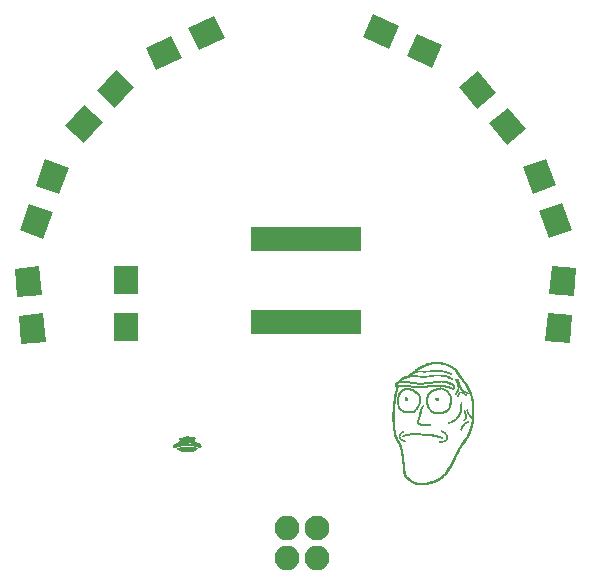
<source format=gbs>
G04 #@! TF.FileFunction,Soldermask,Bot*
%FSLAX46Y46*%
G04 Gerber Fmt 4.6, Leading zero omitted, Abs format (unit mm)*
G04 Created by KiCad (PCBNEW 4.0.7) date 06/18/18 14:12:05*
%MOMM*%
%LPD*%
G01*
G04 APERTURE LIST*
%ADD10C,0.100000*%
%ADD11C,0.010000*%
%ADD12C,2.100000*%
%ADD13O,2.100000X2.100000*%
%ADD14R,2.000000X2.400000*%
%ADD15R,0.831800X2.051000*%
G04 APERTURE END LIST*
D10*
D11*
G36*
X110686219Y-106872510D02*
X110458109Y-106919290D01*
X110224996Y-106998882D01*
X110100382Y-107052771D01*
X109960267Y-107117138D01*
X109853804Y-107165930D01*
X109776197Y-107201286D01*
X109722649Y-107225347D01*
X109688364Y-107240250D01*
X109668545Y-107248136D01*
X109658396Y-107251145D01*
X109654868Y-107251500D01*
X109623887Y-107263281D01*
X109567815Y-107294752D01*
X109495352Y-107340104D01*
X109415197Y-107393527D01*
X109336051Y-107449214D01*
X109266615Y-107501353D01*
X109215589Y-107544138D01*
X109213153Y-107546423D01*
X109157231Y-107597134D01*
X109111127Y-107634950D01*
X109086153Y-107650999D01*
X109036634Y-107675335D01*
X108966621Y-107720430D01*
X108886848Y-107778455D01*
X108808046Y-107841585D01*
X108740945Y-107901992D01*
X108737869Y-107905019D01*
X108671311Y-107965480D01*
X108615272Y-108000659D01*
X108554889Y-108019153D01*
X108534601Y-108022599D01*
X108426426Y-108050634D01*
X108305731Y-108101000D01*
X108182818Y-108167397D01*
X108067989Y-108243522D01*
X107971547Y-108323074D01*
X107903793Y-108399750D01*
X107894681Y-108414034D01*
X107853528Y-108461427D01*
X107805309Y-108489120D01*
X107803023Y-108489678D01*
X107754222Y-108507768D01*
X107688819Y-108540770D01*
X107649406Y-108563940D01*
X107582442Y-108613045D01*
X107542993Y-108664286D01*
X107523633Y-108713780D01*
X107508915Y-108776931D01*
X107512572Y-108821869D01*
X107528602Y-108857257D01*
X107566074Y-108899961D01*
X107606750Y-108919847D01*
X107643568Y-108929168D01*
X107653667Y-108937118D01*
X107649062Y-108962204D01*
X107636079Y-109022933D01*
X107615966Y-109113725D01*
X107589972Y-109229000D01*
X107559344Y-109363178D01*
X107526474Y-109505750D01*
X107481666Y-109709056D01*
X107447176Y-109891171D01*
X107419874Y-110071043D01*
X107396630Y-110267621D01*
X107390123Y-110331250D01*
X107358072Y-110678209D01*
X107334804Y-110991127D01*
X107320373Y-111277385D01*
X107314830Y-111544364D01*
X107318229Y-111799447D01*
X107330621Y-112050015D01*
X107352059Y-112303449D01*
X107382596Y-112567131D01*
X107407274Y-112747001D01*
X107436807Y-112921156D01*
X107473025Y-113068870D01*
X107520820Y-113205997D01*
X107585080Y-113348393D01*
X107605017Y-113388096D01*
X107644651Y-113468218D01*
X107675548Y-113535442D01*
X107693356Y-113580057D01*
X107696000Y-113591190D01*
X107710424Y-113622497D01*
X107740685Y-113656427D01*
X107793424Y-113721217D01*
X107847650Y-113817464D01*
X107898900Y-113934710D01*
X107942710Y-114062498D01*
X107974619Y-114190373D01*
X107979231Y-114215333D01*
X107999522Y-114329549D01*
X108022372Y-114452969D01*
X108043571Y-114562947D01*
X108048131Y-114585750D01*
X108067418Y-114695094D01*
X108085284Y-114819942D01*
X108097904Y-114933528D01*
X108098033Y-114935000D01*
X108108533Y-115034618D01*
X108121904Y-115133038D01*
X108135521Y-115211274D01*
X108137569Y-115220750D01*
X108147778Y-115281051D01*
X108159095Y-115372369D01*
X108170301Y-115483447D01*
X108180173Y-115603034D01*
X108182329Y-115633500D01*
X108201223Y-115870808D01*
X108223578Y-116070199D01*
X108250582Y-116236025D01*
X108283424Y-116372640D01*
X108323291Y-116484398D01*
X108371373Y-116575653D01*
X108428858Y-116650759D01*
X108471476Y-116692667D01*
X108532807Y-116744610D01*
X108603851Y-116801103D01*
X108676046Y-116855809D01*
X108740827Y-116902388D01*
X108789632Y-116934500D01*
X108813454Y-116945833D01*
X108843049Y-116960346D01*
X108858179Y-116975187D01*
X108891248Y-117000380D01*
X108953980Y-117036605D01*
X109036741Y-117079147D01*
X109129896Y-117123292D01*
X109223814Y-117164327D01*
X109308858Y-117197537D01*
X109322072Y-117202180D01*
X109365270Y-117216366D01*
X109405118Y-117226635D01*
X109448373Y-117233190D01*
X109501791Y-117236235D01*
X109572130Y-117235975D01*
X109666147Y-117232614D01*
X109790598Y-117226357D01*
X109907917Y-117219888D01*
X110037853Y-117210660D01*
X109588940Y-117210660D01*
X109566063Y-117213993D01*
X109526917Y-117214946D01*
X109476720Y-117213600D01*
X109458371Y-117209828D01*
X109468418Y-117206100D01*
X109526487Y-117202288D01*
X109574251Y-117205811D01*
X109588940Y-117210660D01*
X110037853Y-117210660D01*
X110065494Y-117208697D01*
X110205107Y-117192590D01*
X110235036Y-117187323D01*
X110013522Y-117187323D01*
X110001708Y-117189867D01*
X109954717Y-117191553D01*
X109886750Y-117192102D01*
X109810292Y-117191475D01*
X109764497Y-117189699D01*
X109753442Y-117187057D01*
X109763851Y-117185722D01*
X109403445Y-117185722D01*
X109400539Y-117198305D01*
X109389334Y-117199833D01*
X109371911Y-117192088D01*
X109375223Y-117185722D01*
X109400343Y-117183188D01*
X109403445Y-117185722D01*
X109763851Y-117185722D01*
X109774916Y-117184303D01*
X109859284Y-117181114D01*
X109953510Y-117182426D01*
X109986583Y-117184203D01*
X110013522Y-117187323D01*
X110235036Y-117187323D01*
X110338013Y-117169201D01*
X110342664Y-117168083D01*
X110214834Y-117168083D01*
X110204250Y-117178666D01*
X110193667Y-117168083D01*
X110197195Y-117164555D01*
X109339945Y-117164555D01*
X109337039Y-117177139D01*
X109325834Y-117178666D01*
X109308411Y-117170922D01*
X109311723Y-117164555D01*
X109336843Y-117162022D01*
X109339945Y-117164555D01*
X110197195Y-117164555D01*
X110204250Y-117157500D01*
X110214834Y-117168083D01*
X110342664Y-117168083D01*
X110407752Y-117152439D01*
X110332653Y-117152439D01*
X110311848Y-117155828D01*
X110284394Y-117151937D01*
X110284167Y-117146916D01*
X109262334Y-117146916D01*
X109251750Y-117157500D01*
X109241167Y-117146916D01*
X109251750Y-117136333D01*
X109262334Y-117146916D01*
X110284167Y-117146916D01*
X110284066Y-117144711D01*
X110312396Y-117139658D01*
X110324636Y-117143040D01*
X110332653Y-117152439D01*
X110407752Y-117152439D01*
X110475470Y-117136163D01*
X110522897Y-117122222D01*
X110398278Y-117122222D01*
X110395373Y-117134805D01*
X110384167Y-117136333D01*
X110366745Y-117128588D01*
X110370056Y-117122222D01*
X110395176Y-117119688D01*
X110398278Y-117122222D01*
X110522897Y-117122222D01*
X110582905Y-117104583D01*
X110468834Y-117104583D01*
X110458250Y-117115166D01*
X110447667Y-117104583D01*
X110458250Y-117094000D01*
X110468834Y-117104583D01*
X110582905Y-117104583D01*
X110628734Y-117091112D01*
X110652085Y-117083416D01*
X110574667Y-117083416D01*
X110564084Y-117094000D01*
X110553500Y-117083416D01*
X110532334Y-117083416D01*
X110521750Y-117094000D01*
X110511167Y-117083416D01*
X110521750Y-117072833D01*
X110532334Y-117083416D01*
X110553500Y-117083416D01*
X110564084Y-117072833D01*
X110574667Y-117083416D01*
X110652085Y-117083416D01*
X110727011Y-117058722D01*
X110631112Y-117058722D01*
X110628206Y-117071305D01*
X110617000Y-117072833D01*
X110599578Y-117065088D01*
X110602889Y-117058722D01*
X110628009Y-117056188D01*
X110631112Y-117058722D01*
X110727011Y-117058722D01*
X110780532Y-117041083D01*
X110701667Y-117041083D01*
X110691084Y-117051666D01*
X110680500Y-117041083D01*
X110691084Y-117030500D01*
X110701667Y-117041083D01*
X110780532Y-117041083D01*
X110809063Y-117031680D01*
X110818084Y-117028599D01*
X110841170Y-117019916D01*
X110744000Y-117019916D01*
X110733417Y-117030500D01*
X110722834Y-117019916D01*
X110733417Y-117009333D01*
X110744000Y-117019916D01*
X110841170Y-117019916D01*
X110906828Y-116995222D01*
X110821612Y-116995222D01*
X110818706Y-117007805D01*
X110807500Y-117009333D01*
X110790078Y-117001588D01*
X110793389Y-116995222D01*
X110818509Y-116992688D01*
X110821612Y-116995222D01*
X110906828Y-116995222D01*
X110953728Y-116977583D01*
X110892167Y-116977583D01*
X110881584Y-116988166D01*
X110871000Y-116977583D01*
X110881584Y-116967000D01*
X110892167Y-116977583D01*
X110953728Y-116977583D01*
X111003321Y-116958931D01*
X111063105Y-116931722D01*
X110990945Y-116931722D01*
X110988039Y-116944305D01*
X110976834Y-116945833D01*
X110959411Y-116938088D01*
X110962723Y-116931722D01*
X110987843Y-116929188D01*
X110990945Y-116931722D01*
X111063105Y-116931722D01*
X111158294Y-116888400D01*
X111079255Y-116888400D01*
X111074105Y-116900229D01*
X111052792Y-116922952D01*
X111040540Y-116918291D01*
X111040334Y-116915332D01*
X111055368Y-116897429D01*
X111064771Y-116890895D01*
X111079255Y-116888400D01*
X111158294Y-116888400D01*
X111165150Y-116885280D01*
X111189188Y-116871750D01*
X111125000Y-116871750D01*
X111114417Y-116882333D01*
X111103834Y-116871750D01*
X111114417Y-116861166D01*
X111125000Y-116871750D01*
X111189188Y-116871750D01*
X111272426Y-116824900D01*
X111206255Y-116824900D01*
X111201105Y-116836729D01*
X111179792Y-116859452D01*
X111167540Y-116854791D01*
X111167334Y-116851832D01*
X111182368Y-116833929D01*
X111191771Y-116827395D01*
X111206255Y-116824900D01*
X111272426Y-116824900D01*
X111297782Y-116810629D01*
X111300978Y-116808250D01*
X111252000Y-116808250D01*
X111241417Y-116818833D01*
X111230834Y-116808250D01*
X111241417Y-116797666D01*
X111252000Y-116808250D01*
X111300978Y-116808250D01*
X111329419Y-116787083D01*
X111294334Y-116787083D01*
X111283750Y-116797666D01*
X111273167Y-116787083D01*
X111283750Y-116776500D01*
X111294334Y-116787083D01*
X111329419Y-116787083D01*
X111395425Y-116737958D01*
X111410588Y-116723583D01*
X111477224Y-116661054D01*
X111478342Y-116660083D01*
X111431917Y-116660083D01*
X111391595Y-116707708D01*
X111354066Y-116747703D01*
X111337720Y-116753477D01*
X111336667Y-116748030D01*
X111350941Y-116730744D01*
X111384292Y-116700405D01*
X111431917Y-116660083D01*
X111478342Y-116660083D01*
X111555806Y-116592816D01*
X111601250Y-116555843D01*
X111714825Y-116457554D01*
X111723556Y-116448416D01*
X111696500Y-116448416D01*
X111685917Y-116459000D01*
X111681908Y-116454990D01*
X111664750Y-116454990D01*
X111580084Y-116530763D01*
X111527319Y-116577401D01*
X111498612Y-116600459D01*
X111486842Y-116604991D01*
X111484834Y-116598361D01*
X111500293Y-116581879D01*
X111540002Y-116548983D01*
X111574792Y-116522274D01*
X111664750Y-116454990D01*
X111681908Y-116454990D01*
X111675334Y-116448416D01*
X111685917Y-116437833D01*
X111696500Y-116448416D01*
X111723556Y-116448416D01*
X111764004Y-116406083D01*
X111738834Y-116406083D01*
X111728250Y-116416666D01*
X111717667Y-116406083D01*
X111728250Y-116395500D01*
X111738834Y-116406083D01*
X111764004Y-116406083D01*
X111824732Y-116342525D01*
X111841725Y-116321416D01*
X111823500Y-116321416D01*
X111812917Y-116332000D01*
X111802334Y-116321416D01*
X111812917Y-116310833D01*
X111823500Y-116321416D01*
X111841725Y-116321416D01*
X111913519Y-116232233D01*
X111883589Y-116232233D01*
X111878438Y-116244062D01*
X111857126Y-116266786D01*
X111844873Y-116262124D01*
X111844667Y-116259165D01*
X111859701Y-116241262D01*
X111869104Y-116234728D01*
X111883589Y-116232233D01*
X111913519Y-116232233D01*
X111934927Y-116205641D01*
X111979611Y-116141660D01*
X111949114Y-116141660D01*
X111943858Y-116152621D01*
X111932034Y-116167958D01*
X111901139Y-116200865D01*
X111887348Y-116200722D01*
X111887000Y-116197008D01*
X111901465Y-116179339D01*
X111924042Y-116159966D01*
X111949114Y-116141660D01*
X111979611Y-116141660D01*
X112049363Y-116041788D01*
X112062644Y-116020567D01*
X112031755Y-116020567D01*
X112026605Y-116032396D01*
X112005292Y-116055119D01*
X111993040Y-116050458D01*
X111992834Y-116047499D01*
X112007868Y-116029596D01*
X112017271Y-116023062D01*
X112031755Y-116020567D01*
X112062644Y-116020567D01*
X112086313Y-115982750D01*
X112056334Y-115982750D01*
X112045750Y-115993333D01*
X112035167Y-115982750D01*
X112045750Y-115972166D01*
X112056334Y-115982750D01*
X112086313Y-115982750D01*
X112126056Y-115919250D01*
X112098667Y-115919250D01*
X112088084Y-115929833D01*
X112077500Y-115919250D01*
X112088084Y-115908666D01*
X112098667Y-115919250D01*
X112126056Y-115919250D01*
X112168627Y-115851233D01*
X112137589Y-115851233D01*
X112132438Y-115863062D01*
X112111126Y-115885786D01*
X112098873Y-115881124D01*
X112098667Y-115878165D01*
X112113701Y-115860262D01*
X112123104Y-115853728D01*
X112137589Y-115851233D01*
X112168627Y-115851233D01*
X112171995Y-115845853D01*
X112191053Y-115813416D01*
X112162167Y-115813416D01*
X112151584Y-115824000D01*
X112141000Y-115813416D01*
X112151584Y-115802833D01*
X112162167Y-115813416D01*
X112191053Y-115813416D01*
X112228364Y-115749916D01*
X112204500Y-115749916D01*
X112193917Y-115760500D01*
X112183334Y-115749916D01*
X112193917Y-115739333D01*
X112204500Y-115749916D01*
X112228364Y-115749916D01*
X112240801Y-115728750D01*
X112252624Y-115707583D01*
X112225667Y-115707583D01*
X112215084Y-115718166D01*
X112204500Y-115707583D01*
X112215084Y-115697000D01*
X112225667Y-115707583D01*
X112252624Y-115707583D01*
X112276271Y-115665250D01*
X112246834Y-115665250D01*
X112236250Y-115675833D01*
X112225667Y-115665250D01*
X112236250Y-115654666D01*
X112246834Y-115665250D01*
X112276271Y-115665250D01*
X112293699Y-115634051D01*
X112310994Y-115601750D01*
X112289167Y-115601750D01*
X112278584Y-115612333D01*
X112268000Y-115601750D01*
X112278584Y-115591166D01*
X112289167Y-115601750D01*
X112310994Y-115601750D01*
X112333662Y-115559416D01*
X112310334Y-115559416D01*
X112299750Y-115570000D01*
X112289167Y-115559416D01*
X112299750Y-115548833D01*
X112310334Y-115559416D01*
X112333662Y-115559416D01*
X112356330Y-115517083D01*
X112331500Y-115517083D01*
X112320917Y-115527666D01*
X112310334Y-115517083D01*
X112320917Y-115506500D01*
X112331500Y-115517083D01*
X112356330Y-115517083D01*
X112356964Y-115515900D01*
X112378408Y-115474750D01*
X112352667Y-115474750D01*
X112342084Y-115485333D01*
X112331500Y-115474750D01*
X112342084Y-115464166D01*
X112352667Y-115474750D01*
X112378408Y-115474750D01*
X112400471Y-115432416D01*
X112373834Y-115432416D01*
X112363250Y-115443000D01*
X112352667Y-115432416D01*
X112363250Y-115421833D01*
X112373834Y-115432416D01*
X112400471Y-115432416D01*
X112422533Y-115390083D01*
X112395000Y-115390083D01*
X112384417Y-115400666D01*
X112373834Y-115390083D01*
X112384417Y-115379500D01*
X112395000Y-115390083D01*
X112422533Y-115390083D01*
X112427673Y-115380222D01*
X112444258Y-115347750D01*
X112416167Y-115347750D01*
X112405584Y-115358333D01*
X112395000Y-115347750D01*
X112405584Y-115337166D01*
X112416167Y-115347750D01*
X112444258Y-115347750D01*
X112479000Y-115279733D01*
X112455089Y-115279733D01*
X112449938Y-115291562D01*
X112428626Y-115314286D01*
X112416373Y-115309624D01*
X112416167Y-115306665D01*
X112431201Y-115288762D01*
X112440604Y-115282228D01*
X112455089Y-115279733D01*
X112479000Y-115279733D01*
X112502901Y-115232942D01*
X112503709Y-115231333D01*
X112479667Y-115231333D01*
X112471923Y-115248755D01*
X112465556Y-115245444D01*
X112463023Y-115220324D01*
X112465556Y-115217222D01*
X112478140Y-115220127D01*
X112479667Y-115231333D01*
X112503709Y-115231333D01*
X112530288Y-115178416D01*
X112500834Y-115178416D01*
X112490250Y-115189000D01*
X112479667Y-115178416D01*
X112490250Y-115167833D01*
X112500834Y-115178416D01*
X112530288Y-115178416D01*
X112572814Y-115093750D01*
X112543167Y-115093750D01*
X112532584Y-115104333D01*
X112522000Y-115093750D01*
X112532584Y-115083166D01*
X112543167Y-115093750D01*
X112572814Y-115093750D01*
X112579727Y-115079988D01*
X112650349Y-114937146D01*
X112621838Y-114937146D01*
X112617396Y-114958355D01*
X112615890Y-114962371D01*
X112599122Y-114988290D01*
X112589588Y-114988476D01*
X112591963Y-114966085D01*
X112604041Y-114950522D01*
X112621838Y-114937146D01*
X112650349Y-114937146D01*
X112655226Y-114927283D01*
X112687496Y-114860916D01*
X112670167Y-114860916D01*
X112659584Y-114871500D01*
X112649000Y-114860916D01*
X112659584Y-114850333D01*
X112670167Y-114860916D01*
X112687496Y-114860916D01*
X112713227Y-114808000D01*
X112691334Y-114808000D01*
X112683589Y-114825422D01*
X112677223Y-114822111D01*
X112674689Y-114796991D01*
X112677223Y-114793888D01*
X112689806Y-114796794D01*
X112691334Y-114808000D01*
X112713227Y-114808000D01*
X112726476Y-114780755D01*
X112738713Y-114755083D01*
X112712500Y-114755083D01*
X112701917Y-114765666D01*
X112691334Y-114755083D01*
X112701917Y-114744500D01*
X112712500Y-114755083D01*
X112738713Y-114755083D01*
X112763937Y-114702166D01*
X112733667Y-114702166D01*
X112725923Y-114719589D01*
X112719556Y-114716277D01*
X112717023Y-114691157D01*
X112719556Y-114688055D01*
X112732140Y-114690961D01*
X112733667Y-114702166D01*
X112763937Y-114702166D01*
X112790553Y-114646329D01*
X112799014Y-114628083D01*
X112776000Y-114628083D01*
X112765417Y-114638666D01*
X112754834Y-114628083D01*
X112765417Y-114617500D01*
X112776000Y-114628083D01*
X112799014Y-114628083D01*
X112818647Y-114585750D01*
X112797167Y-114585750D01*
X112786584Y-114596333D01*
X112776000Y-114585750D01*
X112786584Y-114575166D01*
X112797167Y-114585750D01*
X112818647Y-114585750D01*
X112838280Y-114543416D01*
X112818334Y-114543416D01*
X112807750Y-114554000D01*
X112797167Y-114543416D01*
X112807750Y-114532833D01*
X112818334Y-114543416D01*
X112838280Y-114543416D01*
X112844534Y-114529931D01*
X112857316Y-114501083D01*
X112839500Y-114501083D01*
X112828917Y-114511666D01*
X112818334Y-114501083D01*
X112828917Y-114490500D01*
X112839500Y-114501083D01*
X112857316Y-114501083D01*
X112885453Y-114437583D01*
X112860667Y-114437583D01*
X112850084Y-114448166D01*
X112839500Y-114437583D01*
X112850084Y-114427000D01*
X112860667Y-114437583D01*
X112885453Y-114437583D01*
X112885496Y-114437486D01*
X112906618Y-114384666D01*
X112881834Y-114384666D01*
X112874089Y-114402089D01*
X112867723Y-114398777D01*
X112865189Y-114373657D01*
X112867723Y-114370555D01*
X112880306Y-114373461D01*
X112881834Y-114384666D01*
X112906618Y-114384666D01*
X112910515Y-114374922D01*
X112914285Y-114363500D01*
X112927471Y-114331750D01*
X112903000Y-114331750D01*
X112892417Y-114342333D01*
X112881834Y-114331750D01*
X112892417Y-114321166D01*
X112903000Y-114331750D01*
X112927471Y-114331750D01*
X112939253Y-114303382D01*
X112982822Y-114221334D01*
X112997639Y-114196312D01*
X112960504Y-114196312D01*
X112956063Y-114217522D01*
X112954556Y-114221537D01*
X112937788Y-114247457D01*
X112928255Y-114247643D01*
X112930629Y-114225252D01*
X112942707Y-114209688D01*
X112960504Y-114196312D01*
X112997639Y-114196312D01*
X113017712Y-114162416D01*
X112987667Y-114162416D01*
X112977084Y-114173000D01*
X112966500Y-114162416D01*
X112977084Y-114151833D01*
X112987667Y-114162416D01*
X113017712Y-114162416D01*
X113040345Y-114124197D01*
X113099509Y-114030900D01*
X113068922Y-114030900D01*
X113063772Y-114042729D01*
X113042459Y-114065452D01*
X113030207Y-114060791D01*
X113030000Y-114057832D01*
X113045035Y-114039929D01*
X113054438Y-114033395D01*
X113068922Y-114030900D01*
X113099509Y-114030900D01*
X113107175Y-114018812D01*
X113124398Y-113993083D01*
X113093500Y-113993083D01*
X113082917Y-114003666D01*
X113072334Y-113993083D01*
X113082917Y-113982500D01*
X113093500Y-113993083D01*
X113124398Y-113993083D01*
X113169931Y-113925067D01*
X113132422Y-113925067D01*
X113127272Y-113936896D01*
X113105959Y-113959619D01*
X113093707Y-113954958D01*
X113093500Y-113951999D01*
X113108535Y-113934096D01*
X113117938Y-113927562D01*
X113132422Y-113925067D01*
X113169931Y-113925067D01*
X113178664Y-113912023D01*
X113196140Y-113887250D01*
X113157000Y-113887250D01*
X113146417Y-113897833D01*
X113135834Y-113887250D01*
X113146417Y-113876666D01*
X113157000Y-113887250D01*
X113196140Y-113887250D01*
X113250167Y-113810670D01*
X113256237Y-113802583D01*
X113220500Y-113802583D01*
X113209917Y-113813166D01*
X113199334Y-113802583D01*
X113209917Y-113792000D01*
X113220500Y-113802583D01*
X113256237Y-113802583D01*
X113317034Y-113721596D01*
X113341206Y-113692233D01*
X113301755Y-113692233D01*
X113296605Y-113704062D01*
X113275292Y-113726786D01*
X113263040Y-113722124D01*
X113262834Y-113719165D01*
X113277868Y-113701262D01*
X113287271Y-113694728D01*
X113301755Y-113692233D01*
X113341206Y-113692233D01*
X113374621Y-113651643D01*
X113397358Y-113628733D01*
X113344089Y-113628733D01*
X113338938Y-113640562D01*
X113317626Y-113663286D01*
X113305373Y-113658624D01*
X113305167Y-113655665D01*
X113320201Y-113637762D01*
X113329604Y-113631228D01*
X113344089Y-113628733D01*
X113397358Y-113628733D01*
X113418280Y-113607653D01*
X113434961Y-113596890D01*
X113467696Y-113569023D01*
X113474500Y-113547019D01*
X113475501Y-113544067D01*
X113449922Y-113544067D01*
X113444772Y-113555896D01*
X113423459Y-113578619D01*
X113411207Y-113573958D01*
X113411000Y-113570999D01*
X113426035Y-113553096D01*
X113435438Y-113546562D01*
X113449922Y-113544067D01*
X113475501Y-113544067D01*
X113486965Y-113510265D01*
X113518396Y-113458111D01*
X113535380Y-113435212D01*
X113548038Y-113417067D01*
X113513422Y-113417067D01*
X113508272Y-113428896D01*
X113486959Y-113451619D01*
X113474707Y-113446958D01*
X113474500Y-113443999D01*
X113489535Y-113426096D01*
X113498938Y-113419562D01*
X113513422Y-113417067D01*
X113548038Y-113417067D01*
X113573860Y-113380054D01*
X113606969Y-113326494D01*
X113578947Y-113326494D01*
X113573691Y-113337455D01*
X113561867Y-113352791D01*
X113530972Y-113385699D01*
X113517181Y-113385555D01*
X113516834Y-113381841D01*
X113531299Y-113364173D01*
X113553875Y-113344800D01*
X113578947Y-113326494D01*
X113606969Y-113326494D01*
X113622417Y-113301506D01*
X113626358Y-113294583D01*
X113601500Y-113294583D01*
X113590917Y-113305166D01*
X113580334Y-113294583D01*
X113590917Y-113284000D01*
X113601500Y-113294583D01*
X113626358Y-113294583D01*
X113665085Y-113226567D01*
X113640422Y-113226567D01*
X113635272Y-113238396D01*
X113613959Y-113261119D01*
X113601707Y-113256458D01*
X113601500Y-113253499D01*
X113616535Y-113235596D01*
X113625938Y-113229062D01*
X113640422Y-113226567D01*
X113665085Y-113226567D01*
X113672214Y-113214048D01*
X113685803Y-113188750D01*
X113708514Y-113147058D01*
X113680693Y-113147058D01*
X113676454Y-113155591D01*
X113656271Y-113177475D01*
X113652558Y-113162042D01*
X113657696Y-113145503D01*
X113673280Y-113122452D01*
X113680318Y-113122928D01*
X113680693Y-113147058D01*
X113708514Y-113147058D01*
X113729239Y-113109014D01*
X113756591Y-113061750D01*
X113728500Y-113061750D01*
X113717917Y-113072333D01*
X113707334Y-113061750D01*
X113717917Y-113051166D01*
X113728500Y-113061750D01*
X113756591Y-113061750D01*
X113768582Y-113041030D01*
X113782335Y-113019416D01*
X113749667Y-113019416D01*
X113739084Y-113030000D01*
X113728500Y-113019416D01*
X113739084Y-113008833D01*
X113749667Y-113019416D01*
X113782335Y-113019416D01*
X113797510Y-112995570D01*
X113804841Y-112985999D01*
X113828931Y-112951779D01*
X113834334Y-112936282D01*
X113842125Y-112907408D01*
X113854124Y-112876696D01*
X113826358Y-112876696D01*
X113819800Y-112897708D01*
X113799684Y-112939581D01*
X113775079Y-112975250D01*
X113759281Y-112987666D01*
X113763238Y-112971173D01*
X113781314Y-112930801D01*
X113784590Y-112924166D01*
X113810333Y-112878333D01*
X113825645Y-112861466D01*
X113826358Y-112876696D01*
X113854124Y-112876696D01*
X113861121Y-112858789D01*
X113863506Y-112853282D01*
X113894312Y-112776000D01*
X113876667Y-112776000D01*
X113868923Y-112793422D01*
X113862556Y-112790111D01*
X113860023Y-112764991D01*
X113862556Y-112761888D01*
X113875140Y-112764794D01*
X113876667Y-112776000D01*
X113894312Y-112776000D01*
X113919056Y-112713929D01*
X113922920Y-112701916D01*
X113897834Y-112701916D01*
X113887250Y-112712500D01*
X113876667Y-112701916D01*
X113887250Y-112691333D01*
X113897834Y-112701916D01*
X113922920Y-112701916D01*
X113943345Y-112638416D01*
X113919000Y-112638416D01*
X113908417Y-112649000D01*
X113897834Y-112638416D01*
X113908417Y-112627833D01*
X113919000Y-112638416D01*
X113943345Y-112638416D01*
X113960366Y-112585500D01*
X113940167Y-112585500D01*
X113932423Y-112602922D01*
X113926056Y-112599611D01*
X113923523Y-112574491D01*
X113926056Y-112571388D01*
X113938640Y-112574294D01*
X113940167Y-112585500D01*
X113960366Y-112585500D01*
X113961123Y-112583149D01*
X113972523Y-112532583D01*
X113961334Y-112532583D01*
X113950750Y-112543166D01*
X113940167Y-112532583D01*
X113950750Y-112522000D01*
X113961334Y-112532583D01*
X113972523Y-112532583D01*
X113982067Y-112490250D01*
X113961334Y-112490250D01*
X113950750Y-112500833D01*
X113940167Y-112490250D01*
X113950750Y-112479666D01*
X113961334Y-112490250D01*
X113982067Y-112490250D01*
X113984454Y-112479666D01*
X114011188Y-112320056D01*
X114023974Y-112257416D01*
X113999541Y-112257416D01*
X113997253Y-112293565D01*
X113990627Y-112296748D01*
X113989783Y-112294861D01*
X113985596Y-112252841D01*
X113988999Y-112231361D01*
X113995737Y-112222729D01*
X113999401Y-112250843D01*
X113999541Y-112257416D01*
X114023974Y-112257416D01*
X114036542Y-112195849D01*
X114048863Y-112149819D01*
X114023163Y-112149819D01*
X114019271Y-112177272D01*
X114012046Y-112177600D01*
X114006993Y-112149271D01*
X114010375Y-112137031D01*
X114019773Y-112129013D01*
X114023163Y-112149819D01*
X114048863Y-112149819D01*
X114062140Y-112100222D01*
X114089605Y-112026352D01*
X114090416Y-112024583D01*
X114067167Y-112024583D01*
X114056584Y-112035166D01*
X114046000Y-112024583D01*
X114056584Y-112014000D01*
X114067167Y-112024583D01*
X114090416Y-112024583D01*
X114095270Y-112014000D01*
X114106551Y-111990447D01*
X114115901Y-111969096D01*
X114123605Y-111945842D01*
X114129479Y-111918750D01*
X114109500Y-111918750D01*
X114098917Y-111929333D01*
X114088334Y-111918750D01*
X114098917Y-111908166D01*
X114109500Y-111918750D01*
X114129479Y-111918750D01*
X114129950Y-111916581D01*
X114135221Y-111877209D01*
X114139703Y-111823621D01*
X114143682Y-111751714D01*
X114144195Y-111738833D01*
X114124902Y-111738833D01*
X114123251Y-111784613D01*
X114119029Y-111797180D01*
X114115729Y-111786458D01*
X114112227Y-111724779D01*
X114115729Y-111691208D01*
X114120964Y-111681177D01*
X114124285Y-111707771D01*
X114124902Y-111738833D01*
X114144195Y-111738833D01*
X114147444Y-111657381D01*
X114151274Y-111536521D01*
X114154163Y-111431916D01*
X114125329Y-111431916D01*
X114123626Y-111475479D01*
X114118829Y-111486723D01*
X114116124Y-111479788D01*
X114112181Y-111428958D01*
X114115697Y-111395121D01*
X114121273Y-111383390D01*
X114124780Y-111408831D01*
X114125329Y-111431916D01*
X114154163Y-111431916D01*
X114155458Y-111385027D01*
X114158355Y-111273166D01*
X114146923Y-111273166D01*
X114144716Y-111311675D01*
X114139222Y-111316213D01*
X114137243Y-111310208D01*
X114133951Y-111256524D01*
X114137243Y-111236125D01*
X114143378Y-111229537D01*
X114146718Y-111258805D01*
X114146923Y-111273166D01*
X114158355Y-111273166D01*
X114160282Y-111198796D01*
X114165079Y-111010886D01*
X114166470Y-110903271D01*
X114074418Y-110903271D01*
X114074117Y-111050857D01*
X114071863Y-111187478D01*
X114067611Y-111304905D01*
X114061314Y-111394907D01*
X114054728Y-111441846D01*
X114034469Y-111536442D01*
X113937627Y-111436801D01*
X113874104Y-111365863D01*
X113812949Y-111288568D01*
X113780422Y-111241663D01*
X113736867Y-111183020D01*
X113699384Y-111150772D01*
X113673588Y-111148188D01*
X113665000Y-111174407D01*
X113678296Y-111212327D01*
X113713855Y-111272467D01*
X113765185Y-111345979D01*
X113825795Y-111424014D01*
X113889194Y-111497722D01*
X113941685Y-111551555D01*
X113997609Y-111606590D01*
X114028883Y-111647791D01*
X114042626Y-111689300D01*
X114045957Y-111745260D01*
X114046000Y-111758773D01*
X114031990Y-111871711D01*
X114002872Y-111952059D01*
X113981202Y-112008233D01*
X113956652Y-112093355D01*
X113932677Y-112194514D01*
X113917524Y-112271063D01*
X113881355Y-112443896D01*
X113838183Y-112604034D01*
X113790869Y-112742278D01*
X113742277Y-112849430D01*
X113731899Y-112867585D01*
X113703135Y-112917689D01*
X113662283Y-112991643D01*
X113616866Y-113075779D01*
X113603649Y-113100633D01*
X113546981Y-113199224D01*
X113476868Y-113309392D01*
X113406826Y-113410071D01*
X113394597Y-113426448D01*
X113288071Y-113567384D01*
X113204032Y-113679526D01*
X113139121Y-113767607D01*
X113089977Y-113836360D01*
X113053239Y-113890518D01*
X113025548Y-113934813D01*
X113003543Y-113973977D01*
X112997106Y-113986293D01*
X112964666Y-114044704D01*
X112937259Y-114086114D01*
X112926529Y-114097457D01*
X112909871Y-114121486D01*
X112882691Y-114174844D01*
X112849988Y-114247471D01*
X112838990Y-114273579D01*
X112785042Y-114397856D01*
X112715886Y-114548003D01*
X112635201Y-114716779D01*
X112546666Y-114896940D01*
X112453962Y-115081243D01*
X112360766Y-115262446D01*
X112270760Y-115433304D01*
X112187622Y-115586576D01*
X112115032Y-115715019D01*
X112062120Y-115802833D01*
X111962052Y-115959101D01*
X111878766Y-116084114D01*
X111808004Y-116183351D01*
X111745508Y-116262289D01*
X111687020Y-116326409D01*
X111628281Y-116381189D01*
X111585048Y-116416666D01*
X111503661Y-116482710D01*
X111422536Y-116552129D01*
X111356905Y-116611820D01*
X111346881Y-116621533D01*
X111250290Y-116698200D01*
X111118120Y-116775746D01*
X110956996Y-116851764D01*
X110773545Y-116923842D01*
X110574394Y-116989572D01*
X110366167Y-117046543D01*
X110155491Y-117092346D01*
X109971417Y-117121751D01*
X109923562Y-117125502D01*
X109845780Y-117128974D01*
X109750478Y-117131686D01*
X109685667Y-117132805D01*
X109581070Y-117133052D01*
X109504095Y-117129005D01*
X109484861Y-117125750D01*
X109220000Y-117125750D01*
X109209417Y-117136333D01*
X109198834Y-117125750D01*
X109209417Y-117115166D01*
X109220000Y-117125750D01*
X109484861Y-117125750D01*
X109440069Y-117118170D01*
X109374320Y-117098055D01*
X109332547Y-117081837D01*
X109132278Y-117081837D01*
X109127287Y-117092882D01*
X109115416Y-117094000D01*
X109086714Y-117078627D01*
X109082567Y-117073075D01*
X109085974Y-117061047D01*
X109102484Y-117064757D01*
X109132278Y-117081837D01*
X109332547Y-117081837D01*
X109292175Y-117066163D01*
X109291156Y-117065750D01*
X109187260Y-117018337D01*
X109005278Y-117018337D01*
X109000287Y-117029382D01*
X108988416Y-117030500D01*
X108959714Y-117015127D01*
X108955567Y-117009575D01*
X108958974Y-116997547D01*
X108975484Y-117001257D01*
X109005278Y-117018337D01*
X109187260Y-117018337D01*
X109137088Y-116995441D01*
X108993175Y-116916675D01*
X108817834Y-116916675D01*
X108807538Y-116923010D01*
X108779399Y-116895820D01*
X108772801Y-116887625D01*
X108754495Y-116862553D01*
X108765456Y-116867809D01*
X108780792Y-116879633D01*
X108810107Y-116905744D01*
X108817834Y-116916675D01*
X108993175Y-116916675D01*
X108981848Y-116910476D01*
X108832345Y-116815838D01*
X108776245Y-116775121D01*
X108622144Y-116775121D01*
X108619249Y-116776500D01*
X108599933Y-116761599D01*
X108595584Y-116755333D01*
X108590190Y-116735544D01*
X108593085Y-116734166D01*
X108561842Y-116734166D01*
X108542481Y-116720270D01*
X108503627Y-116684417D01*
X108468584Y-116649500D01*
X108425573Y-116603719D01*
X108399928Y-116572975D01*
X108396492Y-116564833D01*
X108415854Y-116578729D01*
X108454707Y-116614582D01*
X108489750Y-116649500D01*
X108532762Y-116695280D01*
X108558406Y-116726024D01*
X108561842Y-116734166D01*
X108593085Y-116734166D01*
X108612402Y-116749067D01*
X108616750Y-116755333D01*
X108622144Y-116775121D01*
X108776245Y-116775121D01*
X108695487Y-116716509D01*
X108578183Y-116617472D01*
X108496421Y-116533083D01*
X108394500Y-116533083D01*
X108383917Y-116543666D01*
X108373334Y-116533083D01*
X108383917Y-116522500D01*
X108394500Y-116533083D01*
X108496421Y-116533083D01*
X108487340Y-116523711D01*
X108442704Y-116460249D01*
X108352167Y-116460249D01*
X108345365Y-116479481D01*
X108329756Y-116462703D01*
X108322924Y-116447317D01*
X108321445Y-116425467D01*
X108331243Y-116427399D01*
X108351415Y-116454500D01*
X108352167Y-116460249D01*
X108442704Y-116460249D01*
X108433452Y-116447096D01*
X108403888Y-116374382D01*
X108388720Y-116321416D01*
X108309834Y-116321416D01*
X108299250Y-116332000D01*
X108288667Y-116321416D01*
X108299250Y-116310833D01*
X108309834Y-116321416D01*
X108388720Y-116321416D01*
X108373996Y-116270001D01*
X108371277Y-116257916D01*
X108288667Y-116257916D01*
X108278084Y-116268500D01*
X108267500Y-116257916D01*
X108278084Y-116247333D01*
X108288667Y-116257916D01*
X108371277Y-116257916D01*
X108359369Y-116205000D01*
X108288667Y-116205000D01*
X108280923Y-116222422D01*
X108274556Y-116219111D01*
X108272023Y-116193991D01*
X108274556Y-116190888D01*
X108287140Y-116193794D01*
X108288667Y-116205000D01*
X108359369Y-116205000D01*
X108347460Y-116152083D01*
X108288667Y-116152083D01*
X108278084Y-116162666D01*
X108267500Y-116152083D01*
X108278084Y-116141500D01*
X108288667Y-116152083D01*
X108347460Y-116152083D01*
X108345766Y-116144556D01*
X108337559Y-116099166D01*
X108267500Y-116099166D01*
X108259756Y-116116589D01*
X108253389Y-116113277D01*
X108250856Y-116088157D01*
X108253389Y-116085055D01*
X108265973Y-116087961D01*
X108267500Y-116099166D01*
X108337559Y-116099166D01*
X108321191Y-116008649D01*
X108311678Y-115940416D01*
X108246334Y-115940416D01*
X108235750Y-115951000D01*
X108225167Y-115940416D01*
X108235750Y-115929833D01*
X108246334Y-115940416D01*
X108311678Y-115940416D01*
X108302262Y-115872884D01*
X108300715Y-115855750D01*
X108225167Y-115855750D01*
X108214584Y-115866333D01*
X108204000Y-115855750D01*
X108214584Y-115845166D01*
X108225167Y-115855750D01*
X108300715Y-115855750D01*
X108290969Y-115747863D01*
X108288667Y-115676185D01*
X108284833Y-115589088D01*
X108273745Y-115465070D01*
X108271242Y-115443000D01*
X108200658Y-115443000D01*
X108197332Y-115473048D01*
X108189982Y-115469458D01*
X108187187Y-115426122D01*
X108189982Y-115416541D01*
X108197708Y-115413882D01*
X108200658Y-115443000D01*
X108271242Y-115443000D01*
X108256022Y-115308806D01*
X108247385Y-115241916D01*
X108182834Y-115241916D01*
X108172250Y-115252500D01*
X108161667Y-115241916D01*
X108172250Y-115231333D01*
X108182834Y-115241916D01*
X108247385Y-115241916D01*
X108233719Y-115136083D01*
X108161667Y-115136083D01*
X108151084Y-115146666D01*
X108140500Y-115136083D01*
X108151084Y-115125500D01*
X108161667Y-115136083D01*
X108233719Y-115136083D01*
X108232283Y-115124970D01*
X108218687Y-115028486D01*
X108138829Y-115028486D01*
X108134938Y-115055939D01*
X108127712Y-115056267D01*
X108122659Y-115027938D01*
X108126041Y-115015697D01*
X108135440Y-115007680D01*
X108138829Y-115028486D01*
X108218687Y-115028486D01*
X108203150Y-114918236D01*
X108200892Y-114903250D01*
X108136374Y-114903250D01*
X108134086Y-114939398D01*
X108127460Y-114942581D01*
X108126617Y-114940694D01*
X108122429Y-114898674D01*
X108125832Y-114877194D01*
X108132570Y-114868562D01*
X108136234Y-114896676D01*
X108136374Y-114903250D01*
X108200892Y-114903250D01*
X108175368Y-114733916D01*
X108119334Y-114733916D01*
X108108750Y-114744500D01*
X108098167Y-114733916D01*
X108108750Y-114723333D01*
X108119334Y-114733916D01*
X108175368Y-114733916D01*
X108169242Y-114693279D01*
X108165594Y-114670416D01*
X108098167Y-114670416D01*
X108087584Y-114681000D01*
X108077000Y-114670416D01*
X108087584Y-114659833D01*
X108098167Y-114670416D01*
X108165594Y-114670416D01*
X108146733Y-114552236D01*
X108076676Y-114552236D01*
X108074162Y-114589908D01*
X108066608Y-114587255D01*
X108055105Y-114545839D01*
X108048320Y-114511666D01*
X108042516Y-114466977D01*
X108049058Y-114460896D01*
X108055539Y-114469333D01*
X108072356Y-114515455D01*
X108076676Y-114552236D01*
X108146733Y-114552236D01*
X108131178Y-114454772D01*
X108123046Y-114405833D01*
X108055834Y-114405833D01*
X108048089Y-114423255D01*
X108041723Y-114419944D01*
X108039189Y-114394824D01*
X108041723Y-114391722D01*
X108054306Y-114394627D01*
X108055834Y-114405833D01*
X108123046Y-114405833D01*
X108108975Y-114321166D01*
X108103108Y-114289416D01*
X108034667Y-114289416D01*
X108024084Y-114300000D01*
X108013500Y-114289416D01*
X108024084Y-114278833D01*
X108034667Y-114289416D01*
X108103108Y-114289416D01*
X108078995Y-114158953D01*
X108074335Y-114139486D01*
X108011829Y-114139486D01*
X108007938Y-114166939D01*
X108000712Y-114167267D01*
X107995659Y-114138938D01*
X107999041Y-114126697D01*
X108008440Y-114118680D01*
X108011829Y-114139486D01*
X108074335Y-114139486D01*
X108054063Y-114054819D01*
X107990663Y-114054819D01*
X107986771Y-114082272D01*
X107979546Y-114082600D01*
X107974493Y-114054271D01*
X107977875Y-114042031D01*
X107987273Y-114034013D01*
X107990663Y-114054819D01*
X108054063Y-114054819D01*
X108046510Y-114023276D01*
X108015956Y-113929583D01*
X107950000Y-113929583D01*
X107939417Y-113940166D01*
X107928834Y-113929583D01*
X107939417Y-113919000D01*
X107950000Y-113929583D01*
X108015956Y-113929583D01*
X108006936Y-113901927D01*
X108000628Y-113887250D01*
X107928834Y-113887250D01*
X107918250Y-113897833D01*
X107907667Y-113887250D01*
X107918250Y-113876666D01*
X107928834Y-113887250D01*
X108000628Y-113887250D01*
X107982433Y-113844916D01*
X107907667Y-113844916D01*
X107897084Y-113855500D01*
X107886500Y-113844916D01*
X107897084Y-113834333D01*
X107907667Y-113844916D01*
X107982433Y-113844916D01*
X107964238Y-113802583D01*
X107886500Y-113802583D01*
X107875917Y-113813166D01*
X107865334Y-113802583D01*
X107875917Y-113792000D01*
X107886500Y-113802583D01*
X107964238Y-113802583D01*
X107955693Y-113782702D01*
X107943974Y-113760250D01*
X107865334Y-113760250D01*
X107854750Y-113770833D01*
X107844167Y-113760250D01*
X107854750Y-113749666D01*
X107865334Y-113760250D01*
X107943974Y-113760250D01*
X107921878Y-113717916D01*
X107844167Y-113717916D01*
X107833584Y-113728500D01*
X107823000Y-113717916D01*
X107833584Y-113707333D01*
X107844167Y-113717916D01*
X107921878Y-113717916D01*
X107904586Y-113684788D01*
X107817811Y-113684788D01*
X107814916Y-113686166D01*
X107795599Y-113671265D01*
X107791250Y-113665000D01*
X107785857Y-113645211D01*
X107788752Y-113643833D01*
X107808068Y-113658734D01*
X107812417Y-113665000D01*
X107817811Y-113684788D01*
X107904586Y-113684788D01*
X107888198Y-113653392D01*
X107839536Y-113569750D01*
X107780667Y-113569750D01*
X107770084Y-113580333D01*
X107759500Y-113569750D01*
X107770084Y-113559166D01*
X107780667Y-113569750D01*
X107839536Y-113569750D01*
X107803969Y-113508618D01*
X107802587Y-113506250D01*
X107717167Y-113506250D01*
X107706584Y-113516833D01*
X107696000Y-113506250D01*
X107706584Y-113495666D01*
X107717167Y-113506250D01*
X107802587Y-113506250D01*
X107778445Y-113464892D01*
X107688459Y-113464892D01*
X107686907Y-113474500D01*
X107669907Y-113458274D01*
X107653667Y-113432166D01*
X107640042Y-113399440D01*
X107641594Y-113389833D01*
X107658594Y-113406059D01*
X107674834Y-113432166D01*
X107688459Y-113464892D01*
X107778445Y-113464892D01*
X107730184Y-113382219D01*
X107694872Y-113315750D01*
X107611334Y-113315750D01*
X107600750Y-113326333D01*
X107590167Y-113315750D01*
X107600750Y-113305166D01*
X107611334Y-113315750D01*
X107694872Y-113315750D01*
X107672382Y-113273416D01*
X107590167Y-113273416D01*
X107579584Y-113284000D01*
X107569000Y-113273416D01*
X107579584Y-113262833D01*
X107590167Y-113273416D01*
X107672382Y-113273416D01*
X107670783Y-113270407D01*
X107629106Y-113178166D01*
X107547834Y-113178166D01*
X107540089Y-113195589D01*
X107533723Y-113192277D01*
X107531189Y-113167157D01*
X107533723Y-113164055D01*
X107546306Y-113166961D01*
X107547834Y-113178166D01*
X107629106Y-113178166D01*
X107623114Y-113164905D01*
X107601275Y-113104083D01*
X107526667Y-113104083D01*
X107516084Y-113114666D01*
X107505500Y-113104083D01*
X107516084Y-113093500D01*
X107526667Y-113104083D01*
X107601275Y-113104083D01*
X107584525Y-113057434D01*
X107579922Y-113040583D01*
X107505500Y-113040583D01*
X107494917Y-113051166D01*
X107484334Y-113040583D01*
X107494917Y-113030000D01*
X107505500Y-113040583D01*
X107579922Y-113040583D01*
X107556790Y-112955916D01*
X107480736Y-112955916D01*
X107478122Y-112979279D01*
X107469502Y-112964190D01*
X107463167Y-112945333D01*
X107449805Y-112892591D01*
X107445598Y-112860666D01*
X107450727Y-112849411D01*
X107463167Y-112871250D01*
X107478258Y-112926846D01*
X107480736Y-112955916D01*
X107556790Y-112955916D01*
X107552364Y-112939717D01*
X107523978Y-112803477D01*
X107510536Y-112723083D01*
X107442000Y-112723083D01*
X107431417Y-112733666D01*
X107420834Y-112723083D01*
X107431417Y-112712500D01*
X107442000Y-112723083D01*
X107510536Y-112723083D01*
X107496716Y-112640437D01*
X107480936Y-112532583D01*
X107416707Y-112532583D01*
X107414420Y-112568732D01*
X107407793Y-112571914D01*
X107406950Y-112570027D01*
X107402763Y-112528008D01*
X107406166Y-112506527D01*
X107412903Y-112497896D01*
X107416568Y-112526010D01*
X107416707Y-112532583D01*
X107480936Y-112532583D01*
X107472271Y-112473361D01*
X107465641Y-112416166D01*
X107396325Y-112416166D01*
X107392999Y-112446215D01*
X107385649Y-112442625D01*
X107382853Y-112399289D01*
X107385649Y-112389708D01*
X107393375Y-112387049D01*
X107396325Y-112416166D01*
X107465641Y-112416166D01*
X107444784Y-112236250D01*
X107378500Y-112236250D01*
X107367917Y-112246833D01*
X107357334Y-112236250D01*
X107367917Y-112225666D01*
X107378500Y-112236250D01*
X107444784Y-112236250D01*
X107439657Y-112192032D01*
X107419928Y-111899487D01*
X107413139Y-111590666D01*
X107348343Y-111590666D01*
X107348071Y-111708697D01*
X107347308Y-111796602D01*
X107346131Y-111851772D01*
X107344618Y-111871598D01*
X107342848Y-111853472D01*
X107341539Y-111818208D01*
X107339193Y-111689570D01*
X107338834Y-111543804D01*
X107340461Y-111406070D01*
X107341539Y-111363125D01*
X107343440Y-111317744D01*
X107345136Y-111312088D01*
X107346549Y-111343547D01*
X107347602Y-111409513D01*
X107348216Y-111507374D01*
X107348343Y-111590666D01*
X107413139Y-111590666D01*
X107413134Y-111590456D01*
X107419322Y-111259670D01*
X107437357Y-110923916D01*
X107378500Y-110923916D01*
X107367917Y-110934500D01*
X107357334Y-110923916D01*
X107367917Y-110913333D01*
X107378500Y-110923916D01*
X107437357Y-110923916D01*
X107438542Y-110901862D01*
X107465633Y-110574666D01*
X107394756Y-110574666D01*
X107392550Y-110613175D01*
X107387055Y-110617713D01*
X107385076Y-110611708D01*
X107381785Y-110558024D01*
X107385076Y-110537625D01*
X107391212Y-110531037D01*
X107394552Y-110560305D01*
X107394756Y-110574666D01*
X107465633Y-110574666D01*
X107470842Y-110511761D01*
X107479453Y-110426500D01*
X107415923Y-110426500D01*
X107413716Y-110465008D01*
X107408222Y-110469547D01*
X107406243Y-110463541D01*
X107402951Y-110409858D01*
X107406243Y-110389458D01*
X107412378Y-110382870D01*
X107415718Y-110412138D01*
X107415923Y-110426500D01*
X107479453Y-110426500D01*
X107492280Y-110299500D01*
X107505466Y-110184369D01*
X107505632Y-110183083D01*
X107442000Y-110183083D01*
X107431417Y-110193666D01*
X107420834Y-110183083D01*
X107431417Y-110172500D01*
X107442000Y-110183083D01*
X107505632Y-110183083D01*
X107519581Y-110075645D01*
X107533031Y-109984789D01*
X107544219Y-109923266D01*
X107545310Y-109918500D01*
X107547591Y-109908487D01*
X107480266Y-109908487D01*
X107474736Y-109957979D01*
X107472575Y-109970240D01*
X107461100Y-110017502D01*
X107450694Y-110038461D01*
X107448678Y-110038066D01*
X107446068Y-110013179D01*
X107451598Y-109963687D01*
X107453760Y-109951425D01*
X107465234Y-109904164D01*
X107475640Y-109883204D01*
X107477656Y-109883600D01*
X107480266Y-109908487D01*
X107547591Y-109908487D01*
X107557931Y-109863120D01*
X107571399Y-109802083D01*
X107505500Y-109802083D01*
X107494917Y-109812666D01*
X107484334Y-109802083D01*
X107494917Y-109791500D01*
X107505500Y-109802083D01*
X107571399Y-109802083D01*
X107576974Y-109776821D01*
X107600145Y-109670112D01*
X107616836Y-109592279D01*
X107544761Y-109592279D01*
X107537932Y-109640168D01*
X107537250Y-109643333D01*
X107523327Y-109690605D01*
X107513684Y-109699030D01*
X107511800Y-109672088D01*
X107518730Y-109624812D01*
X107530420Y-109581822D01*
X107541065Y-109566374D01*
X107542058Y-109567001D01*
X107544761Y-109592279D01*
X107616836Y-109592279D01*
X107625153Y-109553500D01*
X107633057Y-109516333D01*
X107640006Y-109484583D01*
X107569000Y-109484583D01*
X107558417Y-109495166D01*
X107547834Y-109484583D01*
X107558417Y-109474000D01*
X107569000Y-109484583D01*
X107640006Y-109484583D01*
X107653906Y-109421083D01*
X107590167Y-109421083D01*
X107579584Y-109431666D01*
X107569000Y-109421083D01*
X107579584Y-109410500D01*
X107590167Y-109421083D01*
X107653906Y-109421083D01*
X107659973Y-109393371D01*
X107678405Y-109313486D01*
X107609663Y-109313486D01*
X107605771Y-109340939D01*
X107598546Y-109341267D01*
X107593493Y-109312938D01*
X107596875Y-109300697D01*
X107606273Y-109292680D01*
X107609663Y-109313486D01*
X107678405Y-109313486D01*
X107688009Y-109271867D01*
X107708362Y-109188250D01*
X107632500Y-109188250D01*
X107621917Y-109198833D01*
X107611334Y-109188250D01*
X107621917Y-109177666D01*
X107632500Y-109188250D01*
X107708362Y-109188250D01*
X107714218Y-109164193D01*
X107724594Y-109124750D01*
X107653667Y-109124750D01*
X107643084Y-109135333D01*
X107632500Y-109124750D01*
X107643084Y-109114166D01*
X107653667Y-109124750D01*
X107724594Y-109124750D01*
X107735651Y-109082723D01*
X107739683Y-109068696D01*
X107744999Y-109050666D01*
X107671492Y-109050666D01*
X107668165Y-109080715D01*
X107660816Y-109077125D01*
X107658020Y-109033789D01*
X107660816Y-109024208D01*
X107668541Y-109021549D01*
X107671492Y-109050666D01*
X107744999Y-109050666D01*
X107766843Y-108976583D01*
X107696000Y-108976583D01*
X107685417Y-108987166D01*
X107674834Y-108976583D01*
X107685417Y-108966000D01*
X107696000Y-108976583D01*
X107766843Y-108976583D01*
X107781176Y-108927976D01*
X108061380Y-108912970D01*
X108196995Y-108909095D01*
X108349120Y-108910337D01*
X108507284Y-108916090D01*
X108661015Y-108925752D01*
X108799841Y-108938719D01*
X108913291Y-108954387D01*
X108966000Y-108965120D01*
X109014929Y-108973914D01*
X109095398Y-108984859D01*
X109196757Y-108996638D01*
X109308353Y-109007932D01*
X109322881Y-109009280D01*
X109582984Y-109023763D01*
X109833994Y-109019620D01*
X110065333Y-108997346D01*
X110228249Y-108967012D01*
X110279978Y-108955416D01*
X109389334Y-108955416D01*
X109378750Y-108966000D01*
X109368167Y-108955416D01*
X109378750Y-108944833D01*
X109389334Y-108955416D01*
X110279978Y-108955416D01*
X110367587Y-108935777D01*
X110491180Y-108912693D01*
X110609253Y-108896883D01*
X110732033Y-108887467D01*
X110869743Y-108883569D01*
X111032610Y-108884310D01*
X111160531Y-108886955D01*
X111375058Y-108895144D01*
X111555932Y-108909083D01*
X111711621Y-108930273D01*
X111850593Y-108960215D01*
X111981314Y-109000410D01*
X112112252Y-109052359D01*
X112124899Y-109057911D01*
X112243297Y-109101451D01*
X112351459Y-109124691D01*
X112443290Y-109127739D01*
X112512692Y-109110704D01*
X112553567Y-109073694D01*
X112561086Y-109050171D01*
X112558219Y-108998486D01*
X112479667Y-108998486D01*
X112474174Y-109033503D01*
X112449478Y-109048054D01*
X112403840Y-109050666D01*
X112345764Y-109042047D01*
X112267060Y-109019478D01*
X112186678Y-108988634D01*
X112002569Y-108918198D01*
X111983818Y-108913083D01*
X111908167Y-108913083D01*
X111897584Y-108923666D01*
X111887000Y-108913083D01*
X111897584Y-108902500D01*
X111908167Y-108913083D01*
X111983818Y-108913083D01*
X111828622Y-108870750D01*
X110384167Y-108870750D01*
X110373584Y-108881333D01*
X110363000Y-108870750D01*
X110373584Y-108860166D01*
X110384167Y-108870750D01*
X111828622Y-108870750D01*
X111807574Y-108865009D01*
X111597605Y-108828416D01*
X111421334Y-108828416D01*
X111410750Y-108839000D01*
X111400167Y-108828416D01*
X111410750Y-108817833D01*
X111421334Y-108828416D01*
X111597605Y-108828416D01*
X111594621Y-108827896D01*
X111356642Y-108805685D01*
X111086564Y-108797203D01*
X111031677Y-108797046D01*
X110764402Y-108804066D01*
X110525475Y-108825389D01*
X110302939Y-108862367D01*
X110161917Y-108895308D01*
X110067583Y-108912327D01*
X109940946Y-108924497D01*
X109791756Y-108931813D01*
X109629765Y-108934271D01*
X109464724Y-108931867D01*
X109306385Y-108924596D01*
X109164500Y-108912455D01*
X109050667Y-108895799D01*
X108885548Y-108870750D01*
X108733167Y-108870750D01*
X108722584Y-108881333D01*
X108712000Y-108870750D01*
X107823000Y-108870750D01*
X107812417Y-108881333D01*
X107801834Y-108870750D01*
X107717167Y-108870750D01*
X107706584Y-108881333D01*
X107696000Y-108870750D01*
X107706584Y-108860166D01*
X107717167Y-108870750D01*
X107801834Y-108870750D01*
X107812417Y-108860166D01*
X107823000Y-108870750D01*
X108712000Y-108870750D01*
X108722584Y-108860166D01*
X108733167Y-108870750D01*
X108885548Y-108870750D01*
X108778351Y-108854488D01*
X108718427Y-108849583D01*
X107569000Y-108849583D01*
X107558417Y-108860166D01*
X107547834Y-108849583D01*
X107558417Y-108839000D01*
X107569000Y-108849583D01*
X108718427Y-108849583D01*
X108487622Y-108830691D01*
X108199193Y-108825751D01*
X108055834Y-108831151D01*
X107918689Y-108838677D01*
X107817271Y-108842395D01*
X107745114Y-108841940D01*
X107695750Y-108836943D01*
X107662714Y-108827035D01*
X107639538Y-108811850D01*
X107634526Y-108807185D01*
X107626060Y-108784319D01*
X107546163Y-108784319D01*
X107542271Y-108811772D01*
X107535046Y-108812100D01*
X107529993Y-108783771D01*
X107533375Y-108771531D01*
X107542773Y-108763513D01*
X107546163Y-108784319D01*
X107626060Y-108784319D01*
X107620085Y-108768184D01*
X107642046Y-108721040D01*
X107663325Y-108701416D01*
X107569000Y-108701416D01*
X107558417Y-108712000D01*
X107547834Y-108701416D01*
X107558417Y-108690833D01*
X107569000Y-108701416D01*
X107663325Y-108701416D01*
X107696572Y-108670757D01*
X107774278Y-108625006D01*
X107813351Y-108607229D01*
X107816015Y-108606327D01*
X107631114Y-108606327D01*
X107625858Y-108617288D01*
X107614034Y-108632625D01*
X107583139Y-108665532D01*
X107569348Y-108665389D01*
X107569000Y-108661675D01*
X107583465Y-108644006D01*
X107606042Y-108624633D01*
X107631114Y-108606327D01*
X107816015Y-108606327D01*
X107847756Y-108595583D01*
X107674834Y-108595583D01*
X107664250Y-108606166D01*
X107653667Y-108595583D01*
X107664250Y-108585000D01*
X107674834Y-108595583D01*
X107847756Y-108595583D01*
X107851535Y-108594304D01*
X107896288Y-108585468D01*
X107955069Y-108579963D01*
X108035338Y-108577027D01*
X108144552Y-108575900D01*
X108256917Y-108575788D01*
X108404587Y-108576649D01*
X108522098Y-108579727D01*
X108621611Y-108586133D01*
X108715287Y-108596981D01*
X108815286Y-108613383D01*
X108933768Y-108636450D01*
X108944834Y-108638703D01*
X109054143Y-108660394D01*
X109145524Y-108676379D01*
X109229009Y-108687482D01*
X109314631Y-108694525D01*
X109412423Y-108698334D01*
X109532417Y-108699732D01*
X109684645Y-108699544D01*
X109685667Y-108699539D01*
X109862924Y-108697637D01*
X110012095Y-108692867D01*
X110142094Y-108684540D01*
X109947618Y-108684540D01*
X109918500Y-108687491D01*
X109888452Y-108684164D01*
X109892042Y-108676815D01*
X109893483Y-108676722D01*
X109784445Y-108676722D01*
X109781539Y-108689305D01*
X109770334Y-108690833D01*
X109752911Y-108683088D01*
X109754387Y-108680250D01*
X109389334Y-108680250D01*
X109378750Y-108690833D01*
X109368167Y-108680250D01*
X109378750Y-108669666D01*
X109389334Y-108680250D01*
X109754387Y-108680250D01*
X109756223Y-108676722D01*
X109781343Y-108674188D01*
X109784445Y-108676722D01*
X109893483Y-108676722D01*
X109935378Y-108674019D01*
X109944959Y-108676815D01*
X109947618Y-108684540D01*
X110142094Y-108684540D01*
X110147387Y-108684201D01*
X110283006Y-108670612D01*
X110433161Y-108651070D01*
X110511167Y-108639777D01*
X110646373Y-108619771D01*
X110777548Y-108600376D01*
X110894798Y-108583053D01*
X110953318Y-108574416D01*
X110807500Y-108574416D01*
X110796917Y-108585000D01*
X110786334Y-108574416D01*
X110796917Y-108563833D01*
X110807500Y-108574416D01*
X110953318Y-108574416D01*
X110988226Y-108569264D01*
X111040334Y-108561590D01*
X111232453Y-108537468D01*
X111394432Y-108526879D01*
X111536189Y-108529668D01*
X111667642Y-108545680D01*
X111697768Y-108551277D01*
X111868038Y-108592413D01*
X112026948Y-108645173D01*
X112169573Y-108706739D01*
X112290990Y-108774297D01*
X112386277Y-108845030D01*
X112450510Y-108916123D01*
X112478765Y-108984760D01*
X112479667Y-108998486D01*
X112558219Y-108998486D01*
X112555371Y-108947171D01*
X112507759Y-108849095D01*
X112487886Y-108828416D01*
X112437334Y-108828416D01*
X112426750Y-108839000D01*
X112416167Y-108828416D01*
X112426750Y-108817833D01*
X112437334Y-108828416D01*
X112487886Y-108828416D01*
X112418418Y-108756134D01*
X112287520Y-108668477D01*
X112166191Y-108608111D01*
X112032885Y-108553590D01*
X112031831Y-108553250D01*
X111844667Y-108553250D01*
X111834084Y-108563833D01*
X111823500Y-108553250D01*
X111834084Y-108542666D01*
X111844667Y-108553250D01*
X112031831Y-108553250D01*
X111902625Y-108511574D01*
X111769731Y-108481783D01*
X111628523Y-108463938D01*
X111473322Y-108457759D01*
X111298447Y-108462966D01*
X111098219Y-108479281D01*
X110866958Y-108506423D01*
X110665849Y-108534280D01*
X110346801Y-108576768D01*
X110063121Y-108606039D01*
X109810014Y-108622255D01*
X109582685Y-108625578D01*
X109376338Y-108616170D01*
X109186178Y-108594192D01*
X109135334Y-108585834D01*
X108943677Y-108553250D01*
X107738334Y-108553250D01*
X107727750Y-108563833D01*
X107717167Y-108553250D01*
X107727750Y-108542666D01*
X107738334Y-108553250D01*
X108943677Y-108553250D01*
X108922202Y-108549599D01*
X108786194Y-108528555D01*
X107794778Y-108528555D01*
X107791873Y-108541139D01*
X107780667Y-108542666D01*
X107763245Y-108534922D01*
X107766556Y-108528555D01*
X107791676Y-108526022D01*
X107794778Y-108528555D01*
X108786194Y-108528555D01*
X108744015Y-108522029D01*
X108659058Y-108510916D01*
X107886500Y-108510916D01*
X107875917Y-108521500D01*
X107865334Y-108510916D01*
X107844167Y-108510916D01*
X107833584Y-108521500D01*
X107823000Y-108510916D01*
X107833584Y-108500333D01*
X107844167Y-108510916D01*
X107865334Y-108510916D01*
X107875917Y-108500333D01*
X107886500Y-108510916D01*
X108659058Y-108510916D01*
X108594427Y-108502462D01*
X108467090Y-108490230D01*
X108355657Y-108484671D01*
X108253782Y-108485119D01*
X108198709Y-108487735D01*
X108111195Y-108491555D01*
X108042091Y-108491505D01*
X108000427Y-108487765D01*
X107992334Y-108483568D01*
X108009378Y-108451580D01*
X108017907Y-108442900D01*
X107925422Y-108442900D01*
X107920272Y-108454729D01*
X107898959Y-108477452D01*
X107886707Y-108472791D01*
X107886500Y-108469832D01*
X107901535Y-108451929D01*
X107910938Y-108445395D01*
X107925422Y-108442900D01*
X108017907Y-108442900D01*
X108055237Y-108404913D01*
X108119099Y-108352327D01*
X107990947Y-108352327D01*
X107985691Y-108363288D01*
X107973867Y-108378625D01*
X107942972Y-108411532D01*
X107929181Y-108411389D01*
X107928834Y-108407675D01*
X107943299Y-108390006D01*
X107965875Y-108370633D01*
X107990947Y-108352327D01*
X108119099Y-108352327D01*
X108121998Y-108349940D01*
X108201749Y-108293037D01*
X108286580Y-108240580D01*
X108303500Y-108231233D01*
X108137089Y-108231233D01*
X108131938Y-108243062D01*
X108110626Y-108265786D01*
X108098373Y-108261124D01*
X108098167Y-108258165D01*
X108113201Y-108240262D01*
X108122604Y-108233728D01*
X108137089Y-108231233D01*
X108303500Y-108231233D01*
X108309834Y-108227734D01*
X108340748Y-108214583D01*
X108182834Y-108214583D01*
X108172250Y-108225166D01*
X108161667Y-108214583D01*
X108172250Y-108204000D01*
X108182834Y-108214583D01*
X108340748Y-108214583D01*
X108523162Y-108136983D01*
X108561134Y-108127921D01*
X108324721Y-108127921D01*
X108309834Y-108140500D01*
X108276060Y-108159537D01*
X108271560Y-108152367D01*
X108278084Y-108140500D01*
X108308996Y-108120375D01*
X108316375Y-108119657D01*
X108324721Y-108127921D01*
X108561134Y-108127921D01*
X108641468Y-108108750D01*
X108373334Y-108108750D01*
X108362750Y-108119333D01*
X108352167Y-108108750D01*
X108362750Y-108098166D01*
X108373334Y-108108750D01*
X108641468Y-108108750D01*
X108761924Y-108080004D01*
X108956767Y-108062888D01*
X108472112Y-108062888D01*
X108469206Y-108075472D01*
X108458000Y-108077000D01*
X108440578Y-108069255D01*
X108443889Y-108062888D01*
X108469009Y-108060355D01*
X108472112Y-108062888D01*
X108956767Y-108062888D01*
X109026151Y-108056793D01*
X109315873Y-108067347D01*
X109484584Y-108087323D01*
X109756365Y-108114546D01*
X110024072Y-108115257D01*
X110301953Y-108089107D01*
X110464304Y-108063144D01*
X110606260Y-108039130D01*
X110727607Y-108023070D01*
X110844383Y-108013633D01*
X110972622Y-108009490D01*
X111114417Y-108009208D01*
X111328536Y-108014805D01*
X111510962Y-108030061D01*
X111671701Y-108057330D01*
X111820759Y-108098966D01*
X111968142Y-108157321D01*
X112123854Y-108234749D01*
X112162187Y-108255663D01*
X112239940Y-108297641D01*
X112304141Y-108330388D01*
X112345600Y-108349312D01*
X112355243Y-108352166D01*
X112370705Y-108334545D01*
X112373834Y-108312698D01*
X112361025Y-108286920D01*
X112319918Y-108253374D01*
X112246493Y-108209227D01*
X112167459Y-108167283D01*
X112034037Y-108102075D01*
X111912613Y-108051334D01*
X111793848Y-108012866D01*
X111668404Y-107984478D01*
X111526942Y-107963974D01*
X111360124Y-107949162D01*
X111199084Y-107939785D01*
X110941592Y-107940218D01*
X110663078Y-107964683D01*
X110376481Y-108011935D01*
X110316489Y-108024634D01*
X110182930Y-108044533D01*
X110019058Y-108053676D01*
X109835503Y-108052068D01*
X109729223Y-108045250D01*
X108563834Y-108045250D01*
X108553250Y-108055833D01*
X108542667Y-108045250D01*
X108553250Y-108034666D01*
X108563834Y-108045250D01*
X109729223Y-108045250D01*
X109642895Y-108039712D01*
X109505750Y-108024320D01*
X109378912Y-108010413D01*
X109236835Y-107999605D01*
X109102808Y-107993515D01*
X109051663Y-107992746D01*
X108830409Y-107992333D01*
X108845153Y-107977233D01*
X108729755Y-107977233D01*
X108724605Y-107989062D01*
X108703292Y-108011786D01*
X108691040Y-108007124D01*
X108690834Y-108004165D01*
X108705868Y-107986262D01*
X108715271Y-107979728D01*
X108729755Y-107977233D01*
X108845153Y-107977233D01*
X108882081Y-107939416D01*
X108754334Y-107939416D01*
X108743750Y-107950000D01*
X108733167Y-107939416D01*
X108743750Y-107928833D01*
X108754334Y-107939416D01*
X108882081Y-107939416D01*
X108910946Y-107909856D01*
X108962780Y-107867479D01*
X108811838Y-107867479D01*
X108807396Y-107888688D01*
X108805890Y-107892704D01*
X108789122Y-107918624D01*
X108779588Y-107918810D01*
X108781963Y-107896418D01*
X108794041Y-107880855D01*
X108811838Y-107867479D01*
X108962780Y-107867479D01*
X109043730Y-107801300D01*
X109109209Y-107770083D01*
X108934250Y-107770083D01*
X108893928Y-107817708D01*
X108856399Y-107857703D01*
X108840054Y-107863477D01*
X108839000Y-107858030D01*
X108853275Y-107840744D01*
X108886625Y-107810405D01*
X108934250Y-107770083D01*
X109109209Y-107770083D01*
X109191600Y-107730804D01*
X109333809Y-107702067D01*
X109047255Y-107702067D01*
X109042105Y-107713896D01*
X109020792Y-107736619D01*
X109008540Y-107731958D01*
X109008334Y-107728999D01*
X109023368Y-107711096D01*
X109032771Y-107704562D01*
X109047255Y-107702067D01*
X109333809Y-107702067D01*
X109338823Y-107701054D01*
X109420683Y-107690985D01*
X109437354Y-107685416D01*
X109093000Y-107685416D01*
X109082417Y-107696000D01*
X109071834Y-107685416D01*
X109082417Y-107674833D01*
X109093000Y-107685416D01*
X109437354Y-107685416D01*
X109464198Y-107676449D01*
X109472118Y-107664250D01*
X109156500Y-107664250D01*
X109145917Y-107674833D01*
X109135334Y-107664250D01*
X109145917Y-107653666D01*
X109156500Y-107664250D01*
X109472118Y-107664250D01*
X109474000Y-107661352D01*
X109457490Y-107641631D01*
X109405233Y-107633080D01*
X109378014Y-107632500D01*
X109282027Y-107632500D01*
X109351556Y-107572925D01*
X109421888Y-107518130D01*
X109431955Y-107511567D01*
X109301255Y-107511567D01*
X109296105Y-107523396D01*
X109274792Y-107546119D01*
X109262540Y-107541458D01*
X109262334Y-107538499D01*
X109277368Y-107520596D01*
X109286771Y-107514062D01*
X109301255Y-107511567D01*
X109431955Y-107511567D01*
X109489964Y-107473750D01*
X109347000Y-107473750D01*
X109336417Y-107484333D01*
X109325834Y-107473750D01*
X109336417Y-107463166D01*
X109347000Y-107473750D01*
X109489964Y-107473750D01*
X109507546Y-107462288D01*
X109608054Y-107405733D01*
X109449422Y-107405733D01*
X109444272Y-107417562D01*
X109422959Y-107440286D01*
X109410707Y-107435624D01*
X109410500Y-107432665D01*
X109425535Y-107414762D01*
X109434938Y-107408228D01*
X109449422Y-107405733D01*
X109608054Y-107405733D01*
X109614159Y-107402298D01*
X109682269Y-107367916D01*
X109516334Y-107367916D01*
X109505750Y-107378500D01*
X109495167Y-107367916D01*
X109505750Y-107357333D01*
X109516334Y-107367916D01*
X109682269Y-107367916D01*
X109724200Y-107346750D01*
X109558667Y-107346750D01*
X109548084Y-107357333D01*
X109537500Y-107346750D01*
X109548084Y-107336166D01*
X109558667Y-107346750D01*
X109724200Y-107346750D01*
X109747360Y-107335059D01*
X109767562Y-107325583D01*
X109601000Y-107325583D01*
X109590417Y-107336166D01*
X109579834Y-107325583D01*
X109590417Y-107315000D01*
X109601000Y-107325583D01*
X109767562Y-107325583D01*
X109865334Y-107279722D01*
X109678612Y-107279722D01*
X109675706Y-107292305D01*
X109664500Y-107293833D01*
X109647078Y-107286088D01*
X109650389Y-107279722D01*
X109675509Y-107277188D01*
X109678612Y-107279722D01*
X109865334Y-107279722D01*
X109902939Y-107262083D01*
X109728000Y-107262083D01*
X109717417Y-107272666D01*
X109706834Y-107262083D01*
X109717417Y-107251500D01*
X109728000Y-107262083D01*
X109902939Y-107262083D01*
X109912780Y-107257467D01*
X109977498Y-107228115D01*
X109996346Y-107219750D01*
X109812667Y-107219750D01*
X109802084Y-107230333D01*
X109791500Y-107219750D01*
X109802084Y-107209166D01*
X109812667Y-107219750D01*
X109996346Y-107219750D01*
X110044040Y-107198583D01*
X109855000Y-107198583D01*
X109844417Y-107209166D01*
X109833834Y-107198583D01*
X109844417Y-107188000D01*
X109855000Y-107198583D01*
X110044040Y-107198583D01*
X110091735Y-107177416D01*
X109918500Y-107177416D01*
X109907917Y-107188000D01*
X109897334Y-107177416D01*
X109907917Y-107166833D01*
X109918500Y-107177416D01*
X110091735Y-107177416D01*
X110139428Y-107156250D01*
X109960834Y-107156250D01*
X109950250Y-107166833D01*
X109939667Y-107156250D01*
X109950250Y-107145666D01*
X109960834Y-107156250D01*
X110139428Y-107156250D01*
X110151630Y-107150835D01*
X110189010Y-107135083D01*
X110024334Y-107135083D01*
X110013750Y-107145666D01*
X110003167Y-107135083D01*
X110013750Y-107124500D01*
X110024334Y-107135083D01*
X110189010Y-107135083D01*
X110239242Y-107113916D01*
X110066667Y-107113916D01*
X110056084Y-107124500D01*
X110045500Y-107113916D01*
X110056084Y-107103333D01*
X110066667Y-107113916D01*
X110239242Y-107113916D01*
X110289471Y-107092750D01*
X110109000Y-107092750D01*
X110098417Y-107103333D01*
X110087834Y-107092750D01*
X110098417Y-107082166D01*
X110109000Y-107092750D01*
X110289471Y-107092750D01*
X110295119Y-107090370D01*
X110344333Y-107071583D01*
X110151334Y-107071583D01*
X110140750Y-107082166D01*
X110130167Y-107071583D01*
X110140750Y-107061000D01*
X110151334Y-107071583D01*
X110344333Y-107071583D01*
X110399783Y-107050416D01*
X110193667Y-107050416D01*
X110183084Y-107061000D01*
X110172500Y-107050416D01*
X110183084Y-107039833D01*
X110193667Y-107050416D01*
X110399783Y-107050416D01*
X110415158Y-107044547D01*
X110518937Y-107011191D01*
X110546186Y-107004555D01*
X110292445Y-107004555D01*
X110289539Y-107017139D01*
X110278334Y-107018666D01*
X110260911Y-107010922D01*
X110264223Y-107004555D01*
X110289343Y-107002022D01*
X110292445Y-107004555D01*
X110546186Y-107004555D01*
X110613648Y-106988126D01*
X110621162Y-106986916D01*
X110341834Y-106986916D01*
X110331250Y-106997500D01*
X110320667Y-106986916D01*
X110331250Y-106976333D01*
X110341834Y-106986916D01*
X110621162Y-106986916D01*
X110706484Y-106973178D01*
X110787428Y-106965750D01*
X110384167Y-106965750D01*
X110373584Y-106976333D01*
X110363000Y-106965750D01*
X110373584Y-106955166D01*
X110384167Y-106965750D01*
X110787428Y-106965750D01*
X110804635Y-106964171D01*
X110860417Y-106961102D01*
X110949482Y-106958073D01*
X111030538Y-106958404D01*
X111111226Y-106963040D01*
X111199188Y-106972923D01*
X111302066Y-106988998D01*
X111427500Y-107012207D01*
X111583134Y-107043494D01*
X111664750Y-107060395D01*
X111909822Y-107130943D01*
X112143139Y-107238866D01*
X112368880Y-107386241D01*
X112451141Y-107451037D01*
X112519426Y-107508595D01*
X112576563Y-107560967D01*
X112628227Y-107614981D01*
X112680092Y-107677465D01*
X112737832Y-107755249D01*
X112807122Y-107855161D01*
X112891973Y-107981532D01*
X112985964Y-108120668D01*
X113091539Y-108273790D01*
X113199552Y-108427833D01*
X113300861Y-108569735D01*
X113370006Y-108664479D01*
X113515013Y-108868962D01*
X113633340Y-109056739D01*
X113730417Y-109238689D01*
X113811676Y-109425688D01*
X113882550Y-109628616D01*
X113927489Y-109780916D01*
X113962128Y-109910205D01*
X113994703Y-110040269D01*
X114022381Y-110159187D01*
X114042329Y-110255039D01*
X114048256Y-110288916D01*
X114057024Y-110367877D01*
X114064070Y-110477023D01*
X114069348Y-110608124D01*
X114072813Y-110752950D01*
X114074418Y-110903271D01*
X114166470Y-110903271D01*
X114168471Y-110748491D01*
X114165676Y-110610517D01*
X114150666Y-110610517D01*
X114147062Y-110636246D01*
X114143966Y-110636402D01*
X114139123Y-110612675D01*
X114133006Y-110557022D01*
X114126683Y-110479782D01*
X114124496Y-110447666D01*
X114120041Y-110368272D01*
X114119677Y-110329500D01*
X114123517Y-110329826D01*
X114130795Y-110363000D01*
X114139822Y-110424075D01*
X114146504Y-110493184D01*
X114150299Y-110559080D01*
X114150666Y-110610517D01*
X114165676Y-110610517D01*
X114163873Y-110521546D01*
X114150793Y-110323838D01*
X114128734Y-110149151D01*
X114105569Y-110033152D01*
X114086663Y-110033152D01*
X114082771Y-110060606D01*
X114075546Y-110060934D01*
X114070493Y-110032604D01*
X114073875Y-110020364D01*
X114083273Y-110012347D01*
X114086663Y-110033152D01*
X114105569Y-110033152D01*
X114097205Y-109991273D01*
X114089274Y-109960833D01*
X114067167Y-109960833D01*
X114059423Y-109978255D01*
X114053056Y-109974944D01*
X114050523Y-109949824D01*
X114053056Y-109946722D01*
X114065640Y-109949627D01*
X114067167Y-109960833D01*
X114089274Y-109960833D01*
X114078243Y-109918500D01*
X114069286Y-109886750D01*
X114046000Y-109886750D01*
X114035417Y-109897333D01*
X114024834Y-109886750D01*
X114035417Y-109876166D01*
X114046000Y-109886750D01*
X114069286Y-109886750D01*
X114048384Y-109812666D01*
X114021858Y-109812666D01*
X114016431Y-109824453D01*
X114003667Y-109802083D01*
X113988539Y-109752704D01*
X113985476Y-109728000D01*
X113990903Y-109716212D01*
X114003667Y-109738583D01*
X114018796Y-109787961D01*
X114021858Y-109812666D01*
X114048384Y-109812666D01*
X114035926Y-109768514D01*
X114003151Y-109653916D01*
X113982500Y-109653916D01*
X113971917Y-109664500D01*
X113961334Y-109653916D01*
X113971917Y-109643333D01*
X113982500Y-109653916D01*
X114003151Y-109653916D01*
X114003034Y-109653510D01*
X113984489Y-109590416D01*
X113961334Y-109590416D01*
X113950750Y-109601000D01*
X113940167Y-109590416D01*
X113950750Y-109579833D01*
X113961334Y-109590416D01*
X113984489Y-109590416D01*
X113977795Y-109567644D01*
X113958442Y-109505069D01*
X113958077Y-109503986D01*
X113938496Y-109503986D01*
X113934604Y-109531439D01*
X113927379Y-109531767D01*
X113922326Y-109503438D01*
X113925708Y-109491197D01*
X113935107Y-109483180D01*
X113938496Y-109503986D01*
X113958077Y-109503986D01*
X113943204Y-109459941D01*
X113930312Y-109426416D01*
X113926697Y-109417884D01*
X113919969Y-109399916D01*
X113897834Y-109399916D01*
X113887250Y-109410500D01*
X113876667Y-109399916D01*
X113887250Y-109389333D01*
X113897834Y-109399916D01*
X113919969Y-109399916D01*
X113906878Y-109364962D01*
X113897883Y-109326878D01*
X113897852Y-109325833D01*
X113876667Y-109325833D01*
X113868923Y-109343255D01*
X113862556Y-109339944D01*
X113860023Y-109314824D01*
X113862556Y-109311722D01*
X113875140Y-109314627D01*
X113876667Y-109325833D01*
X113897852Y-109325833D01*
X113897834Y-109325254D01*
X113888081Y-109296833D01*
X113876874Y-109272916D01*
X113855500Y-109272916D01*
X113844917Y-109283500D01*
X113834334Y-109272916D01*
X113844917Y-109262333D01*
X113855500Y-109272916D01*
X113876874Y-109272916D01*
X113861756Y-109240655D01*
X113856581Y-109230583D01*
X113834334Y-109230583D01*
X113823750Y-109241166D01*
X113813167Y-109230583D01*
X113823750Y-109220000D01*
X113834334Y-109230583D01*
X113856581Y-109230583D01*
X113834826Y-109188250D01*
X113813167Y-109188250D01*
X113802584Y-109198833D01*
X113792000Y-109188250D01*
X113802584Y-109177666D01*
X113813167Y-109188250D01*
X113834826Y-109188250D01*
X113823255Y-109165735D01*
X113812514Y-109145916D01*
X113792000Y-109145916D01*
X113781417Y-109156500D01*
X113770834Y-109145916D01*
X113781417Y-109135333D01*
X113792000Y-109145916D01*
X113812514Y-109145916D01*
X113790991Y-109106203D01*
X113777765Y-109082416D01*
X113749667Y-109082416D01*
X113739084Y-109093000D01*
X113728500Y-109082416D01*
X113739084Y-109071833D01*
X113749667Y-109082416D01*
X113777765Y-109082416D01*
X113754226Y-109040083D01*
X113728500Y-109040083D01*
X113717917Y-109050666D01*
X113707334Y-109040083D01*
X113717917Y-109029500D01*
X113728500Y-109040083D01*
X113754226Y-109040083D01*
X113730686Y-108997750D01*
X113707334Y-108997750D01*
X113696750Y-109008333D01*
X113686167Y-108997750D01*
X113696750Y-108987166D01*
X113707334Y-108997750D01*
X113730686Y-108997750D01*
X113723905Y-108985556D01*
X113706778Y-108955416D01*
X113686167Y-108955416D01*
X113675584Y-108966000D01*
X113665000Y-108955416D01*
X113675584Y-108944833D01*
X113686167Y-108955416D01*
X113706778Y-108955416D01*
X113672275Y-108894702D01*
X113652445Y-108861415D01*
X113622667Y-108861415D01*
X113615865Y-108880647D01*
X113600256Y-108863870D01*
X113593424Y-108848483D01*
X113591945Y-108826634D01*
X113601743Y-108828566D01*
X113621915Y-108855666D01*
X113622667Y-108861415D01*
X113652445Y-108861415D01*
X113631453Y-108826180D01*
X113607221Y-108788675D01*
X113580334Y-108788675D01*
X113570038Y-108795010D01*
X113541899Y-108767820D01*
X113535301Y-108759625D01*
X113516995Y-108734553D01*
X113527956Y-108739809D01*
X113543292Y-108751633D01*
X113572607Y-108777744D01*
X113580334Y-108788675D01*
X113607221Y-108788675D01*
X113596789Y-108772529D01*
X113563634Y-108726287D01*
X113527539Y-108680250D01*
X113495667Y-108680250D01*
X113485084Y-108690833D01*
X113474500Y-108680250D01*
X113485084Y-108669666D01*
X113495667Y-108680250D01*
X113527539Y-108680250D01*
X113527337Y-108679993D01*
X113518962Y-108669666D01*
X113451349Y-108583621D01*
X113405811Y-108583621D01*
X113402916Y-108585000D01*
X113383599Y-108570099D01*
X113379250Y-108563833D01*
X113373857Y-108544044D01*
X113376752Y-108542666D01*
X113396068Y-108557567D01*
X113400417Y-108563833D01*
X113405811Y-108583621D01*
X113451349Y-108583621D01*
X113428348Y-108554350D01*
X113402709Y-108520121D01*
X113363478Y-108520121D01*
X113360582Y-108521500D01*
X113341266Y-108506599D01*
X113336917Y-108500333D01*
X113331523Y-108480544D01*
X113334419Y-108479166D01*
X113353735Y-108494067D01*
X113358084Y-108500333D01*
X113363478Y-108520121D01*
X113402709Y-108520121D01*
X113324516Y-108415733D01*
X113316816Y-108405083D01*
X113284000Y-108405083D01*
X113273417Y-108415666D01*
X113262834Y-108405083D01*
X113273417Y-108394500D01*
X113284000Y-108405083D01*
X113316816Y-108405083D01*
X113277560Y-108350788D01*
X113236478Y-108350788D01*
X113233582Y-108352166D01*
X113214266Y-108337265D01*
X113209917Y-108331000D01*
X113204523Y-108311211D01*
X113207419Y-108309833D01*
X113226735Y-108324734D01*
X113231084Y-108331000D01*
X113236478Y-108350788D01*
X113277560Y-108350788D01*
X113224992Y-108278083D01*
X113199334Y-108278083D01*
X113188750Y-108288666D01*
X113178167Y-108278083D01*
X113188750Y-108267500D01*
X113199334Y-108278083D01*
X113224992Y-108278083D01*
X113216595Y-108266470D01*
X113165556Y-108193416D01*
X113135834Y-108193416D01*
X113125250Y-108204000D01*
X113114667Y-108193416D01*
X113125250Y-108182833D01*
X113135834Y-108193416D01*
X113165556Y-108193416D01*
X113121484Y-108130334D01*
X113087807Y-108130334D01*
X113086096Y-108140500D01*
X113069621Y-108124792D01*
X113042031Y-108086813D01*
X113040823Y-108084977D01*
X113022485Y-108051529D01*
X113025395Y-108042596D01*
X113027691Y-108043822D01*
X113050255Y-108066528D01*
X113073452Y-108100593D01*
X113087807Y-108130334D01*
X113121484Y-108130334D01*
X113113715Y-108119215D01*
X113025005Y-107986621D01*
X113015019Y-107971166D01*
X112994624Y-107939416D01*
X112966500Y-107939416D01*
X112955917Y-107950000D01*
X112945334Y-107939416D01*
X112955917Y-107928833D01*
X112966500Y-107939416D01*
X112994624Y-107939416D01*
X112987489Y-107928309D01*
X112973354Y-107906288D01*
X112940144Y-107906288D01*
X112937249Y-107907666D01*
X112917933Y-107892765D01*
X112913584Y-107886500D01*
X112908190Y-107866711D01*
X112911085Y-107865333D01*
X112930402Y-107880234D01*
X112934750Y-107886500D01*
X112940144Y-107906288D01*
X112973354Y-107906288D01*
X112945261Y-107862525D01*
X112926690Y-107833583D01*
X112903000Y-107833583D01*
X112892417Y-107844166D01*
X112881834Y-107833583D01*
X112892417Y-107823000D01*
X112903000Y-107833583D01*
X112926690Y-107833583D01*
X112896494Y-107786525D01*
X112885946Y-107770083D01*
X112870772Y-107748916D01*
X112839500Y-107748916D01*
X112828917Y-107759500D01*
X112818334Y-107748916D01*
X112828917Y-107738333D01*
X112839500Y-107748916D01*
X112870772Y-107748916D01*
X112847022Y-107715788D01*
X112813144Y-107715788D01*
X112810249Y-107717166D01*
X112790933Y-107702265D01*
X112786584Y-107696000D01*
X112781190Y-107676211D01*
X112784085Y-107674833D01*
X112803402Y-107689734D01*
X112807750Y-107696000D01*
X112813144Y-107715788D01*
X112847022Y-107715788D01*
X112825889Y-107686311D01*
X112790529Y-107643083D01*
X112776000Y-107643083D01*
X112765417Y-107653666D01*
X112754834Y-107643083D01*
X112765417Y-107632500D01*
X112776000Y-107643083D01*
X112790529Y-107643083D01*
X112755901Y-107600750D01*
X112733667Y-107600750D01*
X112723084Y-107611333D01*
X112712500Y-107600750D01*
X112723084Y-107590166D01*
X112733667Y-107600750D01*
X112755901Y-107600750D01*
X112747801Y-107590848D01*
X112665342Y-107500071D01*
X112639230Y-107473750D01*
X112606667Y-107473750D01*
X112596084Y-107484333D01*
X112585500Y-107473750D01*
X112596084Y-107463166D01*
X112606667Y-107473750D01*
X112639230Y-107473750D01*
X112636191Y-107470687D01*
X112577098Y-107419455D01*
X112537978Y-107419455D01*
X112535082Y-107420833D01*
X112515766Y-107405932D01*
X112511417Y-107399666D01*
X112506023Y-107379878D01*
X112508919Y-107378500D01*
X112528235Y-107393400D01*
X112532584Y-107399666D01*
X112537978Y-107419455D01*
X112577098Y-107419455D01*
X112513551Y-107364361D01*
X112475533Y-107364361D01*
X112475390Y-107378152D01*
X112471676Y-107378500D01*
X112454007Y-107364035D01*
X112434634Y-107341458D01*
X112416328Y-107316386D01*
X112427289Y-107321642D01*
X112442625Y-107333466D01*
X112475533Y-107364361D01*
X112513551Y-107364361D01*
X112440308Y-107300861D01*
X112390866Y-107300861D01*
X112390723Y-107314652D01*
X112387009Y-107315000D01*
X112369340Y-107300535D01*
X112349967Y-107277958D01*
X112331661Y-107252886D01*
X112342622Y-107258142D01*
X112357959Y-107269966D01*
X112390866Y-107300861D01*
X112440308Y-107300861D01*
X112423567Y-107286348D01*
X112321640Y-107219750D01*
X112289167Y-107219750D01*
X112278584Y-107230333D01*
X112268000Y-107219750D01*
X112278584Y-107209166D01*
X112289167Y-107219750D01*
X112321640Y-107219750D01*
X112289245Y-107198583D01*
X112246834Y-107198583D01*
X112236250Y-107209166D01*
X112225667Y-107198583D01*
X112236250Y-107188000D01*
X112246834Y-107198583D01*
X112289245Y-107198583D01*
X112270938Y-107186621D01*
X112199311Y-107186621D01*
X112196416Y-107188000D01*
X112177099Y-107173099D01*
X112172750Y-107166833D01*
X112167357Y-107147044D01*
X112170252Y-107145666D01*
X112189568Y-107160567D01*
X112193917Y-107166833D01*
X112199311Y-107186621D01*
X112270938Y-107186621D01*
X112203583Y-107142613D01*
X112187022Y-107135083D01*
X112141000Y-107135083D01*
X112130417Y-107145666D01*
X112119834Y-107135083D01*
X112130417Y-107124500D01*
X112141000Y-107135083D01*
X112187022Y-107135083D01*
X112140469Y-107113916D01*
X112098667Y-107113916D01*
X112088084Y-107124500D01*
X112077500Y-107113916D01*
X112088084Y-107103333D01*
X112098667Y-107113916D01*
X112140469Y-107113916D01*
X112047364Y-107071583D01*
X111992834Y-107071583D01*
X111982250Y-107082166D01*
X111971667Y-107071583D01*
X111982250Y-107061000D01*
X111992834Y-107071583D01*
X112047364Y-107071583D01*
X112000811Y-107050416D01*
X111950500Y-107050416D01*
X111939917Y-107061000D01*
X111929334Y-107050416D01*
X111939917Y-107039833D01*
X111950500Y-107050416D01*
X112000811Y-107050416D01*
X111973523Y-107038009D01*
X111941749Y-107029250D01*
X111887000Y-107029250D01*
X111876417Y-107039833D01*
X111865834Y-107029250D01*
X111876417Y-107018666D01*
X111887000Y-107029250D01*
X111941749Y-107029250D01*
X111875150Y-107010891D01*
X111800570Y-107010891D01*
X111794818Y-107017755D01*
X111762387Y-107017354D01*
X111718004Y-107011249D01*
X111676393Y-107000996D01*
X111664750Y-106996511D01*
X111649724Y-106986127D01*
X111673793Y-106985774D01*
X111707084Y-106990223D01*
X111762436Y-107000100D01*
X111796731Y-107008933D01*
X111800570Y-107010891D01*
X111875150Y-107010891D01*
X111730670Y-106971063D01*
X111706731Y-106966589D01*
X111616501Y-106949242D01*
X111595199Y-106944583D01*
X111463667Y-106944583D01*
X111453084Y-106955166D01*
X111442500Y-106944583D01*
X111446028Y-106941055D01*
X110504112Y-106941055D01*
X110501206Y-106953639D01*
X110490000Y-106955166D01*
X110472578Y-106947422D01*
X110475889Y-106941055D01*
X110501009Y-106938522D01*
X110504112Y-106941055D01*
X111446028Y-106941055D01*
X111453084Y-106934000D01*
X111463667Y-106944583D01*
X111595199Y-106944583D01*
X111538007Y-106932075D01*
X111521283Y-106927707D01*
X111408118Y-106927707D01*
X111379000Y-106930657D01*
X111348952Y-106927331D01*
X111352542Y-106919981D01*
X111353983Y-106919888D01*
X110567612Y-106919888D01*
X110564706Y-106932472D01*
X110553500Y-106934000D01*
X110536078Y-106926255D01*
X110539389Y-106919888D01*
X110564509Y-106917355D01*
X110567612Y-106919888D01*
X111353983Y-106919888D01*
X111395878Y-106917186D01*
X111405459Y-106919981D01*
X111408118Y-106927707D01*
X111521283Y-106927707D01*
X111483696Y-106917890D01*
X111471262Y-106913568D01*
X111432880Y-106904065D01*
X111421925Y-106902250D01*
X111273167Y-106902250D01*
X111262584Y-106912833D01*
X111252000Y-106902250D01*
X110680500Y-106902250D01*
X110669917Y-106912833D01*
X110659334Y-106902250D01*
X110669917Y-106891666D01*
X110680500Y-106902250D01*
X111252000Y-106902250D01*
X111262584Y-106891666D01*
X111273167Y-106902250D01*
X111421925Y-106902250D01*
X111362567Y-106892416D01*
X111274414Y-106880653D01*
X111020361Y-106880653D01*
X110999917Y-106883804D01*
X110946018Y-106885105D01*
X110945084Y-106885107D01*
X110888855Y-106884003D01*
X110864123Y-106880901D01*
X110875913Y-106876542D01*
X110940273Y-106872859D01*
X111002913Y-106876326D01*
X111020361Y-106880653D01*
X111274414Y-106880653D01*
X111270569Y-106880140D01*
X111173968Y-106869439D01*
X110920960Y-106856556D01*
X110686219Y-106872510D01*
X110686219Y-106872510D01*
G37*
X110686219Y-106872510D02*
X110458109Y-106919290D01*
X110224996Y-106998882D01*
X110100382Y-107052771D01*
X109960267Y-107117138D01*
X109853804Y-107165930D01*
X109776197Y-107201286D01*
X109722649Y-107225347D01*
X109688364Y-107240250D01*
X109668545Y-107248136D01*
X109658396Y-107251145D01*
X109654868Y-107251500D01*
X109623887Y-107263281D01*
X109567815Y-107294752D01*
X109495352Y-107340104D01*
X109415197Y-107393527D01*
X109336051Y-107449214D01*
X109266615Y-107501353D01*
X109215589Y-107544138D01*
X109213153Y-107546423D01*
X109157231Y-107597134D01*
X109111127Y-107634950D01*
X109086153Y-107650999D01*
X109036634Y-107675335D01*
X108966621Y-107720430D01*
X108886848Y-107778455D01*
X108808046Y-107841585D01*
X108740945Y-107901992D01*
X108737869Y-107905019D01*
X108671311Y-107965480D01*
X108615272Y-108000659D01*
X108554889Y-108019153D01*
X108534601Y-108022599D01*
X108426426Y-108050634D01*
X108305731Y-108101000D01*
X108182818Y-108167397D01*
X108067989Y-108243522D01*
X107971547Y-108323074D01*
X107903793Y-108399750D01*
X107894681Y-108414034D01*
X107853528Y-108461427D01*
X107805309Y-108489120D01*
X107803023Y-108489678D01*
X107754222Y-108507768D01*
X107688819Y-108540770D01*
X107649406Y-108563940D01*
X107582442Y-108613045D01*
X107542993Y-108664286D01*
X107523633Y-108713780D01*
X107508915Y-108776931D01*
X107512572Y-108821869D01*
X107528602Y-108857257D01*
X107566074Y-108899961D01*
X107606750Y-108919847D01*
X107643568Y-108929168D01*
X107653667Y-108937118D01*
X107649062Y-108962204D01*
X107636079Y-109022933D01*
X107615966Y-109113725D01*
X107589972Y-109229000D01*
X107559344Y-109363178D01*
X107526474Y-109505750D01*
X107481666Y-109709056D01*
X107447176Y-109891171D01*
X107419874Y-110071043D01*
X107396630Y-110267621D01*
X107390123Y-110331250D01*
X107358072Y-110678209D01*
X107334804Y-110991127D01*
X107320373Y-111277385D01*
X107314830Y-111544364D01*
X107318229Y-111799447D01*
X107330621Y-112050015D01*
X107352059Y-112303449D01*
X107382596Y-112567131D01*
X107407274Y-112747001D01*
X107436807Y-112921156D01*
X107473025Y-113068870D01*
X107520820Y-113205997D01*
X107585080Y-113348393D01*
X107605017Y-113388096D01*
X107644651Y-113468218D01*
X107675548Y-113535442D01*
X107693356Y-113580057D01*
X107696000Y-113591190D01*
X107710424Y-113622497D01*
X107740685Y-113656427D01*
X107793424Y-113721217D01*
X107847650Y-113817464D01*
X107898900Y-113934710D01*
X107942710Y-114062498D01*
X107974619Y-114190373D01*
X107979231Y-114215333D01*
X107999522Y-114329549D01*
X108022372Y-114452969D01*
X108043571Y-114562947D01*
X108048131Y-114585750D01*
X108067418Y-114695094D01*
X108085284Y-114819942D01*
X108097904Y-114933528D01*
X108098033Y-114935000D01*
X108108533Y-115034618D01*
X108121904Y-115133038D01*
X108135521Y-115211274D01*
X108137569Y-115220750D01*
X108147778Y-115281051D01*
X108159095Y-115372369D01*
X108170301Y-115483447D01*
X108180173Y-115603034D01*
X108182329Y-115633500D01*
X108201223Y-115870808D01*
X108223578Y-116070199D01*
X108250582Y-116236025D01*
X108283424Y-116372640D01*
X108323291Y-116484398D01*
X108371373Y-116575653D01*
X108428858Y-116650759D01*
X108471476Y-116692667D01*
X108532807Y-116744610D01*
X108603851Y-116801103D01*
X108676046Y-116855809D01*
X108740827Y-116902388D01*
X108789632Y-116934500D01*
X108813454Y-116945833D01*
X108843049Y-116960346D01*
X108858179Y-116975187D01*
X108891248Y-117000380D01*
X108953980Y-117036605D01*
X109036741Y-117079147D01*
X109129896Y-117123292D01*
X109223814Y-117164327D01*
X109308858Y-117197537D01*
X109322072Y-117202180D01*
X109365270Y-117216366D01*
X109405118Y-117226635D01*
X109448373Y-117233190D01*
X109501791Y-117236235D01*
X109572130Y-117235975D01*
X109666147Y-117232614D01*
X109790598Y-117226357D01*
X109907917Y-117219888D01*
X110037853Y-117210660D01*
X109588940Y-117210660D01*
X109566063Y-117213993D01*
X109526917Y-117214946D01*
X109476720Y-117213600D01*
X109458371Y-117209828D01*
X109468418Y-117206100D01*
X109526487Y-117202288D01*
X109574251Y-117205811D01*
X109588940Y-117210660D01*
X110037853Y-117210660D01*
X110065494Y-117208697D01*
X110205107Y-117192590D01*
X110235036Y-117187323D01*
X110013522Y-117187323D01*
X110001708Y-117189867D01*
X109954717Y-117191553D01*
X109886750Y-117192102D01*
X109810292Y-117191475D01*
X109764497Y-117189699D01*
X109753442Y-117187057D01*
X109763851Y-117185722D01*
X109403445Y-117185722D01*
X109400539Y-117198305D01*
X109389334Y-117199833D01*
X109371911Y-117192088D01*
X109375223Y-117185722D01*
X109400343Y-117183188D01*
X109403445Y-117185722D01*
X109763851Y-117185722D01*
X109774916Y-117184303D01*
X109859284Y-117181114D01*
X109953510Y-117182426D01*
X109986583Y-117184203D01*
X110013522Y-117187323D01*
X110235036Y-117187323D01*
X110338013Y-117169201D01*
X110342664Y-117168083D01*
X110214834Y-117168083D01*
X110204250Y-117178666D01*
X110193667Y-117168083D01*
X110197195Y-117164555D01*
X109339945Y-117164555D01*
X109337039Y-117177139D01*
X109325834Y-117178666D01*
X109308411Y-117170922D01*
X109311723Y-117164555D01*
X109336843Y-117162022D01*
X109339945Y-117164555D01*
X110197195Y-117164555D01*
X110204250Y-117157500D01*
X110214834Y-117168083D01*
X110342664Y-117168083D01*
X110407752Y-117152439D01*
X110332653Y-117152439D01*
X110311848Y-117155828D01*
X110284394Y-117151937D01*
X110284167Y-117146916D01*
X109262334Y-117146916D01*
X109251750Y-117157500D01*
X109241167Y-117146916D01*
X109251750Y-117136333D01*
X109262334Y-117146916D01*
X110284167Y-117146916D01*
X110284066Y-117144711D01*
X110312396Y-117139658D01*
X110324636Y-117143040D01*
X110332653Y-117152439D01*
X110407752Y-117152439D01*
X110475470Y-117136163D01*
X110522897Y-117122222D01*
X110398278Y-117122222D01*
X110395373Y-117134805D01*
X110384167Y-117136333D01*
X110366745Y-117128588D01*
X110370056Y-117122222D01*
X110395176Y-117119688D01*
X110398278Y-117122222D01*
X110522897Y-117122222D01*
X110582905Y-117104583D01*
X110468834Y-117104583D01*
X110458250Y-117115166D01*
X110447667Y-117104583D01*
X110458250Y-117094000D01*
X110468834Y-117104583D01*
X110582905Y-117104583D01*
X110628734Y-117091112D01*
X110652085Y-117083416D01*
X110574667Y-117083416D01*
X110564084Y-117094000D01*
X110553500Y-117083416D01*
X110532334Y-117083416D01*
X110521750Y-117094000D01*
X110511167Y-117083416D01*
X110521750Y-117072833D01*
X110532334Y-117083416D01*
X110553500Y-117083416D01*
X110564084Y-117072833D01*
X110574667Y-117083416D01*
X110652085Y-117083416D01*
X110727011Y-117058722D01*
X110631112Y-117058722D01*
X110628206Y-117071305D01*
X110617000Y-117072833D01*
X110599578Y-117065088D01*
X110602889Y-117058722D01*
X110628009Y-117056188D01*
X110631112Y-117058722D01*
X110727011Y-117058722D01*
X110780532Y-117041083D01*
X110701667Y-117041083D01*
X110691084Y-117051666D01*
X110680500Y-117041083D01*
X110691084Y-117030500D01*
X110701667Y-117041083D01*
X110780532Y-117041083D01*
X110809063Y-117031680D01*
X110818084Y-117028599D01*
X110841170Y-117019916D01*
X110744000Y-117019916D01*
X110733417Y-117030500D01*
X110722834Y-117019916D01*
X110733417Y-117009333D01*
X110744000Y-117019916D01*
X110841170Y-117019916D01*
X110906828Y-116995222D01*
X110821612Y-116995222D01*
X110818706Y-117007805D01*
X110807500Y-117009333D01*
X110790078Y-117001588D01*
X110793389Y-116995222D01*
X110818509Y-116992688D01*
X110821612Y-116995222D01*
X110906828Y-116995222D01*
X110953728Y-116977583D01*
X110892167Y-116977583D01*
X110881584Y-116988166D01*
X110871000Y-116977583D01*
X110881584Y-116967000D01*
X110892167Y-116977583D01*
X110953728Y-116977583D01*
X111003321Y-116958931D01*
X111063105Y-116931722D01*
X110990945Y-116931722D01*
X110988039Y-116944305D01*
X110976834Y-116945833D01*
X110959411Y-116938088D01*
X110962723Y-116931722D01*
X110987843Y-116929188D01*
X110990945Y-116931722D01*
X111063105Y-116931722D01*
X111158294Y-116888400D01*
X111079255Y-116888400D01*
X111074105Y-116900229D01*
X111052792Y-116922952D01*
X111040540Y-116918291D01*
X111040334Y-116915332D01*
X111055368Y-116897429D01*
X111064771Y-116890895D01*
X111079255Y-116888400D01*
X111158294Y-116888400D01*
X111165150Y-116885280D01*
X111189188Y-116871750D01*
X111125000Y-116871750D01*
X111114417Y-116882333D01*
X111103834Y-116871750D01*
X111114417Y-116861166D01*
X111125000Y-116871750D01*
X111189188Y-116871750D01*
X111272426Y-116824900D01*
X111206255Y-116824900D01*
X111201105Y-116836729D01*
X111179792Y-116859452D01*
X111167540Y-116854791D01*
X111167334Y-116851832D01*
X111182368Y-116833929D01*
X111191771Y-116827395D01*
X111206255Y-116824900D01*
X111272426Y-116824900D01*
X111297782Y-116810629D01*
X111300978Y-116808250D01*
X111252000Y-116808250D01*
X111241417Y-116818833D01*
X111230834Y-116808250D01*
X111241417Y-116797666D01*
X111252000Y-116808250D01*
X111300978Y-116808250D01*
X111329419Y-116787083D01*
X111294334Y-116787083D01*
X111283750Y-116797666D01*
X111273167Y-116787083D01*
X111283750Y-116776500D01*
X111294334Y-116787083D01*
X111329419Y-116787083D01*
X111395425Y-116737958D01*
X111410588Y-116723583D01*
X111477224Y-116661054D01*
X111478342Y-116660083D01*
X111431917Y-116660083D01*
X111391595Y-116707708D01*
X111354066Y-116747703D01*
X111337720Y-116753477D01*
X111336667Y-116748030D01*
X111350941Y-116730744D01*
X111384292Y-116700405D01*
X111431917Y-116660083D01*
X111478342Y-116660083D01*
X111555806Y-116592816D01*
X111601250Y-116555843D01*
X111714825Y-116457554D01*
X111723556Y-116448416D01*
X111696500Y-116448416D01*
X111685917Y-116459000D01*
X111681908Y-116454990D01*
X111664750Y-116454990D01*
X111580084Y-116530763D01*
X111527319Y-116577401D01*
X111498612Y-116600459D01*
X111486842Y-116604991D01*
X111484834Y-116598361D01*
X111500293Y-116581879D01*
X111540002Y-116548983D01*
X111574792Y-116522274D01*
X111664750Y-116454990D01*
X111681908Y-116454990D01*
X111675334Y-116448416D01*
X111685917Y-116437833D01*
X111696500Y-116448416D01*
X111723556Y-116448416D01*
X111764004Y-116406083D01*
X111738834Y-116406083D01*
X111728250Y-116416666D01*
X111717667Y-116406083D01*
X111728250Y-116395500D01*
X111738834Y-116406083D01*
X111764004Y-116406083D01*
X111824732Y-116342525D01*
X111841725Y-116321416D01*
X111823500Y-116321416D01*
X111812917Y-116332000D01*
X111802334Y-116321416D01*
X111812917Y-116310833D01*
X111823500Y-116321416D01*
X111841725Y-116321416D01*
X111913519Y-116232233D01*
X111883589Y-116232233D01*
X111878438Y-116244062D01*
X111857126Y-116266786D01*
X111844873Y-116262124D01*
X111844667Y-116259165D01*
X111859701Y-116241262D01*
X111869104Y-116234728D01*
X111883589Y-116232233D01*
X111913519Y-116232233D01*
X111934927Y-116205641D01*
X111979611Y-116141660D01*
X111949114Y-116141660D01*
X111943858Y-116152621D01*
X111932034Y-116167958D01*
X111901139Y-116200865D01*
X111887348Y-116200722D01*
X111887000Y-116197008D01*
X111901465Y-116179339D01*
X111924042Y-116159966D01*
X111949114Y-116141660D01*
X111979611Y-116141660D01*
X112049363Y-116041788D01*
X112062644Y-116020567D01*
X112031755Y-116020567D01*
X112026605Y-116032396D01*
X112005292Y-116055119D01*
X111993040Y-116050458D01*
X111992834Y-116047499D01*
X112007868Y-116029596D01*
X112017271Y-116023062D01*
X112031755Y-116020567D01*
X112062644Y-116020567D01*
X112086313Y-115982750D01*
X112056334Y-115982750D01*
X112045750Y-115993333D01*
X112035167Y-115982750D01*
X112045750Y-115972166D01*
X112056334Y-115982750D01*
X112086313Y-115982750D01*
X112126056Y-115919250D01*
X112098667Y-115919250D01*
X112088084Y-115929833D01*
X112077500Y-115919250D01*
X112088084Y-115908666D01*
X112098667Y-115919250D01*
X112126056Y-115919250D01*
X112168627Y-115851233D01*
X112137589Y-115851233D01*
X112132438Y-115863062D01*
X112111126Y-115885786D01*
X112098873Y-115881124D01*
X112098667Y-115878165D01*
X112113701Y-115860262D01*
X112123104Y-115853728D01*
X112137589Y-115851233D01*
X112168627Y-115851233D01*
X112171995Y-115845853D01*
X112191053Y-115813416D01*
X112162167Y-115813416D01*
X112151584Y-115824000D01*
X112141000Y-115813416D01*
X112151584Y-115802833D01*
X112162167Y-115813416D01*
X112191053Y-115813416D01*
X112228364Y-115749916D01*
X112204500Y-115749916D01*
X112193917Y-115760500D01*
X112183334Y-115749916D01*
X112193917Y-115739333D01*
X112204500Y-115749916D01*
X112228364Y-115749916D01*
X112240801Y-115728750D01*
X112252624Y-115707583D01*
X112225667Y-115707583D01*
X112215084Y-115718166D01*
X112204500Y-115707583D01*
X112215084Y-115697000D01*
X112225667Y-115707583D01*
X112252624Y-115707583D01*
X112276271Y-115665250D01*
X112246834Y-115665250D01*
X112236250Y-115675833D01*
X112225667Y-115665250D01*
X112236250Y-115654666D01*
X112246834Y-115665250D01*
X112276271Y-115665250D01*
X112293699Y-115634051D01*
X112310994Y-115601750D01*
X112289167Y-115601750D01*
X112278584Y-115612333D01*
X112268000Y-115601750D01*
X112278584Y-115591166D01*
X112289167Y-115601750D01*
X112310994Y-115601750D01*
X112333662Y-115559416D01*
X112310334Y-115559416D01*
X112299750Y-115570000D01*
X112289167Y-115559416D01*
X112299750Y-115548833D01*
X112310334Y-115559416D01*
X112333662Y-115559416D01*
X112356330Y-115517083D01*
X112331500Y-115517083D01*
X112320917Y-115527666D01*
X112310334Y-115517083D01*
X112320917Y-115506500D01*
X112331500Y-115517083D01*
X112356330Y-115517083D01*
X112356964Y-115515900D01*
X112378408Y-115474750D01*
X112352667Y-115474750D01*
X112342084Y-115485333D01*
X112331500Y-115474750D01*
X112342084Y-115464166D01*
X112352667Y-115474750D01*
X112378408Y-115474750D01*
X112400471Y-115432416D01*
X112373834Y-115432416D01*
X112363250Y-115443000D01*
X112352667Y-115432416D01*
X112363250Y-115421833D01*
X112373834Y-115432416D01*
X112400471Y-115432416D01*
X112422533Y-115390083D01*
X112395000Y-115390083D01*
X112384417Y-115400666D01*
X112373834Y-115390083D01*
X112384417Y-115379500D01*
X112395000Y-115390083D01*
X112422533Y-115390083D01*
X112427673Y-115380222D01*
X112444258Y-115347750D01*
X112416167Y-115347750D01*
X112405584Y-115358333D01*
X112395000Y-115347750D01*
X112405584Y-115337166D01*
X112416167Y-115347750D01*
X112444258Y-115347750D01*
X112479000Y-115279733D01*
X112455089Y-115279733D01*
X112449938Y-115291562D01*
X112428626Y-115314286D01*
X112416373Y-115309624D01*
X112416167Y-115306665D01*
X112431201Y-115288762D01*
X112440604Y-115282228D01*
X112455089Y-115279733D01*
X112479000Y-115279733D01*
X112502901Y-115232942D01*
X112503709Y-115231333D01*
X112479667Y-115231333D01*
X112471923Y-115248755D01*
X112465556Y-115245444D01*
X112463023Y-115220324D01*
X112465556Y-115217222D01*
X112478140Y-115220127D01*
X112479667Y-115231333D01*
X112503709Y-115231333D01*
X112530288Y-115178416D01*
X112500834Y-115178416D01*
X112490250Y-115189000D01*
X112479667Y-115178416D01*
X112490250Y-115167833D01*
X112500834Y-115178416D01*
X112530288Y-115178416D01*
X112572814Y-115093750D01*
X112543167Y-115093750D01*
X112532584Y-115104333D01*
X112522000Y-115093750D01*
X112532584Y-115083166D01*
X112543167Y-115093750D01*
X112572814Y-115093750D01*
X112579727Y-115079988D01*
X112650349Y-114937146D01*
X112621838Y-114937146D01*
X112617396Y-114958355D01*
X112615890Y-114962371D01*
X112599122Y-114988290D01*
X112589588Y-114988476D01*
X112591963Y-114966085D01*
X112604041Y-114950522D01*
X112621838Y-114937146D01*
X112650349Y-114937146D01*
X112655226Y-114927283D01*
X112687496Y-114860916D01*
X112670167Y-114860916D01*
X112659584Y-114871500D01*
X112649000Y-114860916D01*
X112659584Y-114850333D01*
X112670167Y-114860916D01*
X112687496Y-114860916D01*
X112713227Y-114808000D01*
X112691334Y-114808000D01*
X112683589Y-114825422D01*
X112677223Y-114822111D01*
X112674689Y-114796991D01*
X112677223Y-114793888D01*
X112689806Y-114796794D01*
X112691334Y-114808000D01*
X112713227Y-114808000D01*
X112726476Y-114780755D01*
X112738713Y-114755083D01*
X112712500Y-114755083D01*
X112701917Y-114765666D01*
X112691334Y-114755083D01*
X112701917Y-114744500D01*
X112712500Y-114755083D01*
X112738713Y-114755083D01*
X112763937Y-114702166D01*
X112733667Y-114702166D01*
X112725923Y-114719589D01*
X112719556Y-114716277D01*
X112717023Y-114691157D01*
X112719556Y-114688055D01*
X112732140Y-114690961D01*
X112733667Y-114702166D01*
X112763937Y-114702166D01*
X112790553Y-114646329D01*
X112799014Y-114628083D01*
X112776000Y-114628083D01*
X112765417Y-114638666D01*
X112754834Y-114628083D01*
X112765417Y-114617500D01*
X112776000Y-114628083D01*
X112799014Y-114628083D01*
X112818647Y-114585750D01*
X112797167Y-114585750D01*
X112786584Y-114596333D01*
X112776000Y-114585750D01*
X112786584Y-114575166D01*
X112797167Y-114585750D01*
X112818647Y-114585750D01*
X112838280Y-114543416D01*
X112818334Y-114543416D01*
X112807750Y-114554000D01*
X112797167Y-114543416D01*
X112807750Y-114532833D01*
X112818334Y-114543416D01*
X112838280Y-114543416D01*
X112844534Y-114529931D01*
X112857316Y-114501083D01*
X112839500Y-114501083D01*
X112828917Y-114511666D01*
X112818334Y-114501083D01*
X112828917Y-114490500D01*
X112839500Y-114501083D01*
X112857316Y-114501083D01*
X112885453Y-114437583D01*
X112860667Y-114437583D01*
X112850084Y-114448166D01*
X112839500Y-114437583D01*
X112850084Y-114427000D01*
X112860667Y-114437583D01*
X112885453Y-114437583D01*
X112885496Y-114437486D01*
X112906618Y-114384666D01*
X112881834Y-114384666D01*
X112874089Y-114402089D01*
X112867723Y-114398777D01*
X112865189Y-114373657D01*
X112867723Y-114370555D01*
X112880306Y-114373461D01*
X112881834Y-114384666D01*
X112906618Y-114384666D01*
X112910515Y-114374922D01*
X112914285Y-114363500D01*
X112927471Y-114331750D01*
X112903000Y-114331750D01*
X112892417Y-114342333D01*
X112881834Y-114331750D01*
X112892417Y-114321166D01*
X112903000Y-114331750D01*
X112927471Y-114331750D01*
X112939253Y-114303382D01*
X112982822Y-114221334D01*
X112997639Y-114196312D01*
X112960504Y-114196312D01*
X112956063Y-114217522D01*
X112954556Y-114221537D01*
X112937788Y-114247457D01*
X112928255Y-114247643D01*
X112930629Y-114225252D01*
X112942707Y-114209688D01*
X112960504Y-114196312D01*
X112997639Y-114196312D01*
X113017712Y-114162416D01*
X112987667Y-114162416D01*
X112977084Y-114173000D01*
X112966500Y-114162416D01*
X112977084Y-114151833D01*
X112987667Y-114162416D01*
X113017712Y-114162416D01*
X113040345Y-114124197D01*
X113099509Y-114030900D01*
X113068922Y-114030900D01*
X113063772Y-114042729D01*
X113042459Y-114065452D01*
X113030207Y-114060791D01*
X113030000Y-114057832D01*
X113045035Y-114039929D01*
X113054438Y-114033395D01*
X113068922Y-114030900D01*
X113099509Y-114030900D01*
X113107175Y-114018812D01*
X113124398Y-113993083D01*
X113093500Y-113993083D01*
X113082917Y-114003666D01*
X113072334Y-113993083D01*
X113082917Y-113982500D01*
X113093500Y-113993083D01*
X113124398Y-113993083D01*
X113169931Y-113925067D01*
X113132422Y-113925067D01*
X113127272Y-113936896D01*
X113105959Y-113959619D01*
X113093707Y-113954958D01*
X113093500Y-113951999D01*
X113108535Y-113934096D01*
X113117938Y-113927562D01*
X113132422Y-113925067D01*
X113169931Y-113925067D01*
X113178664Y-113912023D01*
X113196140Y-113887250D01*
X113157000Y-113887250D01*
X113146417Y-113897833D01*
X113135834Y-113887250D01*
X113146417Y-113876666D01*
X113157000Y-113887250D01*
X113196140Y-113887250D01*
X113250167Y-113810670D01*
X113256237Y-113802583D01*
X113220500Y-113802583D01*
X113209917Y-113813166D01*
X113199334Y-113802583D01*
X113209917Y-113792000D01*
X113220500Y-113802583D01*
X113256237Y-113802583D01*
X113317034Y-113721596D01*
X113341206Y-113692233D01*
X113301755Y-113692233D01*
X113296605Y-113704062D01*
X113275292Y-113726786D01*
X113263040Y-113722124D01*
X113262834Y-113719165D01*
X113277868Y-113701262D01*
X113287271Y-113694728D01*
X113301755Y-113692233D01*
X113341206Y-113692233D01*
X113374621Y-113651643D01*
X113397358Y-113628733D01*
X113344089Y-113628733D01*
X113338938Y-113640562D01*
X113317626Y-113663286D01*
X113305373Y-113658624D01*
X113305167Y-113655665D01*
X113320201Y-113637762D01*
X113329604Y-113631228D01*
X113344089Y-113628733D01*
X113397358Y-113628733D01*
X113418280Y-113607653D01*
X113434961Y-113596890D01*
X113467696Y-113569023D01*
X113474500Y-113547019D01*
X113475501Y-113544067D01*
X113449922Y-113544067D01*
X113444772Y-113555896D01*
X113423459Y-113578619D01*
X113411207Y-113573958D01*
X113411000Y-113570999D01*
X113426035Y-113553096D01*
X113435438Y-113546562D01*
X113449922Y-113544067D01*
X113475501Y-113544067D01*
X113486965Y-113510265D01*
X113518396Y-113458111D01*
X113535380Y-113435212D01*
X113548038Y-113417067D01*
X113513422Y-113417067D01*
X113508272Y-113428896D01*
X113486959Y-113451619D01*
X113474707Y-113446958D01*
X113474500Y-113443999D01*
X113489535Y-113426096D01*
X113498938Y-113419562D01*
X113513422Y-113417067D01*
X113548038Y-113417067D01*
X113573860Y-113380054D01*
X113606969Y-113326494D01*
X113578947Y-113326494D01*
X113573691Y-113337455D01*
X113561867Y-113352791D01*
X113530972Y-113385699D01*
X113517181Y-113385555D01*
X113516834Y-113381841D01*
X113531299Y-113364173D01*
X113553875Y-113344800D01*
X113578947Y-113326494D01*
X113606969Y-113326494D01*
X113622417Y-113301506D01*
X113626358Y-113294583D01*
X113601500Y-113294583D01*
X113590917Y-113305166D01*
X113580334Y-113294583D01*
X113590917Y-113284000D01*
X113601500Y-113294583D01*
X113626358Y-113294583D01*
X113665085Y-113226567D01*
X113640422Y-113226567D01*
X113635272Y-113238396D01*
X113613959Y-113261119D01*
X113601707Y-113256458D01*
X113601500Y-113253499D01*
X113616535Y-113235596D01*
X113625938Y-113229062D01*
X113640422Y-113226567D01*
X113665085Y-113226567D01*
X113672214Y-113214048D01*
X113685803Y-113188750D01*
X113708514Y-113147058D01*
X113680693Y-113147058D01*
X113676454Y-113155591D01*
X113656271Y-113177475D01*
X113652558Y-113162042D01*
X113657696Y-113145503D01*
X113673280Y-113122452D01*
X113680318Y-113122928D01*
X113680693Y-113147058D01*
X113708514Y-113147058D01*
X113729239Y-113109014D01*
X113756591Y-113061750D01*
X113728500Y-113061750D01*
X113717917Y-113072333D01*
X113707334Y-113061750D01*
X113717917Y-113051166D01*
X113728500Y-113061750D01*
X113756591Y-113061750D01*
X113768582Y-113041030D01*
X113782335Y-113019416D01*
X113749667Y-113019416D01*
X113739084Y-113030000D01*
X113728500Y-113019416D01*
X113739084Y-113008833D01*
X113749667Y-113019416D01*
X113782335Y-113019416D01*
X113797510Y-112995570D01*
X113804841Y-112985999D01*
X113828931Y-112951779D01*
X113834334Y-112936282D01*
X113842125Y-112907408D01*
X113854124Y-112876696D01*
X113826358Y-112876696D01*
X113819800Y-112897708D01*
X113799684Y-112939581D01*
X113775079Y-112975250D01*
X113759281Y-112987666D01*
X113763238Y-112971173D01*
X113781314Y-112930801D01*
X113784590Y-112924166D01*
X113810333Y-112878333D01*
X113825645Y-112861466D01*
X113826358Y-112876696D01*
X113854124Y-112876696D01*
X113861121Y-112858789D01*
X113863506Y-112853282D01*
X113894312Y-112776000D01*
X113876667Y-112776000D01*
X113868923Y-112793422D01*
X113862556Y-112790111D01*
X113860023Y-112764991D01*
X113862556Y-112761888D01*
X113875140Y-112764794D01*
X113876667Y-112776000D01*
X113894312Y-112776000D01*
X113919056Y-112713929D01*
X113922920Y-112701916D01*
X113897834Y-112701916D01*
X113887250Y-112712500D01*
X113876667Y-112701916D01*
X113887250Y-112691333D01*
X113897834Y-112701916D01*
X113922920Y-112701916D01*
X113943345Y-112638416D01*
X113919000Y-112638416D01*
X113908417Y-112649000D01*
X113897834Y-112638416D01*
X113908417Y-112627833D01*
X113919000Y-112638416D01*
X113943345Y-112638416D01*
X113960366Y-112585500D01*
X113940167Y-112585500D01*
X113932423Y-112602922D01*
X113926056Y-112599611D01*
X113923523Y-112574491D01*
X113926056Y-112571388D01*
X113938640Y-112574294D01*
X113940167Y-112585500D01*
X113960366Y-112585500D01*
X113961123Y-112583149D01*
X113972523Y-112532583D01*
X113961334Y-112532583D01*
X113950750Y-112543166D01*
X113940167Y-112532583D01*
X113950750Y-112522000D01*
X113961334Y-112532583D01*
X113972523Y-112532583D01*
X113982067Y-112490250D01*
X113961334Y-112490250D01*
X113950750Y-112500833D01*
X113940167Y-112490250D01*
X113950750Y-112479666D01*
X113961334Y-112490250D01*
X113982067Y-112490250D01*
X113984454Y-112479666D01*
X114011188Y-112320056D01*
X114023974Y-112257416D01*
X113999541Y-112257416D01*
X113997253Y-112293565D01*
X113990627Y-112296748D01*
X113989783Y-112294861D01*
X113985596Y-112252841D01*
X113988999Y-112231361D01*
X113995737Y-112222729D01*
X113999401Y-112250843D01*
X113999541Y-112257416D01*
X114023974Y-112257416D01*
X114036542Y-112195849D01*
X114048863Y-112149819D01*
X114023163Y-112149819D01*
X114019271Y-112177272D01*
X114012046Y-112177600D01*
X114006993Y-112149271D01*
X114010375Y-112137031D01*
X114019773Y-112129013D01*
X114023163Y-112149819D01*
X114048863Y-112149819D01*
X114062140Y-112100222D01*
X114089605Y-112026352D01*
X114090416Y-112024583D01*
X114067167Y-112024583D01*
X114056584Y-112035166D01*
X114046000Y-112024583D01*
X114056584Y-112014000D01*
X114067167Y-112024583D01*
X114090416Y-112024583D01*
X114095270Y-112014000D01*
X114106551Y-111990447D01*
X114115901Y-111969096D01*
X114123605Y-111945842D01*
X114129479Y-111918750D01*
X114109500Y-111918750D01*
X114098917Y-111929333D01*
X114088334Y-111918750D01*
X114098917Y-111908166D01*
X114109500Y-111918750D01*
X114129479Y-111918750D01*
X114129950Y-111916581D01*
X114135221Y-111877209D01*
X114139703Y-111823621D01*
X114143682Y-111751714D01*
X114144195Y-111738833D01*
X114124902Y-111738833D01*
X114123251Y-111784613D01*
X114119029Y-111797180D01*
X114115729Y-111786458D01*
X114112227Y-111724779D01*
X114115729Y-111691208D01*
X114120964Y-111681177D01*
X114124285Y-111707771D01*
X114124902Y-111738833D01*
X114144195Y-111738833D01*
X114147444Y-111657381D01*
X114151274Y-111536521D01*
X114154163Y-111431916D01*
X114125329Y-111431916D01*
X114123626Y-111475479D01*
X114118829Y-111486723D01*
X114116124Y-111479788D01*
X114112181Y-111428958D01*
X114115697Y-111395121D01*
X114121273Y-111383390D01*
X114124780Y-111408831D01*
X114125329Y-111431916D01*
X114154163Y-111431916D01*
X114155458Y-111385027D01*
X114158355Y-111273166D01*
X114146923Y-111273166D01*
X114144716Y-111311675D01*
X114139222Y-111316213D01*
X114137243Y-111310208D01*
X114133951Y-111256524D01*
X114137243Y-111236125D01*
X114143378Y-111229537D01*
X114146718Y-111258805D01*
X114146923Y-111273166D01*
X114158355Y-111273166D01*
X114160282Y-111198796D01*
X114165079Y-111010886D01*
X114166470Y-110903271D01*
X114074418Y-110903271D01*
X114074117Y-111050857D01*
X114071863Y-111187478D01*
X114067611Y-111304905D01*
X114061314Y-111394907D01*
X114054728Y-111441846D01*
X114034469Y-111536442D01*
X113937627Y-111436801D01*
X113874104Y-111365863D01*
X113812949Y-111288568D01*
X113780422Y-111241663D01*
X113736867Y-111183020D01*
X113699384Y-111150772D01*
X113673588Y-111148188D01*
X113665000Y-111174407D01*
X113678296Y-111212327D01*
X113713855Y-111272467D01*
X113765185Y-111345979D01*
X113825795Y-111424014D01*
X113889194Y-111497722D01*
X113941685Y-111551555D01*
X113997609Y-111606590D01*
X114028883Y-111647791D01*
X114042626Y-111689300D01*
X114045957Y-111745260D01*
X114046000Y-111758773D01*
X114031990Y-111871711D01*
X114002872Y-111952059D01*
X113981202Y-112008233D01*
X113956652Y-112093355D01*
X113932677Y-112194514D01*
X113917524Y-112271063D01*
X113881355Y-112443896D01*
X113838183Y-112604034D01*
X113790869Y-112742278D01*
X113742277Y-112849430D01*
X113731899Y-112867585D01*
X113703135Y-112917689D01*
X113662283Y-112991643D01*
X113616866Y-113075779D01*
X113603649Y-113100633D01*
X113546981Y-113199224D01*
X113476868Y-113309392D01*
X113406826Y-113410071D01*
X113394597Y-113426448D01*
X113288071Y-113567384D01*
X113204032Y-113679526D01*
X113139121Y-113767607D01*
X113089977Y-113836360D01*
X113053239Y-113890518D01*
X113025548Y-113934813D01*
X113003543Y-113973977D01*
X112997106Y-113986293D01*
X112964666Y-114044704D01*
X112937259Y-114086114D01*
X112926529Y-114097457D01*
X112909871Y-114121486D01*
X112882691Y-114174844D01*
X112849988Y-114247471D01*
X112838990Y-114273579D01*
X112785042Y-114397856D01*
X112715886Y-114548003D01*
X112635201Y-114716779D01*
X112546666Y-114896940D01*
X112453962Y-115081243D01*
X112360766Y-115262446D01*
X112270760Y-115433304D01*
X112187622Y-115586576D01*
X112115032Y-115715019D01*
X112062120Y-115802833D01*
X111962052Y-115959101D01*
X111878766Y-116084114D01*
X111808004Y-116183351D01*
X111745508Y-116262289D01*
X111687020Y-116326409D01*
X111628281Y-116381189D01*
X111585048Y-116416666D01*
X111503661Y-116482710D01*
X111422536Y-116552129D01*
X111356905Y-116611820D01*
X111346881Y-116621533D01*
X111250290Y-116698200D01*
X111118120Y-116775746D01*
X110956996Y-116851764D01*
X110773545Y-116923842D01*
X110574394Y-116989572D01*
X110366167Y-117046543D01*
X110155491Y-117092346D01*
X109971417Y-117121751D01*
X109923562Y-117125502D01*
X109845780Y-117128974D01*
X109750478Y-117131686D01*
X109685667Y-117132805D01*
X109581070Y-117133052D01*
X109504095Y-117129005D01*
X109484861Y-117125750D01*
X109220000Y-117125750D01*
X109209417Y-117136333D01*
X109198834Y-117125750D01*
X109209417Y-117115166D01*
X109220000Y-117125750D01*
X109484861Y-117125750D01*
X109440069Y-117118170D01*
X109374320Y-117098055D01*
X109332547Y-117081837D01*
X109132278Y-117081837D01*
X109127287Y-117092882D01*
X109115416Y-117094000D01*
X109086714Y-117078627D01*
X109082567Y-117073075D01*
X109085974Y-117061047D01*
X109102484Y-117064757D01*
X109132278Y-117081837D01*
X109332547Y-117081837D01*
X109292175Y-117066163D01*
X109291156Y-117065750D01*
X109187260Y-117018337D01*
X109005278Y-117018337D01*
X109000287Y-117029382D01*
X108988416Y-117030500D01*
X108959714Y-117015127D01*
X108955567Y-117009575D01*
X108958974Y-116997547D01*
X108975484Y-117001257D01*
X109005278Y-117018337D01*
X109187260Y-117018337D01*
X109137088Y-116995441D01*
X108993175Y-116916675D01*
X108817834Y-116916675D01*
X108807538Y-116923010D01*
X108779399Y-116895820D01*
X108772801Y-116887625D01*
X108754495Y-116862553D01*
X108765456Y-116867809D01*
X108780792Y-116879633D01*
X108810107Y-116905744D01*
X108817834Y-116916675D01*
X108993175Y-116916675D01*
X108981848Y-116910476D01*
X108832345Y-116815838D01*
X108776245Y-116775121D01*
X108622144Y-116775121D01*
X108619249Y-116776500D01*
X108599933Y-116761599D01*
X108595584Y-116755333D01*
X108590190Y-116735544D01*
X108593085Y-116734166D01*
X108561842Y-116734166D01*
X108542481Y-116720270D01*
X108503627Y-116684417D01*
X108468584Y-116649500D01*
X108425573Y-116603719D01*
X108399928Y-116572975D01*
X108396492Y-116564833D01*
X108415854Y-116578729D01*
X108454707Y-116614582D01*
X108489750Y-116649500D01*
X108532762Y-116695280D01*
X108558406Y-116726024D01*
X108561842Y-116734166D01*
X108593085Y-116734166D01*
X108612402Y-116749067D01*
X108616750Y-116755333D01*
X108622144Y-116775121D01*
X108776245Y-116775121D01*
X108695487Y-116716509D01*
X108578183Y-116617472D01*
X108496421Y-116533083D01*
X108394500Y-116533083D01*
X108383917Y-116543666D01*
X108373334Y-116533083D01*
X108383917Y-116522500D01*
X108394500Y-116533083D01*
X108496421Y-116533083D01*
X108487340Y-116523711D01*
X108442704Y-116460249D01*
X108352167Y-116460249D01*
X108345365Y-116479481D01*
X108329756Y-116462703D01*
X108322924Y-116447317D01*
X108321445Y-116425467D01*
X108331243Y-116427399D01*
X108351415Y-116454500D01*
X108352167Y-116460249D01*
X108442704Y-116460249D01*
X108433452Y-116447096D01*
X108403888Y-116374382D01*
X108388720Y-116321416D01*
X108309834Y-116321416D01*
X108299250Y-116332000D01*
X108288667Y-116321416D01*
X108299250Y-116310833D01*
X108309834Y-116321416D01*
X108388720Y-116321416D01*
X108373996Y-116270001D01*
X108371277Y-116257916D01*
X108288667Y-116257916D01*
X108278084Y-116268500D01*
X108267500Y-116257916D01*
X108278084Y-116247333D01*
X108288667Y-116257916D01*
X108371277Y-116257916D01*
X108359369Y-116205000D01*
X108288667Y-116205000D01*
X108280923Y-116222422D01*
X108274556Y-116219111D01*
X108272023Y-116193991D01*
X108274556Y-116190888D01*
X108287140Y-116193794D01*
X108288667Y-116205000D01*
X108359369Y-116205000D01*
X108347460Y-116152083D01*
X108288667Y-116152083D01*
X108278084Y-116162666D01*
X108267500Y-116152083D01*
X108278084Y-116141500D01*
X108288667Y-116152083D01*
X108347460Y-116152083D01*
X108345766Y-116144556D01*
X108337559Y-116099166D01*
X108267500Y-116099166D01*
X108259756Y-116116589D01*
X108253389Y-116113277D01*
X108250856Y-116088157D01*
X108253389Y-116085055D01*
X108265973Y-116087961D01*
X108267500Y-116099166D01*
X108337559Y-116099166D01*
X108321191Y-116008649D01*
X108311678Y-115940416D01*
X108246334Y-115940416D01*
X108235750Y-115951000D01*
X108225167Y-115940416D01*
X108235750Y-115929833D01*
X108246334Y-115940416D01*
X108311678Y-115940416D01*
X108302262Y-115872884D01*
X108300715Y-115855750D01*
X108225167Y-115855750D01*
X108214584Y-115866333D01*
X108204000Y-115855750D01*
X108214584Y-115845166D01*
X108225167Y-115855750D01*
X108300715Y-115855750D01*
X108290969Y-115747863D01*
X108288667Y-115676185D01*
X108284833Y-115589088D01*
X108273745Y-115465070D01*
X108271242Y-115443000D01*
X108200658Y-115443000D01*
X108197332Y-115473048D01*
X108189982Y-115469458D01*
X108187187Y-115426122D01*
X108189982Y-115416541D01*
X108197708Y-115413882D01*
X108200658Y-115443000D01*
X108271242Y-115443000D01*
X108256022Y-115308806D01*
X108247385Y-115241916D01*
X108182834Y-115241916D01*
X108172250Y-115252500D01*
X108161667Y-115241916D01*
X108172250Y-115231333D01*
X108182834Y-115241916D01*
X108247385Y-115241916D01*
X108233719Y-115136083D01*
X108161667Y-115136083D01*
X108151084Y-115146666D01*
X108140500Y-115136083D01*
X108151084Y-115125500D01*
X108161667Y-115136083D01*
X108233719Y-115136083D01*
X108232283Y-115124970D01*
X108218687Y-115028486D01*
X108138829Y-115028486D01*
X108134938Y-115055939D01*
X108127712Y-115056267D01*
X108122659Y-115027938D01*
X108126041Y-115015697D01*
X108135440Y-115007680D01*
X108138829Y-115028486D01*
X108218687Y-115028486D01*
X108203150Y-114918236D01*
X108200892Y-114903250D01*
X108136374Y-114903250D01*
X108134086Y-114939398D01*
X108127460Y-114942581D01*
X108126617Y-114940694D01*
X108122429Y-114898674D01*
X108125832Y-114877194D01*
X108132570Y-114868562D01*
X108136234Y-114896676D01*
X108136374Y-114903250D01*
X108200892Y-114903250D01*
X108175368Y-114733916D01*
X108119334Y-114733916D01*
X108108750Y-114744500D01*
X108098167Y-114733916D01*
X108108750Y-114723333D01*
X108119334Y-114733916D01*
X108175368Y-114733916D01*
X108169242Y-114693279D01*
X108165594Y-114670416D01*
X108098167Y-114670416D01*
X108087584Y-114681000D01*
X108077000Y-114670416D01*
X108087584Y-114659833D01*
X108098167Y-114670416D01*
X108165594Y-114670416D01*
X108146733Y-114552236D01*
X108076676Y-114552236D01*
X108074162Y-114589908D01*
X108066608Y-114587255D01*
X108055105Y-114545839D01*
X108048320Y-114511666D01*
X108042516Y-114466977D01*
X108049058Y-114460896D01*
X108055539Y-114469333D01*
X108072356Y-114515455D01*
X108076676Y-114552236D01*
X108146733Y-114552236D01*
X108131178Y-114454772D01*
X108123046Y-114405833D01*
X108055834Y-114405833D01*
X108048089Y-114423255D01*
X108041723Y-114419944D01*
X108039189Y-114394824D01*
X108041723Y-114391722D01*
X108054306Y-114394627D01*
X108055834Y-114405833D01*
X108123046Y-114405833D01*
X108108975Y-114321166D01*
X108103108Y-114289416D01*
X108034667Y-114289416D01*
X108024084Y-114300000D01*
X108013500Y-114289416D01*
X108024084Y-114278833D01*
X108034667Y-114289416D01*
X108103108Y-114289416D01*
X108078995Y-114158953D01*
X108074335Y-114139486D01*
X108011829Y-114139486D01*
X108007938Y-114166939D01*
X108000712Y-114167267D01*
X107995659Y-114138938D01*
X107999041Y-114126697D01*
X108008440Y-114118680D01*
X108011829Y-114139486D01*
X108074335Y-114139486D01*
X108054063Y-114054819D01*
X107990663Y-114054819D01*
X107986771Y-114082272D01*
X107979546Y-114082600D01*
X107974493Y-114054271D01*
X107977875Y-114042031D01*
X107987273Y-114034013D01*
X107990663Y-114054819D01*
X108054063Y-114054819D01*
X108046510Y-114023276D01*
X108015956Y-113929583D01*
X107950000Y-113929583D01*
X107939417Y-113940166D01*
X107928834Y-113929583D01*
X107939417Y-113919000D01*
X107950000Y-113929583D01*
X108015956Y-113929583D01*
X108006936Y-113901927D01*
X108000628Y-113887250D01*
X107928834Y-113887250D01*
X107918250Y-113897833D01*
X107907667Y-113887250D01*
X107918250Y-113876666D01*
X107928834Y-113887250D01*
X108000628Y-113887250D01*
X107982433Y-113844916D01*
X107907667Y-113844916D01*
X107897084Y-113855500D01*
X107886500Y-113844916D01*
X107897084Y-113834333D01*
X107907667Y-113844916D01*
X107982433Y-113844916D01*
X107964238Y-113802583D01*
X107886500Y-113802583D01*
X107875917Y-113813166D01*
X107865334Y-113802583D01*
X107875917Y-113792000D01*
X107886500Y-113802583D01*
X107964238Y-113802583D01*
X107955693Y-113782702D01*
X107943974Y-113760250D01*
X107865334Y-113760250D01*
X107854750Y-113770833D01*
X107844167Y-113760250D01*
X107854750Y-113749666D01*
X107865334Y-113760250D01*
X107943974Y-113760250D01*
X107921878Y-113717916D01*
X107844167Y-113717916D01*
X107833584Y-113728500D01*
X107823000Y-113717916D01*
X107833584Y-113707333D01*
X107844167Y-113717916D01*
X107921878Y-113717916D01*
X107904586Y-113684788D01*
X107817811Y-113684788D01*
X107814916Y-113686166D01*
X107795599Y-113671265D01*
X107791250Y-113665000D01*
X107785857Y-113645211D01*
X107788752Y-113643833D01*
X107808068Y-113658734D01*
X107812417Y-113665000D01*
X107817811Y-113684788D01*
X107904586Y-113684788D01*
X107888198Y-113653392D01*
X107839536Y-113569750D01*
X107780667Y-113569750D01*
X107770084Y-113580333D01*
X107759500Y-113569750D01*
X107770084Y-113559166D01*
X107780667Y-113569750D01*
X107839536Y-113569750D01*
X107803969Y-113508618D01*
X107802587Y-113506250D01*
X107717167Y-113506250D01*
X107706584Y-113516833D01*
X107696000Y-113506250D01*
X107706584Y-113495666D01*
X107717167Y-113506250D01*
X107802587Y-113506250D01*
X107778445Y-113464892D01*
X107688459Y-113464892D01*
X107686907Y-113474500D01*
X107669907Y-113458274D01*
X107653667Y-113432166D01*
X107640042Y-113399440D01*
X107641594Y-113389833D01*
X107658594Y-113406059D01*
X107674834Y-113432166D01*
X107688459Y-113464892D01*
X107778445Y-113464892D01*
X107730184Y-113382219D01*
X107694872Y-113315750D01*
X107611334Y-113315750D01*
X107600750Y-113326333D01*
X107590167Y-113315750D01*
X107600750Y-113305166D01*
X107611334Y-113315750D01*
X107694872Y-113315750D01*
X107672382Y-113273416D01*
X107590167Y-113273416D01*
X107579584Y-113284000D01*
X107569000Y-113273416D01*
X107579584Y-113262833D01*
X107590167Y-113273416D01*
X107672382Y-113273416D01*
X107670783Y-113270407D01*
X107629106Y-113178166D01*
X107547834Y-113178166D01*
X107540089Y-113195589D01*
X107533723Y-113192277D01*
X107531189Y-113167157D01*
X107533723Y-113164055D01*
X107546306Y-113166961D01*
X107547834Y-113178166D01*
X107629106Y-113178166D01*
X107623114Y-113164905D01*
X107601275Y-113104083D01*
X107526667Y-113104083D01*
X107516084Y-113114666D01*
X107505500Y-113104083D01*
X107516084Y-113093500D01*
X107526667Y-113104083D01*
X107601275Y-113104083D01*
X107584525Y-113057434D01*
X107579922Y-113040583D01*
X107505500Y-113040583D01*
X107494917Y-113051166D01*
X107484334Y-113040583D01*
X107494917Y-113030000D01*
X107505500Y-113040583D01*
X107579922Y-113040583D01*
X107556790Y-112955916D01*
X107480736Y-112955916D01*
X107478122Y-112979279D01*
X107469502Y-112964190D01*
X107463167Y-112945333D01*
X107449805Y-112892591D01*
X107445598Y-112860666D01*
X107450727Y-112849411D01*
X107463167Y-112871250D01*
X107478258Y-112926846D01*
X107480736Y-112955916D01*
X107556790Y-112955916D01*
X107552364Y-112939717D01*
X107523978Y-112803477D01*
X107510536Y-112723083D01*
X107442000Y-112723083D01*
X107431417Y-112733666D01*
X107420834Y-112723083D01*
X107431417Y-112712500D01*
X107442000Y-112723083D01*
X107510536Y-112723083D01*
X107496716Y-112640437D01*
X107480936Y-112532583D01*
X107416707Y-112532583D01*
X107414420Y-112568732D01*
X107407793Y-112571914D01*
X107406950Y-112570027D01*
X107402763Y-112528008D01*
X107406166Y-112506527D01*
X107412903Y-112497896D01*
X107416568Y-112526010D01*
X107416707Y-112532583D01*
X107480936Y-112532583D01*
X107472271Y-112473361D01*
X107465641Y-112416166D01*
X107396325Y-112416166D01*
X107392999Y-112446215D01*
X107385649Y-112442625D01*
X107382853Y-112399289D01*
X107385649Y-112389708D01*
X107393375Y-112387049D01*
X107396325Y-112416166D01*
X107465641Y-112416166D01*
X107444784Y-112236250D01*
X107378500Y-112236250D01*
X107367917Y-112246833D01*
X107357334Y-112236250D01*
X107367917Y-112225666D01*
X107378500Y-112236250D01*
X107444784Y-112236250D01*
X107439657Y-112192032D01*
X107419928Y-111899487D01*
X107413139Y-111590666D01*
X107348343Y-111590666D01*
X107348071Y-111708697D01*
X107347308Y-111796602D01*
X107346131Y-111851772D01*
X107344618Y-111871598D01*
X107342848Y-111853472D01*
X107341539Y-111818208D01*
X107339193Y-111689570D01*
X107338834Y-111543804D01*
X107340461Y-111406070D01*
X107341539Y-111363125D01*
X107343440Y-111317744D01*
X107345136Y-111312088D01*
X107346549Y-111343547D01*
X107347602Y-111409513D01*
X107348216Y-111507374D01*
X107348343Y-111590666D01*
X107413139Y-111590666D01*
X107413134Y-111590456D01*
X107419322Y-111259670D01*
X107437357Y-110923916D01*
X107378500Y-110923916D01*
X107367917Y-110934500D01*
X107357334Y-110923916D01*
X107367917Y-110913333D01*
X107378500Y-110923916D01*
X107437357Y-110923916D01*
X107438542Y-110901862D01*
X107465633Y-110574666D01*
X107394756Y-110574666D01*
X107392550Y-110613175D01*
X107387055Y-110617713D01*
X107385076Y-110611708D01*
X107381785Y-110558024D01*
X107385076Y-110537625D01*
X107391212Y-110531037D01*
X107394552Y-110560305D01*
X107394756Y-110574666D01*
X107465633Y-110574666D01*
X107470842Y-110511761D01*
X107479453Y-110426500D01*
X107415923Y-110426500D01*
X107413716Y-110465008D01*
X107408222Y-110469547D01*
X107406243Y-110463541D01*
X107402951Y-110409858D01*
X107406243Y-110389458D01*
X107412378Y-110382870D01*
X107415718Y-110412138D01*
X107415923Y-110426500D01*
X107479453Y-110426500D01*
X107492280Y-110299500D01*
X107505466Y-110184369D01*
X107505632Y-110183083D01*
X107442000Y-110183083D01*
X107431417Y-110193666D01*
X107420834Y-110183083D01*
X107431417Y-110172500D01*
X107442000Y-110183083D01*
X107505632Y-110183083D01*
X107519581Y-110075645D01*
X107533031Y-109984789D01*
X107544219Y-109923266D01*
X107545310Y-109918500D01*
X107547591Y-109908487D01*
X107480266Y-109908487D01*
X107474736Y-109957979D01*
X107472575Y-109970240D01*
X107461100Y-110017502D01*
X107450694Y-110038461D01*
X107448678Y-110038066D01*
X107446068Y-110013179D01*
X107451598Y-109963687D01*
X107453760Y-109951425D01*
X107465234Y-109904164D01*
X107475640Y-109883204D01*
X107477656Y-109883600D01*
X107480266Y-109908487D01*
X107547591Y-109908487D01*
X107557931Y-109863120D01*
X107571399Y-109802083D01*
X107505500Y-109802083D01*
X107494917Y-109812666D01*
X107484334Y-109802083D01*
X107494917Y-109791500D01*
X107505500Y-109802083D01*
X107571399Y-109802083D01*
X107576974Y-109776821D01*
X107600145Y-109670112D01*
X107616836Y-109592279D01*
X107544761Y-109592279D01*
X107537932Y-109640168D01*
X107537250Y-109643333D01*
X107523327Y-109690605D01*
X107513684Y-109699030D01*
X107511800Y-109672088D01*
X107518730Y-109624812D01*
X107530420Y-109581822D01*
X107541065Y-109566374D01*
X107542058Y-109567001D01*
X107544761Y-109592279D01*
X107616836Y-109592279D01*
X107625153Y-109553500D01*
X107633057Y-109516333D01*
X107640006Y-109484583D01*
X107569000Y-109484583D01*
X107558417Y-109495166D01*
X107547834Y-109484583D01*
X107558417Y-109474000D01*
X107569000Y-109484583D01*
X107640006Y-109484583D01*
X107653906Y-109421083D01*
X107590167Y-109421083D01*
X107579584Y-109431666D01*
X107569000Y-109421083D01*
X107579584Y-109410500D01*
X107590167Y-109421083D01*
X107653906Y-109421083D01*
X107659973Y-109393371D01*
X107678405Y-109313486D01*
X107609663Y-109313486D01*
X107605771Y-109340939D01*
X107598546Y-109341267D01*
X107593493Y-109312938D01*
X107596875Y-109300697D01*
X107606273Y-109292680D01*
X107609663Y-109313486D01*
X107678405Y-109313486D01*
X107688009Y-109271867D01*
X107708362Y-109188250D01*
X107632500Y-109188250D01*
X107621917Y-109198833D01*
X107611334Y-109188250D01*
X107621917Y-109177666D01*
X107632500Y-109188250D01*
X107708362Y-109188250D01*
X107714218Y-109164193D01*
X107724594Y-109124750D01*
X107653667Y-109124750D01*
X107643084Y-109135333D01*
X107632500Y-109124750D01*
X107643084Y-109114166D01*
X107653667Y-109124750D01*
X107724594Y-109124750D01*
X107735651Y-109082723D01*
X107739683Y-109068696D01*
X107744999Y-109050666D01*
X107671492Y-109050666D01*
X107668165Y-109080715D01*
X107660816Y-109077125D01*
X107658020Y-109033789D01*
X107660816Y-109024208D01*
X107668541Y-109021549D01*
X107671492Y-109050666D01*
X107744999Y-109050666D01*
X107766843Y-108976583D01*
X107696000Y-108976583D01*
X107685417Y-108987166D01*
X107674834Y-108976583D01*
X107685417Y-108966000D01*
X107696000Y-108976583D01*
X107766843Y-108976583D01*
X107781176Y-108927976D01*
X108061380Y-108912970D01*
X108196995Y-108909095D01*
X108349120Y-108910337D01*
X108507284Y-108916090D01*
X108661015Y-108925752D01*
X108799841Y-108938719D01*
X108913291Y-108954387D01*
X108966000Y-108965120D01*
X109014929Y-108973914D01*
X109095398Y-108984859D01*
X109196757Y-108996638D01*
X109308353Y-109007932D01*
X109322881Y-109009280D01*
X109582984Y-109023763D01*
X109833994Y-109019620D01*
X110065333Y-108997346D01*
X110228249Y-108967012D01*
X110279978Y-108955416D01*
X109389334Y-108955416D01*
X109378750Y-108966000D01*
X109368167Y-108955416D01*
X109378750Y-108944833D01*
X109389334Y-108955416D01*
X110279978Y-108955416D01*
X110367587Y-108935777D01*
X110491180Y-108912693D01*
X110609253Y-108896883D01*
X110732033Y-108887467D01*
X110869743Y-108883569D01*
X111032610Y-108884310D01*
X111160531Y-108886955D01*
X111375058Y-108895144D01*
X111555932Y-108909083D01*
X111711621Y-108930273D01*
X111850593Y-108960215D01*
X111981314Y-109000410D01*
X112112252Y-109052359D01*
X112124899Y-109057911D01*
X112243297Y-109101451D01*
X112351459Y-109124691D01*
X112443290Y-109127739D01*
X112512692Y-109110704D01*
X112553567Y-109073694D01*
X112561086Y-109050171D01*
X112558219Y-108998486D01*
X112479667Y-108998486D01*
X112474174Y-109033503D01*
X112449478Y-109048054D01*
X112403840Y-109050666D01*
X112345764Y-109042047D01*
X112267060Y-109019478D01*
X112186678Y-108988634D01*
X112002569Y-108918198D01*
X111983818Y-108913083D01*
X111908167Y-108913083D01*
X111897584Y-108923666D01*
X111887000Y-108913083D01*
X111897584Y-108902500D01*
X111908167Y-108913083D01*
X111983818Y-108913083D01*
X111828622Y-108870750D01*
X110384167Y-108870750D01*
X110373584Y-108881333D01*
X110363000Y-108870750D01*
X110373584Y-108860166D01*
X110384167Y-108870750D01*
X111828622Y-108870750D01*
X111807574Y-108865009D01*
X111597605Y-108828416D01*
X111421334Y-108828416D01*
X111410750Y-108839000D01*
X111400167Y-108828416D01*
X111410750Y-108817833D01*
X111421334Y-108828416D01*
X111597605Y-108828416D01*
X111594621Y-108827896D01*
X111356642Y-108805685D01*
X111086564Y-108797203D01*
X111031677Y-108797046D01*
X110764402Y-108804066D01*
X110525475Y-108825389D01*
X110302939Y-108862367D01*
X110161917Y-108895308D01*
X110067583Y-108912327D01*
X109940946Y-108924497D01*
X109791756Y-108931813D01*
X109629765Y-108934271D01*
X109464724Y-108931867D01*
X109306385Y-108924596D01*
X109164500Y-108912455D01*
X109050667Y-108895799D01*
X108885548Y-108870750D01*
X108733167Y-108870750D01*
X108722584Y-108881333D01*
X108712000Y-108870750D01*
X107823000Y-108870750D01*
X107812417Y-108881333D01*
X107801834Y-108870750D01*
X107717167Y-108870750D01*
X107706584Y-108881333D01*
X107696000Y-108870750D01*
X107706584Y-108860166D01*
X107717167Y-108870750D01*
X107801834Y-108870750D01*
X107812417Y-108860166D01*
X107823000Y-108870750D01*
X108712000Y-108870750D01*
X108722584Y-108860166D01*
X108733167Y-108870750D01*
X108885548Y-108870750D01*
X108778351Y-108854488D01*
X108718427Y-108849583D01*
X107569000Y-108849583D01*
X107558417Y-108860166D01*
X107547834Y-108849583D01*
X107558417Y-108839000D01*
X107569000Y-108849583D01*
X108718427Y-108849583D01*
X108487622Y-108830691D01*
X108199193Y-108825751D01*
X108055834Y-108831151D01*
X107918689Y-108838677D01*
X107817271Y-108842395D01*
X107745114Y-108841940D01*
X107695750Y-108836943D01*
X107662714Y-108827035D01*
X107639538Y-108811850D01*
X107634526Y-108807185D01*
X107626060Y-108784319D01*
X107546163Y-108784319D01*
X107542271Y-108811772D01*
X107535046Y-108812100D01*
X107529993Y-108783771D01*
X107533375Y-108771531D01*
X107542773Y-108763513D01*
X107546163Y-108784319D01*
X107626060Y-108784319D01*
X107620085Y-108768184D01*
X107642046Y-108721040D01*
X107663325Y-108701416D01*
X107569000Y-108701416D01*
X107558417Y-108712000D01*
X107547834Y-108701416D01*
X107558417Y-108690833D01*
X107569000Y-108701416D01*
X107663325Y-108701416D01*
X107696572Y-108670757D01*
X107774278Y-108625006D01*
X107813351Y-108607229D01*
X107816015Y-108606327D01*
X107631114Y-108606327D01*
X107625858Y-108617288D01*
X107614034Y-108632625D01*
X107583139Y-108665532D01*
X107569348Y-108665389D01*
X107569000Y-108661675D01*
X107583465Y-108644006D01*
X107606042Y-108624633D01*
X107631114Y-108606327D01*
X107816015Y-108606327D01*
X107847756Y-108595583D01*
X107674834Y-108595583D01*
X107664250Y-108606166D01*
X107653667Y-108595583D01*
X107664250Y-108585000D01*
X107674834Y-108595583D01*
X107847756Y-108595583D01*
X107851535Y-108594304D01*
X107896288Y-108585468D01*
X107955069Y-108579963D01*
X108035338Y-108577027D01*
X108144552Y-108575900D01*
X108256917Y-108575788D01*
X108404587Y-108576649D01*
X108522098Y-108579727D01*
X108621611Y-108586133D01*
X108715287Y-108596981D01*
X108815286Y-108613383D01*
X108933768Y-108636450D01*
X108944834Y-108638703D01*
X109054143Y-108660394D01*
X109145524Y-108676379D01*
X109229009Y-108687482D01*
X109314631Y-108694525D01*
X109412423Y-108698334D01*
X109532417Y-108699732D01*
X109684645Y-108699544D01*
X109685667Y-108699539D01*
X109862924Y-108697637D01*
X110012095Y-108692867D01*
X110142094Y-108684540D01*
X109947618Y-108684540D01*
X109918500Y-108687491D01*
X109888452Y-108684164D01*
X109892042Y-108676815D01*
X109893483Y-108676722D01*
X109784445Y-108676722D01*
X109781539Y-108689305D01*
X109770334Y-108690833D01*
X109752911Y-108683088D01*
X109754387Y-108680250D01*
X109389334Y-108680250D01*
X109378750Y-108690833D01*
X109368167Y-108680250D01*
X109378750Y-108669666D01*
X109389334Y-108680250D01*
X109754387Y-108680250D01*
X109756223Y-108676722D01*
X109781343Y-108674188D01*
X109784445Y-108676722D01*
X109893483Y-108676722D01*
X109935378Y-108674019D01*
X109944959Y-108676815D01*
X109947618Y-108684540D01*
X110142094Y-108684540D01*
X110147387Y-108684201D01*
X110283006Y-108670612D01*
X110433161Y-108651070D01*
X110511167Y-108639777D01*
X110646373Y-108619771D01*
X110777548Y-108600376D01*
X110894798Y-108583053D01*
X110953318Y-108574416D01*
X110807500Y-108574416D01*
X110796917Y-108585000D01*
X110786334Y-108574416D01*
X110796917Y-108563833D01*
X110807500Y-108574416D01*
X110953318Y-108574416D01*
X110988226Y-108569264D01*
X111040334Y-108561590D01*
X111232453Y-108537468D01*
X111394432Y-108526879D01*
X111536189Y-108529668D01*
X111667642Y-108545680D01*
X111697768Y-108551277D01*
X111868038Y-108592413D01*
X112026948Y-108645173D01*
X112169573Y-108706739D01*
X112290990Y-108774297D01*
X112386277Y-108845030D01*
X112450510Y-108916123D01*
X112478765Y-108984760D01*
X112479667Y-108998486D01*
X112558219Y-108998486D01*
X112555371Y-108947171D01*
X112507759Y-108849095D01*
X112487886Y-108828416D01*
X112437334Y-108828416D01*
X112426750Y-108839000D01*
X112416167Y-108828416D01*
X112426750Y-108817833D01*
X112437334Y-108828416D01*
X112487886Y-108828416D01*
X112418418Y-108756134D01*
X112287520Y-108668477D01*
X112166191Y-108608111D01*
X112032885Y-108553590D01*
X112031831Y-108553250D01*
X111844667Y-108553250D01*
X111834084Y-108563833D01*
X111823500Y-108553250D01*
X111834084Y-108542666D01*
X111844667Y-108553250D01*
X112031831Y-108553250D01*
X111902625Y-108511574D01*
X111769731Y-108481783D01*
X111628523Y-108463938D01*
X111473322Y-108457759D01*
X111298447Y-108462966D01*
X111098219Y-108479281D01*
X110866958Y-108506423D01*
X110665849Y-108534280D01*
X110346801Y-108576768D01*
X110063121Y-108606039D01*
X109810014Y-108622255D01*
X109582685Y-108625578D01*
X109376338Y-108616170D01*
X109186178Y-108594192D01*
X109135334Y-108585834D01*
X108943677Y-108553250D01*
X107738334Y-108553250D01*
X107727750Y-108563833D01*
X107717167Y-108553250D01*
X107727750Y-108542666D01*
X107738334Y-108553250D01*
X108943677Y-108553250D01*
X108922202Y-108549599D01*
X108786194Y-108528555D01*
X107794778Y-108528555D01*
X107791873Y-108541139D01*
X107780667Y-108542666D01*
X107763245Y-108534922D01*
X107766556Y-108528555D01*
X107791676Y-108526022D01*
X107794778Y-108528555D01*
X108786194Y-108528555D01*
X108744015Y-108522029D01*
X108659058Y-108510916D01*
X107886500Y-108510916D01*
X107875917Y-108521500D01*
X107865334Y-108510916D01*
X107844167Y-108510916D01*
X107833584Y-108521500D01*
X107823000Y-108510916D01*
X107833584Y-108500333D01*
X107844167Y-108510916D01*
X107865334Y-108510916D01*
X107875917Y-108500333D01*
X107886500Y-108510916D01*
X108659058Y-108510916D01*
X108594427Y-108502462D01*
X108467090Y-108490230D01*
X108355657Y-108484671D01*
X108253782Y-108485119D01*
X108198709Y-108487735D01*
X108111195Y-108491555D01*
X108042091Y-108491505D01*
X108000427Y-108487765D01*
X107992334Y-108483568D01*
X108009378Y-108451580D01*
X108017907Y-108442900D01*
X107925422Y-108442900D01*
X107920272Y-108454729D01*
X107898959Y-108477452D01*
X107886707Y-108472791D01*
X107886500Y-108469832D01*
X107901535Y-108451929D01*
X107910938Y-108445395D01*
X107925422Y-108442900D01*
X108017907Y-108442900D01*
X108055237Y-108404913D01*
X108119099Y-108352327D01*
X107990947Y-108352327D01*
X107985691Y-108363288D01*
X107973867Y-108378625D01*
X107942972Y-108411532D01*
X107929181Y-108411389D01*
X107928834Y-108407675D01*
X107943299Y-108390006D01*
X107965875Y-108370633D01*
X107990947Y-108352327D01*
X108119099Y-108352327D01*
X108121998Y-108349940D01*
X108201749Y-108293037D01*
X108286580Y-108240580D01*
X108303500Y-108231233D01*
X108137089Y-108231233D01*
X108131938Y-108243062D01*
X108110626Y-108265786D01*
X108098373Y-108261124D01*
X108098167Y-108258165D01*
X108113201Y-108240262D01*
X108122604Y-108233728D01*
X108137089Y-108231233D01*
X108303500Y-108231233D01*
X108309834Y-108227734D01*
X108340748Y-108214583D01*
X108182834Y-108214583D01*
X108172250Y-108225166D01*
X108161667Y-108214583D01*
X108172250Y-108204000D01*
X108182834Y-108214583D01*
X108340748Y-108214583D01*
X108523162Y-108136983D01*
X108561134Y-108127921D01*
X108324721Y-108127921D01*
X108309834Y-108140500D01*
X108276060Y-108159537D01*
X108271560Y-108152367D01*
X108278084Y-108140500D01*
X108308996Y-108120375D01*
X108316375Y-108119657D01*
X108324721Y-108127921D01*
X108561134Y-108127921D01*
X108641468Y-108108750D01*
X108373334Y-108108750D01*
X108362750Y-108119333D01*
X108352167Y-108108750D01*
X108362750Y-108098166D01*
X108373334Y-108108750D01*
X108641468Y-108108750D01*
X108761924Y-108080004D01*
X108956767Y-108062888D01*
X108472112Y-108062888D01*
X108469206Y-108075472D01*
X108458000Y-108077000D01*
X108440578Y-108069255D01*
X108443889Y-108062888D01*
X108469009Y-108060355D01*
X108472112Y-108062888D01*
X108956767Y-108062888D01*
X109026151Y-108056793D01*
X109315873Y-108067347D01*
X109484584Y-108087323D01*
X109756365Y-108114546D01*
X110024072Y-108115257D01*
X110301953Y-108089107D01*
X110464304Y-108063144D01*
X110606260Y-108039130D01*
X110727607Y-108023070D01*
X110844383Y-108013633D01*
X110972622Y-108009490D01*
X111114417Y-108009208D01*
X111328536Y-108014805D01*
X111510962Y-108030061D01*
X111671701Y-108057330D01*
X111820759Y-108098966D01*
X111968142Y-108157321D01*
X112123854Y-108234749D01*
X112162187Y-108255663D01*
X112239940Y-108297641D01*
X112304141Y-108330388D01*
X112345600Y-108349312D01*
X112355243Y-108352166D01*
X112370705Y-108334545D01*
X112373834Y-108312698D01*
X112361025Y-108286920D01*
X112319918Y-108253374D01*
X112246493Y-108209227D01*
X112167459Y-108167283D01*
X112034037Y-108102075D01*
X111912613Y-108051334D01*
X111793848Y-108012866D01*
X111668404Y-107984478D01*
X111526942Y-107963974D01*
X111360124Y-107949162D01*
X111199084Y-107939785D01*
X110941592Y-107940218D01*
X110663078Y-107964683D01*
X110376481Y-108011935D01*
X110316489Y-108024634D01*
X110182930Y-108044533D01*
X110019058Y-108053676D01*
X109835503Y-108052068D01*
X109729223Y-108045250D01*
X108563834Y-108045250D01*
X108553250Y-108055833D01*
X108542667Y-108045250D01*
X108553250Y-108034666D01*
X108563834Y-108045250D01*
X109729223Y-108045250D01*
X109642895Y-108039712D01*
X109505750Y-108024320D01*
X109378912Y-108010413D01*
X109236835Y-107999605D01*
X109102808Y-107993515D01*
X109051663Y-107992746D01*
X108830409Y-107992333D01*
X108845153Y-107977233D01*
X108729755Y-107977233D01*
X108724605Y-107989062D01*
X108703292Y-108011786D01*
X108691040Y-108007124D01*
X108690834Y-108004165D01*
X108705868Y-107986262D01*
X108715271Y-107979728D01*
X108729755Y-107977233D01*
X108845153Y-107977233D01*
X108882081Y-107939416D01*
X108754334Y-107939416D01*
X108743750Y-107950000D01*
X108733167Y-107939416D01*
X108743750Y-107928833D01*
X108754334Y-107939416D01*
X108882081Y-107939416D01*
X108910946Y-107909856D01*
X108962780Y-107867479D01*
X108811838Y-107867479D01*
X108807396Y-107888688D01*
X108805890Y-107892704D01*
X108789122Y-107918624D01*
X108779588Y-107918810D01*
X108781963Y-107896418D01*
X108794041Y-107880855D01*
X108811838Y-107867479D01*
X108962780Y-107867479D01*
X109043730Y-107801300D01*
X109109209Y-107770083D01*
X108934250Y-107770083D01*
X108893928Y-107817708D01*
X108856399Y-107857703D01*
X108840054Y-107863477D01*
X108839000Y-107858030D01*
X108853275Y-107840744D01*
X108886625Y-107810405D01*
X108934250Y-107770083D01*
X109109209Y-107770083D01*
X109191600Y-107730804D01*
X109333809Y-107702067D01*
X109047255Y-107702067D01*
X109042105Y-107713896D01*
X109020792Y-107736619D01*
X109008540Y-107731958D01*
X109008334Y-107728999D01*
X109023368Y-107711096D01*
X109032771Y-107704562D01*
X109047255Y-107702067D01*
X109333809Y-107702067D01*
X109338823Y-107701054D01*
X109420683Y-107690985D01*
X109437354Y-107685416D01*
X109093000Y-107685416D01*
X109082417Y-107696000D01*
X109071834Y-107685416D01*
X109082417Y-107674833D01*
X109093000Y-107685416D01*
X109437354Y-107685416D01*
X109464198Y-107676449D01*
X109472118Y-107664250D01*
X109156500Y-107664250D01*
X109145917Y-107674833D01*
X109135334Y-107664250D01*
X109145917Y-107653666D01*
X109156500Y-107664250D01*
X109472118Y-107664250D01*
X109474000Y-107661352D01*
X109457490Y-107641631D01*
X109405233Y-107633080D01*
X109378014Y-107632500D01*
X109282027Y-107632500D01*
X109351556Y-107572925D01*
X109421888Y-107518130D01*
X109431955Y-107511567D01*
X109301255Y-107511567D01*
X109296105Y-107523396D01*
X109274792Y-107546119D01*
X109262540Y-107541458D01*
X109262334Y-107538499D01*
X109277368Y-107520596D01*
X109286771Y-107514062D01*
X109301255Y-107511567D01*
X109431955Y-107511567D01*
X109489964Y-107473750D01*
X109347000Y-107473750D01*
X109336417Y-107484333D01*
X109325834Y-107473750D01*
X109336417Y-107463166D01*
X109347000Y-107473750D01*
X109489964Y-107473750D01*
X109507546Y-107462288D01*
X109608054Y-107405733D01*
X109449422Y-107405733D01*
X109444272Y-107417562D01*
X109422959Y-107440286D01*
X109410707Y-107435624D01*
X109410500Y-107432665D01*
X109425535Y-107414762D01*
X109434938Y-107408228D01*
X109449422Y-107405733D01*
X109608054Y-107405733D01*
X109614159Y-107402298D01*
X109682269Y-107367916D01*
X109516334Y-107367916D01*
X109505750Y-107378500D01*
X109495167Y-107367916D01*
X109505750Y-107357333D01*
X109516334Y-107367916D01*
X109682269Y-107367916D01*
X109724200Y-107346750D01*
X109558667Y-107346750D01*
X109548084Y-107357333D01*
X109537500Y-107346750D01*
X109548084Y-107336166D01*
X109558667Y-107346750D01*
X109724200Y-107346750D01*
X109747360Y-107335059D01*
X109767562Y-107325583D01*
X109601000Y-107325583D01*
X109590417Y-107336166D01*
X109579834Y-107325583D01*
X109590417Y-107315000D01*
X109601000Y-107325583D01*
X109767562Y-107325583D01*
X109865334Y-107279722D01*
X109678612Y-107279722D01*
X109675706Y-107292305D01*
X109664500Y-107293833D01*
X109647078Y-107286088D01*
X109650389Y-107279722D01*
X109675509Y-107277188D01*
X109678612Y-107279722D01*
X109865334Y-107279722D01*
X109902939Y-107262083D01*
X109728000Y-107262083D01*
X109717417Y-107272666D01*
X109706834Y-107262083D01*
X109717417Y-107251500D01*
X109728000Y-107262083D01*
X109902939Y-107262083D01*
X109912780Y-107257467D01*
X109977498Y-107228115D01*
X109996346Y-107219750D01*
X109812667Y-107219750D01*
X109802084Y-107230333D01*
X109791500Y-107219750D01*
X109802084Y-107209166D01*
X109812667Y-107219750D01*
X109996346Y-107219750D01*
X110044040Y-107198583D01*
X109855000Y-107198583D01*
X109844417Y-107209166D01*
X109833834Y-107198583D01*
X109844417Y-107188000D01*
X109855000Y-107198583D01*
X110044040Y-107198583D01*
X110091735Y-107177416D01*
X109918500Y-107177416D01*
X109907917Y-107188000D01*
X109897334Y-107177416D01*
X109907917Y-107166833D01*
X109918500Y-107177416D01*
X110091735Y-107177416D01*
X110139428Y-107156250D01*
X109960834Y-107156250D01*
X109950250Y-107166833D01*
X109939667Y-107156250D01*
X109950250Y-107145666D01*
X109960834Y-107156250D01*
X110139428Y-107156250D01*
X110151630Y-107150835D01*
X110189010Y-107135083D01*
X110024334Y-107135083D01*
X110013750Y-107145666D01*
X110003167Y-107135083D01*
X110013750Y-107124500D01*
X110024334Y-107135083D01*
X110189010Y-107135083D01*
X110239242Y-107113916D01*
X110066667Y-107113916D01*
X110056084Y-107124500D01*
X110045500Y-107113916D01*
X110056084Y-107103333D01*
X110066667Y-107113916D01*
X110239242Y-107113916D01*
X110289471Y-107092750D01*
X110109000Y-107092750D01*
X110098417Y-107103333D01*
X110087834Y-107092750D01*
X110098417Y-107082166D01*
X110109000Y-107092750D01*
X110289471Y-107092750D01*
X110295119Y-107090370D01*
X110344333Y-107071583D01*
X110151334Y-107071583D01*
X110140750Y-107082166D01*
X110130167Y-107071583D01*
X110140750Y-107061000D01*
X110151334Y-107071583D01*
X110344333Y-107071583D01*
X110399783Y-107050416D01*
X110193667Y-107050416D01*
X110183084Y-107061000D01*
X110172500Y-107050416D01*
X110183084Y-107039833D01*
X110193667Y-107050416D01*
X110399783Y-107050416D01*
X110415158Y-107044547D01*
X110518937Y-107011191D01*
X110546186Y-107004555D01*
X110292445Y-107004555D01*
X110289539Y-107017139D01*
X110278334Y-107018666D01*
X110260911Y-107010922D01*
X110264223Y-107004555D01*
X110289343Y-107002022D01*
X110292445Y-107004555D01*
X110546186Y-107004555D01*
X110613648Y-106988126D01*
X110621162Y-106986916D01*
X110341834Y-106986916D01*
X110331250Y-106997500D01*
X110320667Y-106986916D01*
X110331250Y-106976333D01*
X110341834Y-106986916D01*
X110621162Y-106986916D01*
X110706484Y-106973178D01*
X110787428Y-106965750D01*
X110384167Y-106965750D01*
X110373584Y-106976333D01*
X110363000Y-106965750D01*
X110373584Y-106955166D01*
X110384167Y-106965750D01*
X110787428Y-106965750D01*
X110804635Y-106964171D01*
X110860417Y-106961102D01*
X110949482Y-106958073D01*
X111030538Y-106958404D01*
X111111226Y-106963040D01*
X111199188Y-106972923D01*
X111302066Y-106988998D01*
X111427500Y-107012207D01*
X111583134Y-107043494D01*
X111664750Y-107060395D01*
X111909822Y-107130943D01*
X112143139Y-107238866D01*
X112368880Y-107386241D01*
X112451141Y-107451037D01*
X112519426Y-107508595D01*
X112576563Y-107560967D01*
X112628227Y-107614981D01*
X112680092Y-107677465D01*
X112737832Y-107755249D01*
X112807122Y-107855161D01*
X112891973Y-107981532D01*
X112985964Y-108120668D01*
X113091539Y-108273790D01*
X113199552Y-108427833D01*
X113300861Y-108569735D01*
X113370006Y-108664479D01*
X113515013Y-108868962D01*
X113633340Y-109056739D01*
X113730417Y-109238689D01*
X113811676Y-109425688D01*
X113882550Y-109628616D01*
X113927489Y-109780916D01*
X113962128Y-109910205D01*
X113994703Y-110040269D01*
X114022381Y-110159187D01*
X114042329Y-110255039D01*
X114048256Y-110288916D01*
X114057024Y-110367877D01*
X114064070Y-110477023D01*
X114069348Y-110608124D01*
X114072813Y-110752950D01*
X114074418Y-110903271D01*
X114166470Y-110903271D01*
X114168471Y-110748491D01*
X114165676Y-110610517D01*
X114150666Y-110610517D01*
X114147062Y-110636246D01*
X114143966Y-110636402D01*
X114139123Y-110612675D01*
X114133006Y-110557022D01*
X114126683Y-110479782D01*
X114124496Y-110447666D01*
X114120041Y-110368272D01*
X114119677Y-110329500D01*
X114123517Y-110329826D01*
X114130795Y-110363000D01*
X114139822Y-110424075D01*
X114146504Y-110493184D01*
X114150299Y-110559080D01*
X114150666Y-110610517D01*
X114165676Y-110610517D01*
X114163873Y-110521546D01*
X114150793Y-110323838D01*
X114128734Y-110149151D01*
X114105569Y-110033152D01*
X114086663Y-110033152D01*
X114082771Y-110060606D01*
X114075546Y-110060934D01*
X114070493Y-110032604D01*
X114073875Y-110020364D01*
X114083273Y-110012347D01*
X114086663Y-110033152D01*
X114105569Y-110033152D01*
X114097205Y-109991273D01*
X114089274Y-109960833D01*
X114067167Y-109960833D01*
X114059423Y-109978255D01*
X114053056Y-109974944D01*
X114050523Y-109949824D01*
X114053056Y-109946722D01*
X114065640Y-109949627D01*
X114067167Y-109960833D01*
X114089274Y-109960833D01*
X114078243Y-109918500D01*
X114069286Y-109886750D01*
X114046000Y-109886750D01*
X114035417Y-109897333D01*
X114024834Y-109886750D01*
X114035417Y-109876166D01*
X114046000Y-109886750D01*
X114069286Y-109886750D01*
X114048384Y-109812666D01*
X114021858Y-109812666D01*
X114016431Y-109824453D01*
X114003667Y-109802083D01*
X113988539Y-109752704D01*
X113985476Y-109728000D01*
X113990903Y-109716212D01*
X114003667Y-109738583D01*
X114018796Y-109787961D01*
X114021858Y-109812666D01*
X114048384Y-109812666D01*
X114035926Y-109768514D01*
X114003151Y-109653916D01*
X113982500Y-109653916D01*
X113971917Y-109664500D01*
X113961334Y-109653916D01*
X113971917Y-109643333D01*
X113982500Y-109653916D01*
X114003151Y-109653916D01*
X114003034Y-109653510D01*
X113984489Y-109590416D01*
X113961334Y-109590416D01*
X113950750Y-109601000D01*
X113940167Y-109590416D01*
X113950750Y-109579833D01*
X113961334Y-109590416D01*
X113984489Y-109590416D01*
X113977795Y-109567644D01*
X113958442Y-109505069D01*
X113958077Y-109503986D01*
X113938496Y-109503986D01*
X113934604Y-109531439D01*
X113927379Y-109531767D01*
X113922326Y-109503438D01*
X113925708Y-109491197D01*
X113935107Y-109483180D01*
X113938496Y-109503986D01*
X113958077Y-109503986D01*
X113943204Y-109459941D01*
X113930312Y-109426416D01*
X113926697Y-109417884D01*
X113919969Y-109399916D01*
X113897834Y-109399916D01*
X113887250Y-109410500D01*
X113876667Y-109399916D01*
X113887250Y-109389333D01*
X113897834Y-109399916D01*
X113919969Y-109399916D01*
X113906878Y-109364962D01*
X113897883Y-109326878D01*
X113897852Y-109325833D01*
X113876667Y-109325833D01*
X113868923Y-109343255D01*
X113862556Y-109339944D01*
X113860023Y-109314824D01*
X113862556Y-109311722D01*
X113875140Y-109314627D01*
X113876667Y-109325833D01*
X113897852Y-109325833D01*
X113897834Y-109325254D01*
X113888081Y-109296833D01*
X113876874Y-109272916D01*
X113855500Y-109272916D01*
X113844917Y-109283500D01*
X113834334Y-109272916D01*
X113844917Y-109262333D01*
X113855500Y-109272916D01*
X113876874Y-109272916D01*
X113861756Y-109240655D01*
X113856581Y-109230583D01*
X113834334Y-109230583D01*
X113823750Y-109241166D01*
X113813167Y-109230583D01*
X113823750Y-109220000D01*
X113834334Y-109230583D01*
X113856581Y-109230583D01*
X113834826Y-109188250D01*
X113813167Y-109188250D01*
X113802584Y-109198833D01*
X113792000Y-109188250D01*
X113802584Y-109177666D01*
X113813167Y-109188250D01*
X113834826Y-109188250D01*
X113823255Y-109165735D01*
X113812514Y-109145916D01*
X113792000Y-109145916D01*
X113781417Y-109156500D01*
X113770834Y-109145916D01*
X113781417Y-109135333D01*
X113792000Y-109145916D01*
X113812514Y-109145916D01*
X113790991Y-109106203D01*
X113777765Y-109082416D01*
X113749667Y-109082416D01*
X113739084Y-109093000D01*
X113728500Y-109082416D01*
X113739084Y-109071833D01*
X113749667Y-109082416D01*
X113777765Y-109082416D01*
X113754226Y-109040083D01*
X113728500Y-109040083D01*
X113717917Y-109050666D01*
X113707334Y-109040083D01*
X113717917Y-109029500D01*
X113728500Y-109040083D01*
X113754226Y-109040083D01*
X113730686Y-108997750D01*
X113707334Y-108997750D01*
X113696750Y-109008333D01*
X113686167Y-108997750D01*
X113696750Y-108987166D01*
X113707334Y-108997750D01*
X113730686Y-108997750D01*
X113723905Y-108985556D01*
X113706778Y-108955416D01*
X113686167Y-108955416D01*
X113675584Y-108966000D01*
X113665000Y-108955416D01*
X113675584Y-108944833D01*
X113686167Y-108955416D01*
X113706778Y-108955416D01*
X113672275Y-108894702D01*
X113652445Y-108861415D01*
X113622667Y-108861415D01*
X113615865Y-108880647D01*
X113600256Y-108863870D01*
X113593424Y-108848483D01*
X113591945Y-108826634D01*
X113601743Y-108828566D01*
X113621915Y-108855666D01*
X113622667Y-108861415D01*
X113652445Y-108861415D01*
X113631453Y-108826180D01*
X113607221Y-108788675D01*
X113580334Y-108788675D01*
X113570038Y-108795010D01*
X113541899Y-108767820D01*
X113535301Y-108759625D01*
X113516995Y-108734553D01*
X113527956Y-108739809D01*
X113543292Y-108751633D01*
X113572607Y-108777744D01*
X113580334Y-108788675D01*
X113607221Y-108788675D01*
X113596789Y-108772529D01*
X113563634Y-108726287D01*
X113527539Y-108680250D01*
X113495667Y-108680250D01*
X113485084Y-108690833D01*
X113474500Y-108680250D01*
X113485084Y-108669666D01*
X113495667Y-108680250D01*
X113527539Y-108680250D01*
X113527337Y-108679993D01*
X113518962Y-108669666D01*
X113451349Y-108583621D01*
X113405811Y-108583621D01*
X113402916Y-108585000D01*
X113383599Y-108570099D01*
X113379250Y-108563833D01*
X113373857Y-108544044D01*
X113376752Y-108542666D01*
X113396068Y-108557567D01*
X113400417Y-108563833D01*
X113405811Y-108583621D01*
X113451349Y-108583621D01*
X113428348Y-108554350D01*
X113402709Y-108520121D01*
X113363478Y-108520121D01*
X113360582Y-108521500D01*
X113341266Y-108506599D01*
X113336917Y-108500333D01*
X113331523Y-108480544D01*
X113334419Y-108479166D01*
X113353735Y-108494067D01*
X113358084Y-108500333D01*
X113363478Y-108520121D01*
X113402709Y-108520121D01*
X113324516Y-108415733D01*
X113316816Y-108405083D01*
X113284000Y-108405083D01*
X113273417Y-108415666D01*
X113262834Y-108405083D01*
X113273417Y-108394500D01*
X113284000Y-108405083D01*
X113316816Y-108405083D01*
X113277560Y-108350788D01*
X113236478Y-108350788D01*
X113233582Y-108352166D01*
X113214266Y-108337265D01*
X113209917Y-108331000D01*
X113204523Y-108311211D01*
X113207419Y-108309833D01*
X113226735Y-108324734D01*
X113231084Y-108331000D01*
X113236478Y-108350788D01*
X113277560Y-108350788D01*
X113224992Y-108278083D01*
X113199334Y-108278083D01*
X113188750Y-108288666D01*
X113178167Y-108278083D01*
X113188750Y-108267500D01*
X113199334Y-108278083D01*
X113224992Y-108278083D01*
X113216595Y-108266470D01*
X113165556Y-108193416D01*
X113135834Y-108193416D01*
X113125250Y-108204000D01*
X113114667Y-108193416D01*
X113125250Y-108182833D01*
X113135834Y-108193416D01*
X113165556Y-108193416D01*
X113121484Y-108130334D01*
X113087807Y-108130334D01*
X113086096Y-108140500D01*
X113069621Y-108124792D01*
X113042031Y-108086813D01*
X113040823Y-108084977D01*
X113022485Y-108051529D01*
X113025395Y-108042596D01*
X113027691Y-108043822D01*
X113050255Y-108066528D01*
X113073452Y-108100593D01*
X113087807Y-108130334D01*
X113121484Y-108130334D01*
X113113715Y-108119215D01*
X113025005Y-107986621D01*
X113015019Y-107971166D01*
X112994624Y-107939416D01*
X112966500Y-107939416D01*
X112955917Y-107950000D01*
X112945334Y-107939416D01*
X112955917Y-107928833D01*
X112966500Y-107939416D01*
X112994624Y-107939416D01*
X112987489Y-107928309D01*
X112973354Y-107906288D01*
X112940144Y-107906288D01*
X112937249Y-107907666D01*
X112917933Y-107892765D01*
X112913584Y-107886500D01*
X112908190Y-107866711D01*
X112911085Y-107865333D01*
X112930402Y-107880234D01*
X112934750Y-107886500D01*
X112940144Y-107906288D01*
X112973354Y-107906288D01*
X112945261Y-107862525D01*
X112926690Y-107833583D01*
X112903000Y-107833583D01*
X112892417Y-107844166D01*
X112881834Y-107833583D01*
X112892417Y-107823000D01*
X112903000Y-107833583D01*
X112926690Y-107833583D01*
X112896494Y-107786525D01*
X112885946Y-107770083D01*
X112870772Y-107748916D01*
X112839500Y-107748916D01*
X112828917Y-107759500D01*
X112818334Y-107748916D01*
X112828917Y-107738333D01*
X112839500Y-107748916D01*
X112870772Y-107748916D01*
X112847022Y-107715788D01*
X112813144Y-107715788D01*
X112810249Y-107717166D01*
X112790933Y-107702265D01*
X112786584Y-107696000D01*
X112781190Y-107676211D01*
X112784085Y-107674833D01*
X112803402Y-107689734D01*
X112807750Y-107696000D01*
X112813144Y-107715788D01*
X112847022Y-107715788D01*
X112825889Y-107686311D01*
X112790529Y-107643083D01*
X112776000Y-107643083D01*
X112765417Y-107653666D01*
X112754834Y-107643083D01*
X112765417Y-107632500D01*
X112776000Y-107643083D01*
X112790529Y-107643083D01*
X112755901Y-107600750D01*
X112733667Y-107600750D01*
X112723084Y-107611333D01*
X112712500Y-107600750D01*
X112723084Y-107590166D01*
X112733667Y-107600750D01*
X112755901Y-107600750D01*
X112747801Y-107590848D01*
X112665342Y-107500071D01*
X112639230Y-107473750D01*
X112606667Y-107473750D01*
X112596084Y-107484333D01*
X112585500Y-107473750D01*
X112596084Y-107463166D01*
X112606667Y-107473750D01*
X112639230Y-107473750D01*
X112636191Y-107470687D01*
X112577098Y-107419455D01*
X112537978Y-107419455D01*
X112535082Y-107420833D01*
X112515766Y-107405932D01*
X112511417Y-107399666D01*
X112506023Y-107379878D01*
X112508919Y-107378500D01*
X112528235Y-107393400D01*
X112532584Y-107399666D01*
X112537978Y-107419455D01*
X112577098Y-107419455D01*
X112513551Y-107364361D01*
X112475533Y-107364361D01*
X112475390Y-107378152D01*
X112471676Y-107378500D01*
X112454007Y-107364035D01*
X112434634Y-107341458D01*
X112416328Y-107316386D01*
X112427289Y-107321642D01*
X112442625Y-107333466D01*
X112475533Y-107364361D01*
X112513551Y-107364361D01*
X112440308Y-107300861D01*
X112390866Y-107300861D01*
X112390723Y-107314652D01*
X112387009Y-107315000D01*
X112369340Y-107300535D01*
X112349967Y-107277958D01*
X112331661Y-107252886D01*
X112342622Y-107258142D01*
X112357959Y-107269966D01*
X112390866Y-107300861D01*
X112440308Y-107300861D01*
X112423567Y-107286348D01*
X112321640Y-107219750D01*
X112289167Y-107219750D01*
X112278584Y-107230333D01*
X112268000Y-107219750D01*
X112278584Y-107209166D01*
X112289167Y-107219750D01*
X112321640Y-107219750D01*
X112289245Y-107198583D01*
X112246834Y-107198583D01*
X112236250Y-107209166D01*
X112225667Y-107198583D01*
X112236250Y-107188000D01*
X112246834Y-107198583D01*
X112289245Y-107198583D01*
X112270938Y-107186621D01*
X112199311Y-107186621D01*
X112196416Y-107188000D01*
X112177099Y-107173099D01*
X112172750Y-107166833D01*
X112167357Y-107147044D01*
X112170252Y-107145666D01*
X112189568Y-107160567D01*
X112193917Y-107166833D01*
X112199311Y-107186621D01*
X112270938Y-107186621D01*
X112203583Y-107142613D01*
X112187022Y-107135083D01*
X112141000Y-107135083D01*
X112130417Y-107145666D01*
X112119834Y-107135083D01*
X112130417Y-107124500D01*
X112141000Y-107135083D01*
X112187022Y-107135083D01*
X112140469Y-107113916D01*
X112098667Y-107113916D01*
X112088084Y-107124500D01*
X112077500Y-107113916D01*
X112088084Y-107103333D01*
X112098667Y-107113916D01*
X112140469Y-107113916D01*
X112047364Y-107071583D01*
X111992834Y-107071583D01*
X111982250Y-107082166D01*
X111971667Y-107071583D01*
X111982250Y-107061000D01*
X111992834Y-107071583D01*
X112047364Y-107071583D01*
X112000811Y-107050416D01*
X111950500Y-107050416D01*
X111939917Y-107061000D01*
X111929334Y-107050416D01*
X111939917Y-107039833D01*
X111950500Y-107050416D01*
X112000811Y-107050416D01*
X111973523Y-107038009D01*
X111941749Y-107029250D01*
X111887000Y-107029250D01*
X111876417Y-107039833D01*
X111865834Y-107029250D01*
X111876417Y-107018666D01*
X111887000Y-107029250D01*
X111941749Y-107029250D01*
X111875150Y-107010891D01*
X111800570Y-107010891D01*
X111794818Y-107017755D01*
X111762387Y-107017354D01*
X111718004Y-107011249D01*
X111676393Y-107000996D01*
X111664750Y-106996511D01*
X111649724Y-106986127D01*
X111673793Y-106985774D01*
X111707084Y-106990223D01*
X111762436Y-107000100D01*
X111796731Y-107008933D01*
X111800570Y-107010891D01*
X111875150Y-107010891D01*
X111730670Y-106971063D01*
X111706731Y-106966589D01*
X111616501Y-106949242D01*
X111595199Y-106944583D01*
X111463667Y-106944583D01*
X111453084Y-106955166D01*
X111442500Y-106944583D01*
X111446028Y-106941055D01*
X110504112Y-106941055D01*
X110501206Y-106953639D01*
X110490000Y-106955166D01*
X110472578Y-106947422D01*
X110475889Y-106941055D01*
X110501009Y-106938522D01*
X110504112Y-106941055D01*
X111446028Y-106941055D01*
X111453084Y-106934000D01*
X111463667Y-106944583D01*
X111595199Y-106944583D01*
X111538007Y-106932075D01*
X111521283Y-106927707D01*
X111408118Y-106927707D01*
X111379000Y-106930657D01*
X111348952Y-106927331D01*
X111352542Y-106919981D01*
X111353983Y-106919888D01*
X110567612Y-106919888D01*
X110564706Y-106932472D01*
X110553500Y-106934000D01*
X110536078Y-106926255D01*
X110539389Y-106919888D01*
X110564509Y-106917355D01*
X110567612Y-106919888D01*
X111353983Y-106919888D01*
X111395878Y-106917186D01*
X111405459Y-106919981D01*
X111408118Y-106927707D01*
X111521283Y-106927707D01*
X111483696Y-106917890D01*
X111471262Y-106913568D01*
X111432880Y-106904065D01*
X111421925Y-106902250D01*
X111273167Y-106902250D01*
X111262584Y-106912833D01*
X111252000Y-106902250D01*
X110680500Y-106902250D01*
X110669917Y-106912833D01*
X110659334Y-106902250D01*
X110669917Y-106891666D01*
X110680500Y-106902250D01*
X111252000Y-106902250D01*
X111262584Y-106891666D01*
X111273167Y-106902250D01*
X111421925Y-106902250D01*
X111362567Y-106892416D01*
X111274414Y-106880653D01*
X111020361Y-106880653D01*
X110999917Y-106883804D01*
X110946018Y-106885105D01*
X110945084Y-106885107D01*
X110888855Y-106884003D01*
X110864123Y-106880901D01*
X110875913Y-106876542D01*
X110940273Y-106872859D01*
X111002913Y-106876326D01*
X111020361Y-106880653D01*
X111274414Y-106880653D01*
X111270569Y-106880140D01*
X111173968Y-106869439D01*
X110920960Y-106856556D01*
X110686219Y-106872510D01*
G36*
X111265087Y-113589799D02*
X111252000Y-113612083D01*
X111270933Y-113637289D01*
X111315500Y-113643833D01*
X111365914Y-113634367D01*
X111379000Y-113612083D01*
X111360068Y-113586876D01*
X111315500Y-113580333D01*
X111265087Y-113589799D01*
X111265087Y-113589799D01*
G37*
X111265087Y-113589799D02*
X111252000Y-113612083D01*
X111270933Y-113637289D01*
X111315500Y-113643833D01*
X111365914Y-113634367D01*
X111379000Y-113612083D01*
X111360068Y-113586876D01*
X111315500Y-113580333D01*
X111265087Y-113589799D01*
G36*
X111405268Y-112683944D02*
X111403030Y-112713668D01*
X111424759Y-112741927D01*
X111437209Y-112748033D01*
X111580602Y-112811475D01*
X111694617Y-112892528D01*
X111731240Y-112927941D01*
X111815915Y-113029011D01*
X111866084Y-113122362D01*
X111886163Y-113216922D01*
X111887000Y-113242732D01*
X111879731Y-113309306D01*
X111851625Y-113362305D01*
X111818209Y-113399150D01*
X111753934Y-113447906D01*
X111666618Y-113494962D01*
X111572293Y-113533310D01*
X111486989Y-113555937D01*
X111452290Y-113559166D01*
X111410325Y-113570348D01*
X111400167Y-113590916D01*
X111418585Y-113613814D01*
X111468988Y-113620933D01*
X111544100Y-113612327D01*
X111633000Y-113589222D01*
X111727303Y-113549669D01*
X111815935Y-113496245D01*
X111886554Y-113437460D01*
X111923556Y-113388929D01*
X111950597Y-113291894D01*
X111946309Y-113180029D01*
X111913395Y-113063684D01*
X111854552Y-112953213D01*
X111789458Y-112874868D01*
X111730127Y-112825124D01*
X111654304Y-112773252D01*
X111573563Y-112725889D01*
X111499477Y-112689672D01*
X111443618Y-112671238D01*
X111432521Y-112670166D01*
X111405268Y-112683944D01*
X111405268Y-112683944D01*
G37*
X111405268Y-112683944D02*
X111403030Y-112713668D01*
X111424759Y-112741927D01*
X111437209Y-112748033D01*
X111580602Y-112811475D01*
X111694617Y-112892528D01*
X111731240Y-112927941D01*
X111815915Y-113029011D01*
X111866084Y-113122362D01*
X111886163Y-113216922D01*
X111887000Y-113242732D01*
X111879731Y-113309306D01*
X111851625Y-113362305D01*
X111818209Y-113399150D01*
X111753934Y-113447906D01*
X111666618Y-113494962D01*
X111572293Y-113533310D01*
X111486989Y-113555937D01*
X111452290Y-113559166D01*
X111410325Y-113570348D01*
X111400167Y-113590916D01*
X111418585Y-113613814D01*
X111468988Y-113620933D01*
X111544100Y-113612327D01*
X111633000Y-113589222D01*
X111727303Y-113549669D01*
X111815935Y-113496245D01*
X111886554Y-113437460D01*
X111923556Y-113388929D01*
X111950597Y-113291894D01*
X111946309Y-113180029D01*
X111913395Y-113063684D01*
X111854552Y-112953213D01*
X111789458Y-112874868D01*
X111730127Y-112825124D01*
X111654304Y-112773252D01*
X111573563Y-112725889D01*
X111499477Y-112689672D01*
X111443618Y-112671238D01*
X111432521Y-112670166D01*
X111405268Y-112683944D01*
G36*
X108134691Y-112726511D02*
X108098167Y-112754833D01*
X108061710Y-112785790D01*
X108038627Y-112797166D01*
X108009990Y-112813283D01*
X107968641Y-112854231D01*
X107924245Y-112908906D01*
X107886469Y-112966202D01*
X107878334Y-112981323D01*
X107848284Y-113084910D01*
X107852190Y-113199439D01*
X107889585Y-113311212D01*
X107889594Y-113311229D01*
X107925169Y-113374271D01*
X107962683Y-113419327D01*
X108013716Y-113456495D01*
X108089849Y-113495875D01*
X108114646Y-113507472D01*
X108199972Y-113540468D01*
X108273146Y-113556830D01*
X108326214Y-113555814D01*
X108351221Y-113536671D01*
X108352167Y-113529772D01*
X108332983Y-113506187D01*
X108283302Y-113487641D01*
X108273777Y-113485671D01*
X108181656Y-113457538D01*
X108083563Y-113411063D01*
X108011462Y-113363851D01*
X107957299Y-113298172D01*
X107921735Y-113211411D01*
X107912540Y-113123413D01*
X107913563Y-113113820D01*
X107936218Y-113044526D01*
X107981586Y-112965263D01*
X108039883Y-112889156D01*
X108101329Y-112829334D01*
X108145792Y-112802171D01*
X108185323Y-112776216D01*
X108203325Y-112744532D01*
X108196148Y-112719486D01*
X108172250Y-112712500D01*
X108134691Y-112726511D01*
X108134691Y-112726511D01*
G37*
X108134691Y-112726511D02*
X108098167Y-112754833D01*
X108061710Y-112785790D01*
X108038627Y-112797166D01*
X108009990Y-112813283D01*
X107968641Y-112854231D01*
X107924245Y-112908906D01*
X107886469Y-112966202D01*
X107878334Y-112981323D01*
X107848284Y-113084910D01*
X107852190Y-113199439D01*
X107889585Y-113311212D01*
X107889594Y-113311229D01*
X107925169Y-113374271D01*
X107962683Y-113419327D01*
X108013716Y-113456495D01*
X108089849Y-113495875D01*
X108114646Y-113507472D01*
X108199972Y-113540468D01*
X108273146Y-113556830D01*
X108326214Y-113555814D01*
X108351221Y-113536671D01*
X108352167Y-113529772D01*
X108332983Y-113506187D01*
X108283302Y-113487641D01*
X108273777Y-113485671D01*
X108181656Y-113457538D01*
X108083563Y-113411063D01*
X108011462Y-113363851D01*
X107957299Y-113298172D01*
X107921735Y-113211411D01*
X107912540Y-113123413D01*
X107913563Y-113113820D01*
X107936218Y-113044526D01*
X107981586Y-112965263D01*
X108039883Y-112889156D01*
X108101329Y-112829334D01*
X108145792Y-112802171D01*
X108185323Y-112776216D01*
X108203325Y-112744532D01*
X108196148Y-112719486D01*
X108172250Y-112712500D01*
X108134691Y-112726511D01*
G36*
X109073568Y-112919003D02*
X108856622Y-112928600D01*
X108671403Y-112946554D01*
X108617791Y-112954496D01*
X108486738Y-112980816D01*
X108369759Y-113013391D01*
X108273124Y-113049687D01*
X108203106Y-113087172D01*
X108165976Y-113123312D01*
X108161667Y-113138723D01*
X108167647Y-113167057D01*
X108189898Y-113175395D01*
X108234882Y-113163181D01*
X108309065Y-113129855D01*
X108318685Y-113125170D01*
X108399163Y-113089601D01*
X108483399Y-113061205D01*
X108577148Y-113039265D01*
X108686166Y-113023066D01*
X108816208Y-113011891D01*
X108973029Y-113005025D01*
X109162384Y-113001752D01*
X109315250Y-113001214D01*
X109640727Y-113006249D01*
X109954653Y-113020680D01*
X110252613Y-113043931D01*
X110530194Y-113075422D01*
X110782979Y-113114575D01*
X111006556Y-113160811D01*
X111196509Y-113213553D01*
X111334303Y-113265760D01*
X111415947Y-113301416D01*
X111466647Y-113319825D01*
X111493689Y-113321928D01*
X111504358Y-113308662D01*
X111506000Y-113287891D01*
X111486270Y-113254842D01*
X111431354Y-113216880D01*
X111347667Y-113176941D01*
X111241621Y-113137964D01*
X111119630Y-113102886D01*
X111082667Y-113093974D01*
X110872497Y-113051451D01*
X110636144Y-113014009D01*
X110380849Y-112982058D01*
X110113848Y-112956007D01*
X109842381Y-112936267D01*
X109573686Y-112923246D01*
X109315003Y-112917355D01*
X109073568Y-112919003D01*
X109073568Y-112919003D01*
G37*
X109073568Y-112919003D02*
X108856622Y-112928600D01*
X108671403Y-112946554D01*
X108617791Y-112954496D01*
X108486738Y-112980816D01*
X108369759Y-113013391D01*
X108273124Y-113049687D01*
X108203106Y-113087172D01*
X108165976Y-113123312D01*
X108161667Y-113138723D01*
X108167647Y-113167057D01*
X108189898Y-113175395D01*
X108234882Y-113163181D01*
X108309065Y-113129855D01*
X108318685Y-113125170D01*
X108399163Y-113089601D01*
X108483399Y-113061205D01*
X108577148Y-113039265D01*
X108686166Y-113023066D01*
X108816208Y-113011891D01*
X108973029Y-113005025D01*
X109162384Y-113001752D01*
X109315250Y-113001214D01*
X109640727Y-113006249D01*
X109954653Y-113020680D01*
X110252613Y-113043931D01*
X110530194Y-113075422D01*
X110782979Y-113114575D01*
X111006556Y-113160811D01*
X111196509Y-113213553D01*
X111334303Y-113265760D01*
X111415947Y-113301416D01*
X111466647Y-113319825D01*
X111493689Y-113321928D01*
X111504358Y-113308662D01*
X111506000Y-113287891D01*
X111486270Y-113254842D01*
X111431354Y-113216880D01*
X111347667Y-113176941D01*
X111241621Y-113137964D01*
X111119630Y-113102886D01*
X111082667Y-113093974D01*
X110872497Y-113051451D01*
X110636144Y-113014009D01*
X110380849Y-112982058D01*
X110113848Y-112956007D01*
X109842381Y-112936267D01*
X109573686Y-112923246D01*
X109315003Y-112917355D01*
X109073568Y-112919003D01*
G36*
X113652665Y-111896420D02*
X113592541Y-111920688D01*
X113524959Y-111953811D01*
X113461193Y-111989799D01*
X113412519Y-112022661D01*
X113390211Y-112046405D01*
X113389834Y-112048655D01*
X113373662Y-112074842D01*
X113362044Y-112077500D01*
X113319961Y-112096628D01*
X113268375Y-112150420D01*
X113211489Y-112233487D01*
X113153507Y-112340439D01*
X113147892Y-112352069D01*
X113112454Y-112431915D01*
X113085926Y-112502485D01*
X113072928Y-112551160D01*
X113072334Y-112558444D01*
X113083050Y-112597550D01*
X113107357Y-112604232D01*
X113133492Y-112579971D01*
X113145661Y-112549225D01*
X113170283Y-112477006D01*
X113208990Y-112390573D01*
X113254662Y-112303519D01*
X113300178Y-112229440D01*
X113337708Y-112182590D01*
X113373505Y-112141250D01*
X113389746Y-112107270D01*
X113389834Y-112105560D01*
X113404105Y-112079870D01*
X113413665Y-112077500D01*
X113443247Y-112068886D01*
X113499422Y-112046139D01*
X113570842Y-112013903D01*
X113581807Y-112008708D01*
X113660222Y-111966848D01*
X113710367Y-111930725D01*
X113729223Y-111903615D01*
X113713770Y-111888791D01*
X113694056Y-111887000D01*
X113652665Y-111896420D01*
X113652665Y-111896420D01*
G37*
X113652665Y-111896420D02*
X113592541Y-111920688D01*
X113524959Y-111953811D01*
X113461193Y-111989799D01*
X113412519Y-112022661D01*
X113390211Y-112046405D01*
X113389834Y-112048655D01*
X113373662Y-112074842D01*
X113362044Y-112077500D01*
X113319961Y-112096628D01*
X113268375Y-112150420D01*
X113211489Y-112233487D01*
X113153507Y-112340439D01*
X113147892Y-112352069D01*
X113112454Y-112431915D01*
X113085926Y-112502485D01*
X113072928Y-112551160D01*
X113072334Y-112558444D01*
X113083050Y-112597550D01*
X113107357Y-112604232D01*
X113133492Y-112579971D01*
X113145661Y-112549225D01*
X113170283Y-112477006D01*
X113208990Y-112390573D01*
X113254662Y-112303519D01*
X113300178Y-112229440D01*
X113337708Y-112182590D01*
X113373505Y-112141250D01*
X113389746Y-112107270D01*
X113389834Y-112105560D01*
X113404105Y-112079870D01*
X113413665Y-112077500D01*
X113443247Y-112068886D01*
X113499422Y-112046139D01*
X113570842Y-112013903D01*
X113581807Y-112008708D01*
X113660222Y-111966848D01*
X113710367Y-111930725D01*
X113729223Y-111903615D01*
X113713770Y-111888791D01*
X113694056Y-111887000D01*
X113652665Y-111896420D01*
G36*
X109872995Y-110507916D02*
X109832909Y-110562740D01*
X109781068Y-110656081D01*
X109775480Y-110667029D01*
X109736199Y-110747061D01*
X109705638Y-110814283D01*
X109688150Y-110858870D01*
X109685667Y-110869759D01*
X109679499Y-110898762D01*
X109662655Y-110959440D01*
X109637626Y-111043232D01*
X109606902Y-111141580D01*
X109603223Y-111153104D01*
X109566194Y-111275410D01*
X109529043Y-111409759D01*
X109493743Y-111547723D01*
X109462266Y-111680870D01*
X109436586Y-111800772D01*
X109418673Y-111898998D01*
X109410502Y-111967117D01*
X109410209Y-111977969D01*
X109429299Y-112040631D01*
X109477918Y-112098653D01*
X109543991Y-112139582D01*
X109576215Y-112149110D01*
X109758258Y-112178311D01*
X109947368Y-112199128D01*
X110130693Y-112210662D01*
X110295381Y-112212017D01*
X110394564Y-112206247D01*
X110468371Y-112196467D01*
X110509338Y-112182819D01*
X110526958Y-112161602D01*
X110528997Y-112153817D01*
X110529914Y-112135360D01*
X110519029Y-112124571D01*
X110488788Y-112120445D01*
X110431634Y-112121974D01*
X110340012Y-112128150D01*
X110337722Y-112128318D01*
X110211785Y-112132861D01*
X110076286Y-112129786D01*
X109939324Y-112120118D01*
X109809001Y-112104887D01*
X109693416Y-112085118D01*
X109600671Y-112061840D01*
X109538867Y-112036080D01*
X109524489Y-112025179D01*
X109500003Y-111980301D01*
X109495167Y-111950698D01*
X109501106Y-111891534D01*
X109517519Y-111800812D01*
X109542296Y-111687392D01*
X109573330Y-111560138D01*
X109608514Y-111427910D01*
X109645738Y-111299571D01*
X109663884Y-111241416D01*
X109696502Y-111138082D01*
X109725305Y-111043890D01*
X109747196Y-110969164D01*
X109759076Y-110924231D01*
X109759145Y-110923916D01*
X109775185Y-110875616D01*
X109805566Y-110803492D01*
X109844523Y-110720976D01*
X109856318Y-110697573D01*
X109901680Y-110606744D01*
X109927821Y-110546738D01*
X109936112Y-110511391D01*
X109927923Y-110494537D01*
X109904626Y-110490014D01*
X109902480Y-110490000D01*
X109872995Y-110507916D01*
X109872995Y-110507916D01*
G37*
X109872995Y-110507916D02*
X109832909Y-110562740D01*
X109781068Y-110656081D01*
X109775480Y-110667029D01*
X109736199Y-110747061D01*
X109705638Y-110814283D01*
X109688150Y-110858870D01*
X109685667Y-110869759D01*
X109679499Y-110898762D01*
X109662655Y-110959440D01*
X109637626Y-111043232D01*
X109606902Y-111141580D01*
X109603223Y-111153104D01*
X109566194Y-111275410D01*
X109529043Y-111409759D01*
X109493743Y-111547723D01*
X109462266Y-111680870D01*
X109436586Y-111800772D01*
X109418673Y-111898998D01*
X109410502Y-111967117D01*
X109410209Y-111977969D01*
X109429299Y-112040631D01*
X109477918Y-112098653D01*
X109543991Y-112139582D01*
X109576215Y-112149110D01*
X109758258Y-112178311D01*
X109947368Y-112199128D01*
X110130693Y-112210662D01*
X110295381Y-112212017D01*
X110394564Y-112206247D01*
X110468371Y-112196467D01*
X110509338Y-112182819D01*
X110526958Y-112161602D01*
X110528997Y-112153817D01*
X110529914Y-112135360D01*
X110519029Y-112124571D01*
X110488788Y-112120445D01*
X110431634Y-112121974D01*
X110340012Y-112128150D01*
X110337722Y-112128318D01*
X110211785Y-112132861D01*
X110076286Y-112129786D01*
X109939324Y-112120118D01*
X109809001Y-112104887D01*
X109693416Y-112085118D01*
X109600671Y-112061840D01*
X109538867Y-112036080D01*
X109524489Y-112025179D01*
X109500003Y-111980301D01*
X109495167Y-111950698D01*
X109501106Y-111891534D01*
X109517519Y-111800812D01*
X109542296Y-111687392D01*
X109573330Y-111560138D01*
X109608514Y-111427910D01*
X109645738Y-111299571D01*
X109663884Y-111241416D01*
X109696502Y-111138082D01*
X109725305Y-111043890D01*
X109747196Y-110969164D01*
X109759076Y-110924231D01*
X109759145Y-110923916D01*
X109775185Y-110875616D01*
X109805566Y-110803492D01*
X109844523Y-110720976D01*
X109856318Y-110697573D01*
X109901680Y-110606744D01*
X109927821Y-110546738D01*
X109936112Y-110511391D01*
X109927923Y-110494537D01*
X109904626Y-110490014D01*
X109902480Y-110490000D01*
X109872995Y-110507916D01*
G36*
X112310768Y-111872635D02*
X112258273Y-111888996D01*
X112174072Y-111919077D01*
X112167459Y-111921483D01*
X112090673Y-111952990D01*
X112036787Y-111982224D01*
X112014212Y-112004539D01*
X112014000Y-112006251D01*
X112025512Y-112028448D01*
X112062589Y-112031068D01*
X112129043Y-112013607D01*
X112220375Y-111978978D01*
X112287504Y-111947445D01*
X112335001Y-111917326D01*
X112352667Y-111895342D01*
X112350500Y-111876862D01*
X112339022Y-111868942D01*
X112310768Y-111872635D01*
X112310768Y-111872635D01*
G37*
X112310768Y-111872635D02*
X112258273Y-111888996D01*
X112174072Y-111919077D01*
X112167459Y-111921483D01*
X112090673Y-111952990D01*
X112036787Y-111982224D01*
X112014212Y-112004539D01*
X112014000Y-112006251D01*
X112025512Y-112028448D01*
X112062589Y-112031068D01*
X112129043Y-112013607D01*
X112220375Y-111978978D01*
X112287504Y-111947445D01*
X112335001Y-111917326D01*
X112352667Y-111895342D01*
X112350500Y-111876862D01*
X112339022Y-111868942D01*
X112310768Y-111872635D01*
G36*
X113089824Y-110309443D02*
X113081366Y-110342978D01*
X113076340Y-110405664D01*
X113074108Y-110503058D01*
X113073864Y-110548208D01*
X113071215Y-110678864D01*
X113062049Y-110787885D01*
X113043530Y-110887708D01*
X113012823Y-110990772D01*
X112967091Y-111109517D01*
X112921867Y-111214893D01*
X112865080Y-111333470D01*
X112803195Y-111445083D01*
X112740547Y-111543459D01*
X112681474Y-111622319D01*
X112630311Y-111675389D01*
X112591395Y-111696392D01*
X112589103Y-111696500D01*
X112560297Y-111710986D01*
X112544785Y-111726300D01*
X112509745Y-111754934D01*
X112455972Y-111786376D01*
X112446944Y-111790793D01*
X112399632Y-111820599D01*
X112374886Y-111850545D01*
X112373834Y-111856243D01*
X112384758Y-111881324D01*
X112420096Y-111880949D01*
X112483697Y-111854737D01*
X112506326Y-111843122D01*
X112563224Y-111806590D01*
X112605524Y-111768125D01*
X112611959Y-111759391D01*
X112640487Y-111726590D01*
X112658978Y-111717666D01*
X112688527Y-111701596D01*
X112733900Y-111659404D01*
X112787329Y-111600120D01*
X112841050Y-111532773D01*
X112887293Y-111466394D01*
X112911957Y-111423558D01*
X113012703Y-111201794D01*
X113082640Y-110997448D01*
X113124414Y-110801997D01*
X113135773Y-110702420D01*
X113144630Y-110552341D01*
X113144426Y-110434843D01*
X113135367Y-110352390D01*
X113117657Y-110307447D01*
X113102349Y-110299500D01*
X113089824Y-110309443D01*
X113089824Y-110309443D01*
G37*
X113089824Y-110309443D02*
X113081366Y-110342978D01*
X113076340Y-110405664D01*
X113074108Y-110503058D01*
X113073864Y-110548208D01*
X113071215Y-110678864D01*
X113062049Y-110787885D01*
X113043530Y-110887708D01*
X113012823Y-110990772D01*
X112967091Y-111109517D01*
X112921867Y-111214893D01*
X112865080Y-111333470D01*
X112803195Y-111445083D01*
X112740547Y-111543459D01*
X112681474Y-111622319D01*
X112630311Y-111675389D01*
X112591395Y-111696392D01*
X112589103Y-111696500D01*
X112560297Y-111710986D01*
X112544785Y-111726300D01*
X112509745Y-111754934D01*
X112455972Y-111786376D01*
X112446944Y-111790793D01*
X112399632Y-111820599D01*
X112374886Y-111850545D01*
X112373834Y-111856243D01*
X112384758Y-111881324D01*
X112420096Y-111880949D01*
X112483697Y-111854737D01*
X112506326Y-111843122D01*
X112563224Y-111806590D01*
X112605524Y-111768125D01*
X112611959Y-111759391D01*
X112640487Y-111726590D01*
X112658978Y-111717666D01*
X112688527Y-111701596D01*
X112733900Y-111659404D01*
X112787329Y-111600120D01*
X112841050Y-111532773D01*
X112887293Y-111466394D01*
X112911957Y-111423558D01*
X113012703Y-111201794D01*
X113082640Y-110997448D01*
X113124414Y-110801997D01*
X113135773Y-110702420D01*
X113144630Y-110552341D01*
X113144426Y-110434843D01*
X113135367Y-110352390D01*
X113117657Y-110307447D01*
X113102349Y-110299500D01*
X113089824Y-110309443D01*
G36*
X113357035Y-110961047D02*
X113351892Y-110981362D01*
X113359849Y-111022867D01*
X113382006Y-111091821D01*
X113413286Y-111177916D01*
X113451384Y-111320997D01*
X113458360Y-111455814D01*
X113435161Y-111575840D01*
X113382733Y-111674550D01*
X113334044Y-111723708D01*
X113297106Y-111763598D01*
X113284740Y-111799791D01*
X113299286Y-111821387D01*
X113312611Y-111823500D01*
X113344687Y-111809815D01*
X113390574Y-111775545D01*
X113407117Y-111760527D01*
X113476719Y-111665806D01*
X113518178Y-111545355D01*
X113529637Y-111406629D01*
X113519781Y-111308194D01*
X113497318Y-111204064D01*
X113468180Y-111108501D01*
X113435775Y-111029752D01*
X113403508Y-110976062D01*
X113374784Y-110955678D01*
X113374176Y-110955666D01*
X113357035Y-110961047D01*
X113357035Y-110961047D01*
G37*
X113357035Y-110961047D02*
X113351892Y-110981362D01*
X113359849Y-111022867D01*
X113382006Y-111091821D01*
X113413286Y-111177916D01*
X113451384Y-111320997D01*
X113458360Y-111455814D01*
X113435161Y-111575840D01*
X113382733Y-111674550D01*
X113334044Y-111723708D01*
X113297106Y-111763598D01*
X113284740Y-111799791D01*
X113299286Y-111821387D01*
X113312611Y-111823500D01*
X113344687Y-111809815D01*
X113390574Y-111775545D01*
X113407117Y-111760527D01*
X113476719Y-111665806D01*
X113518178Y-111545355D01*
X113529637Y-111406629D01*
X113519781Y-111308194D01*
X113497318Y-111204064D01*
X113468180Y-111108501D01*
X113435775Y-111029752D01*
X113403508Y-110976062D01*
X113374784Y-110955678D01*
X113374176Y-110955666D01*
X113357035Y-110961047D01*
G36*
X111266542Y-109037899D02*
X111197617Y-109050783D01*
X111109478Y-109075467D01*
X111050917Y-109093886D01*
X110898684Y-109144878D01*
X110779339Y-109190634D01*
X110684506Y-109235369D01*
X110605809Y-109283298D01*
X110534871Y-109338637D01*
X110497652Y-109372323D01*
X110369546Y-109501892D01*
X110275213Y-109620974D01*
X110210758Y-109738402D01*
X110172288Y-109863007D01*
X110155906Y-110003622D01*
X110156589Y-110145779D01*
X110185624Y-110382937D01*
X110250717Y-110599739D01*
X110351212Y-110794657D01*
X110486453Y-110966165D01*
X110525927Y-111005501D01*
X110634094Y-111095393D01*
X110746825Y-111160668D01*
X110870415Y-111202574D01*
X111011159Y-111222355D01*
X111175351Y-111221258D01*
X111369285Y-111200527D01*
X111449239Y-111188229D01*
X111480526Y-111182207D01*
X111132951Y-111182207D01*
X111103834Y-111185157D01*
X111073785Y-111181831D01*
X111077375Y-111174481D01*
X111120711Y-111171686D01*
X111130292Y-111174481D01*
X111132951Y-111182207D01*
X111480526Y-111182207D01*
X111602008Y-111158825D01*
X111609166Y-111156750D01*
X111252000Y-111156750D01*
X111241417Y-111167333D01*
X111230834Y-111156750D01*
X111234361Y-111153222D01*
X110885112Y-111153222D01*
X110882206Y-111165805D01*
X110871000Y-111167333D01*
X110853578Y-111159588D01*
X110856889Y-111153222D01*
X110882009Y-111150688D01*
X110885112Y-111153222D01*
X111234361Y-111153222D01*
X111241417Y-111146166D01*
X111252000Y-111156750D01*
X111609166Y-111156750D01*
X111694364Y-111132055D01*
X111456612Y-111132055D01*
X111453706Y-111144639D01*
X111442500Y-111146166D01*
X111425078Y-111138422D01*
X111428389Y-111132055D01*
X111453509Y-111129522D01*
X111456612Y-111132055D01*
X111694364Y-111132055D01*
X111723144Y-111123713D01*
X111751198Y-111110888D01*
X111562445Y-111110888D01*
X111559539Y-111123472D01*
X111548334Y-111125000D01*
X111530911Y-111117255D01*
X111534223Y-111110888D01*
X111559343Y-111108355D01*
X111562445Y-111110888D01*
X111751198Y-111110888D01*
X111789782Y-111093250D01*
X111675334Y-111093250D01*
X111664750Y-111103833D01*
X111654167Y-111093250D01*
X111664750Y-111082666D01*
X111675334Y-111093250D01*
X111789782Y-111093250D01*
X111823345Y-111077907D01*
X111893804Y-111029750D01*
X111802334Y-111029750D01*
X111791750Y-111040333D01*
X111781167Y-111029750D01*
X111791750Y-111019166D01*
X111802334Y-111029750D01*
X111893804Y-111029750D01*
X111913305Y-111016422D01*
X111945228Y-110987416D01*
X111865834Y-110987416D01*
X111855250Y-110998000D01*
X111844667Y-110987416D01*
X111855250Y-110976833D01*
X111865834Y-110987416D01*
X111945228Y-110987416D01*
X112003720Y-110934271D01*
X112012096Y-110925844D01*
X112013670Y-110923916D01*
X111950500Y-110923916D01*
X111939917Y-110934500D01*
X111929334Y-110923916D01*
X111939917Y-110913333D01*
X111950500Y-110923916D01*
X112013670Y-110923916D01*
X112096542Y-110822430D01*
X112123641Y-110771233D01*
X112074089Y-110771233D01*
X112068938Y-110783062D01*
X112047626Y-110805786D01*
X112035373Y-110801124D01*
X112035167Y-110798165D01*
X112050201Y-110780262D01*
X112059604Y-110773728D01*
X112074089Y-110771233D01*
X112123641Y-110771233D01*
X112143658Y-110733416D01*
X112098667Y-110733416D01*
X112088084Y-110744000D01*
X112077500Y-110733416D01*
X112088084Y-110722833D01*
X112098667Y-110733416D01*
X112143658Y-110733416D01*
X112160885Y-110700870D01*
X112184234Y-110627583D01*
X112141000Y-110627583D01*
X112130417Y-110638166D01*
X112119834Y-110627583D01*
X112130417Y-110617000D01*
X112141000Y-110627583D01*
X112184234Y-110627583D01*
X112207420Y-110554811D01*
X112207649Y-110553500D01*
X112162167Y-110553500D01*
X112154423Y-110570922D01*
X112148056Y-110567611D01*
X112145523Y-110542491D01*
X112148056Y-110539388D01*
X112160640Y-110542294D01*
X112162167Y-110553500D01*
X112207649Y-110553500D01*
X112220640Y-110479416D01*
X112183334Y-110479416D01*
X112172750Y-110490000D01*
X112162167Y-110479416D01*
X112172750Y-110468833D01*
X112183334Y-110479416D01*
X112220640Y-110479416D01*
X112238441Y-110377899D01*
X112238875Y-110373583D01*
X112204500Y-110373583D01*
X112193917Y-110384166D01*
X112183334Y-110373583D01*
X112193917Y-110363000D01*
X112204500Y-110373583D01*
X112238875Y-110373583D01*
X112245446Y-110308319D01*
X112202829Y-110308319D01*
X112198938Y-110335772D01*
X112191712Y-110336100D01*
X112186659Y-110307771D01*
X112190041Y-110295531D01*
X112199440Y-110287513D01*
X112202829Y-110308319D01*
X112245446Y-110308319D01*
X112249442Y-110268640D01*
X112258494Y-110045890D01*
X112246579Y-109855996D01*
X112246373Y-109855000D01*
X112201158Y-109855000D01*
X112197832Y-109885048D01*
X112190482Y-109881458D01*
X112187687Y-109838122D01*
X112190482Y-109828541D01*
X112198208Y-109825882D01*
X112201158Y-109855000D01*
X112246373Y-109855000D01*
X112234098Y-109795833D01*
X112172750Y-109795833D01*
X112171146Y-110095291D01*
X112165098Y-110287804D01*
X112147865Y-110446232D01*
X112117406Y-110577823D01*
X112071681Y-110689826D01*
X112008649Y-110789489D01*
X111958769Y-110849608D01*
X111833631Y-110962829D01*
X111691146Y-111041640D01*
X111523221Y-111090464D01*
X111515193Y-111091980D01*
X111394414Y-111113598D01*
X111301557Y-111127757D01*
X111223117Y-111135702D01*
X111145586Y-111138680D01*
X111055458Y-111137936D01*
X111024893Y-111137198D01*
X110985695Y-111135583D01*
X110807500Y-111135583D01*
X110796917Y-111146166D01*
X110786334Y-111135583D01*
X110796917Y-111125000D01*
X110807500Y-111135583D01*
X110985695Y-111135583D01*
X110935695Y-111133523D01*
X110873626Y-111125174D01*
X110823482Y-111107689D01*
X110798665Y-111093250D01*
X110744000Y-111093250D01*
X110733417Y-111103833D01*
X110722834Y-111093250D01*
X110733417Y-111082666D01*
X110744000Y-111093250D01*
X110798665Y-111093250D01*
X110770057Y-111076606D01*
X110745658Y-111060121D01*
X110675311Y-111060121D01*
X110672416Y-111061500D01*
X110653099Y-111046599D01*
X110648750Y-111040333D01*
X110643357Y-111020544D01*
X110646252Y-111019166D01*
X110665568Y-111034067D01*
X110669917Y-111040333D01*
X110675311Y-111060121D01*
X110745658Y-111060121D01*
X110732916Y-111051512D01*
X110667453Y-111001438D01*
X110597510Y-110939993D01*
X110590455Y-110933121D01*
X110527144Y-110933121D01*
X110524249Y-110934500D01*
X110504933Y-110919599D01*
X110500584Y-110913333D01*
X110495190Y-110893544D01*
X110498085Y-110892166D01*
X110517402Y-110907067D01*
X110521750Y-110913333D01*
X110527144Y-110933121D01*
X110590455Y-110933121D01*
X110530784Y-110875007D01*
X110478439Y-110818083D01*
X110447667Y-110818083D01*
X110437084Y-110828666D01*
X110426500Y-110818083D01*
X110437084Y-110807500D01*
X110447667Y-110818083D01*
X110478439Y-110818083D01*
X110474968Y-110814309D01*
X110437756Y-110765730D01*
X110426500Y-110739686D01*
X110424131Y-110733416D01*
X110405334Y-110733416D01*
X110394750Y-110744000D01*
X110384167Y-110733416D01*
X110394750Y-110722833D01*
X110405334Y-110733416D01*
X110424131Y-110733416D01*
X110415153Y-110709666D01*
X110391016Y-110669916D01*
X110363000Y-110669916D01*
X110352417Y-110680500D01*
X110341834Y-110669916D01*
X110352417Y-110659333D01*
X110363000Y-110669916D01*
X110391016Y-110669916D01*
X110387421Y-110663997D01*
X110383309Y-110658127D01*
X110354958Y-110606416D01*
X110320667Y-110606416D01*
X110310084Y-110617000D01*
X110299500Y-110606416D01*
X110310084Y-110595833D01*
X110320667Y-110606416D01*
X110354958Y-110606416D01*
X110336718Y-110573150D01*
X110325332Y-110542916D01*
X110299500Y-110542916D01*
X110288917Y-110553500D01*
X110278334Y-110542916D01*
X110288917Y-110532333D01*
X110299500Y-110542916D01*
X110325332Y-110542916D01*
X110301417Y-110479416D01*
X110278334Y-110479416D01*
X110267750Y-110490000D01*
X110257167Y-110479416D01*
X110267750Y-110468833D01*
X110278334Y-110479416D01*
X110301417Y-110479416D01*
X110293383Y-110458087D01*
X110281928Y-110415916D01*
X110257167Y-110415916D01*
X110246584Y-110426500D01*
X110236000Y-110415916D01*
X110246584Y-110405333D01*
X110257167Y-110415916D01*
X110281928Y-110415916D01*
X110258930Y-110331250D01*
X110236000Y-110331250D01*
X110225417Y-110341833D01*
X110214834Y-110331250D01*
X110225417Y-110320666D01*
X110236000Y-110331250D01*
X110258930Y-110331250D01*
X110257280Y-110325178D01*
X110234019Y-110198711D01*
X110233814Y-110193666D01*
X110211492Y-110193666D01*
X110208165Y-110223715D01*
X110200816Y-110220125D01*
X110198020Y-110176789D01*
X110200816Y-110167208D01*
X110208541Y-110164549D01*
X110211492Y-110193666D01*
X110233814Y-110193666D01*
X110227221Y-110031604D01*
X110242639Y-109948486D01*
X110213163Y-109948486D01*
X110209271Y-109975939D01*
X110202046Y-109976267D01*
X110196993Y-109947938D01*
X110200375Y-109935697D01*
X110209773Y-109927680D01*
X110213163Y-109948486D01*
X110242639Y-109948486D01*
X110256377Y-109874429D01*
X110260285Y-109865583D01*
X110236000Y-109865583D01*
X110225417Y-109876166D01*
X110214834Y-109865583D01*
X110225417Y-109855000D01*
X110236000Y-109865583D01*
X110260285Y-109865583D01*
X110288342Y-109802083D01*
X110257167Y-109802083D01*
X110246584Y-109812666D01*
X110236000Y-109802083D01*
X110246584Y-109791500D01*
X110257167Y-109802083D01*
X110288342Y-109802083D01*
X110316400Y-109738583D01*
X110278334Y-109738583D01*
X110267750Y-109749166D01*
X110257167Y-109738583D01*
X110267750Y-109728000D01*
X110278334Y-109738583D01*
X110316400Y-109738583D01*
X110323066Y-109723497D01*
X110357587Y-109675083D01*
X110320667Y-109675083D01*
X110310084Y-109685666D01*
X110299500Y-109675083D01*
X110310084Y-109664500D01*
X110320667Y-109675083D01*
X110357587Y-109675083D01*
X110421178Y-109585900D01*
X110380755Y-109585900D01*
X110375605Y-109597729D01*
X110354292Y-109620452D01*
X110342040Y-109615791D01*
X110341834Y-109612832D01*
X110356868Y-109594929D01*
X110366271Y-109588395D01*
X110380755Y-109585900D01*
X110421178Y-109585900D01*
X110428865Y-109575120D01*
X110557920Y-109441555D01*
X110616426Y-109389172D01*
X110669287Y-109347919D01*
X110687876Y-109336416D01*
X110638167Y-109336416D01*
X110627584Y-109347000D01*
X110617000Y-109336416D01*
X110627584Y-109325833D01*
X110638167Y-109336416D01*
X110687876Y-109336416D01*
X110724968Y-109313464D01*
X110791934Y-109281476D01*
X110813859Y-109272916D01*
X110744000Y-109272916D01*
X110733417Y-109283500D01*
X110722834Y-109272916D01*
X110733417Y-109262333D01*
X110744000Y-109272916D01*
X110813859Y-109272916D01*
X110868074Y-109251750D01*
X110786334Y-109251750D01*
X110775750Y-109262333D01*
X110765167Y-109251750D01*
X110775750Y-109241166D01*
X110786334Y-109251750D01*
X110868074Y-109251750D01*
X110878648Y-109247622D01*
X110927541Y-109230583D01*
X110849834Y-109230583D01*
X110839250Y-109241166D01*
X110828667Y-109230583D01*
X110839250Y-109220000D01*
X110849834Y-109230583D01*
X110927541Y-109230583D01*
X110988281Y-109209416D01*
X110892167Y-109209416D01*
X110881584Y-109220000D01*
X110871000Y-109209416D01*
X110881584Y-109198833D01*
X110892167Y-109209416D01*
X110988281Y-109209416D01*
X110993576Y-109207571D01*
X111051154Y-109188250D01*
X110955667Y-109188250D01*
X110945084Y-109198833D01*
X110934500Y-109188250D01*
X110945084Y-109177666D01*
X110955667Y-109188250D01*
X111051154Y-109188250D01*
X111056239Y-109186544D01*
X111119477Y-109167083D01*
X111019167Y-109167083D01*
X111008584Y-109177666D01*
X110998000Y-109167083D01*
X111008584Y-109156500D01*
X111019167Y-109167083D01*
X111119477Y-109167083D01*
X111192114Y-109144730D01*
X111203019Y-109142388D01*
X111096778Y-109142388D01*
X111093873Y-109154972D01*
X111082667Y-109156500D01*
X111065245Y-109148755D01*
X111068556Y-109142388D01*
X111093676Y-109139855D01*
X111096778Y-109142388D01*
X111203019Y-109142388D01*
X111300195Y-109121519D01*
X111390738Y-109116964D01*
X111474000Y-109131117D01*
X111560238Y-109164031D01*
X111611191Y-109189380D01*
X111775289Y-109286061D01*
X111904402Y-109387203D01*
X112005818Y-109499553D01*
X112086703Y-109629625D01*
X112172750Y-109795833D01*
X112234098Y-109795833D01*
X112220025Y-109728000D01*
X112183334Y-109728000D01*
X112175589Y-109745422D01*
X112169223Y-109742111D01*
X112166689Y-109716991D01*
X112169223Y-109713888D01*
X112181806Y-109716794D01*
X112183334Y-109728000D01*
X112220025Y-109728000D01*
X112213118Y-109694710D01*
X112205150Y-109675083D01*
X112162167Y-109675083D01*
X112151584Y-109685666D01*
X112141000Y-109675083D01*
X112151584Y-109664500D01*
X112162167Y-109675083D01*
X112205150Y-109675083D01*
X112187964Y-109632750D01*
X112141000Y-109632750D01*
X112130417Y-109643333D01*
X112119834Y-109632750D01*
X112130417Y-109622166D01*
X112141000Y-109632750D01*
X112187964Y-109632750D01*
X112170777Y-109590416D01*
X112119834Y-109590416D01*
X112109250Y-109601000D01*
X112098667Y-109590416D01*
X112109250Y-109579833D01*
X112119834Y-109590416D01*
X112170777Y-109590416D01*
X112157527Y-109557783D01*
X112150204Y-109544326D01*
X112137896Y-109526916D01*
X112077500Y-109526916D01*
X112066917Y-109537500D01*
X112056334Y-109526916D01*
X112066917Y-109516333D01*
X112077500Y-109526916D01*
X112137896Y-109526916D01*
X112107969Y-109484583D01*
X112056334Y-109484583D01*
X112045750Y-109495166D01*
X112035167Y-109484583D01*
X112045750Y-109474000D01*
X112056334Y-109484583D01*
X112107969Y-109484583D01*
X112053126Y-109407008D01*
X111990682Y-109345621D01*
X111902978Y-109345621D01*
X111900082Y-109347000D01*
X111880766Y-109332099D01*
X111876417Y-109325833D01*
X111871023Y-109306044D01*
X111873919Y-109304666D01*
X111893235Y-109319567D01*
X111897584Y-109325833D01*
X111902978Y-109345621D01*
X111990682Y-109345621D01*
X111926358Y-109282387D01*
X111925988Y-109282121D01*
X111818311Y-109282121D01*
X111815416Y-109283500D01*
X111796099Y-109268599D01*
X111791750Y-109262333D01*
X111786357Y-109242544D01*
X111789252Y-109241166D01*
X111808568Y-109256067D01*
X111812917Y-109262333D01*
X111818311Y-109282121D01*
X111925988Y-109282121D01*
X111854214Y-109230583D01*
X111760000Y-109230583D01*
X111749417Y-109241166D01*
X111738834Y-109230583D01*
X111749417Y-109220000D01*
X111760000Y-109230583D01*
X111854214Y-109230583D01*
X111795258Y-109188250D01*
X111696500Y-109188250D01*
X111685917Y-109198833D01*
X111675334Y-109188250D01*
X111685917Y-109177666D01*
X111696500Y-109188250D01*
X111795258Y-109188250D01*
X111779331Y-109176814D01*
X111760172Y-109167083D01*
X111654167Y-109167083D01*
X111643584Y-109177666D01*
X111633000Y-109167083D01*
X111643584Y-109156500D01*
X111654167Y-109167083D01*
X111760172Y-109167083D01*
X111718496Y-109145916D01*
X111611834Y-109145916D01*
X111601250Y-109156500D01*
X111590667Y-109145916D01*
X111601250Y-109135333D01*
X111611834Y-109145916D01*
X111718496Y-109145916D01*
X111676821Y-109124750D01*
X111569500Y-109124750D01*
X111558917Y-109135333D01*
X111548334Y-109124750D01*
X111558917Y-109114166D01*
X111569500Y-109124750D01*
X111676821Y-109124750D01*
X111635144Y-109103583D01*
X111230834Y-109103583D01*
X111220250Y-109114166D01*
X111209667Y-109103583D01*
X111220250Y-109093000D01*
X111230834Y-109103583D01*
X111635144Y-109103583D01*
X111621477Y-109096642D01*
X111462228Y-109048224D01*
X111400167Y-109039163D01*
X111329607Y-109034723D01*
X111266542Y-109037899D01*
X111266542Y-109037899D01*
G37*
X111266542Y-109037899D02*
X111197617Y-109050783D01*
X111109478Y-109075467D01*
X111050917Y-109093886D01*
X110898684Y-109144878D01*
X110779339Y-109190634D01*
X110684506Y-109235369D01*
X110605809Y-109283298D01*
X110534871Y-109338637D01*
X110497652Y-109372323D01*
X110369546Y-109501892D01*
X110275213Y-109620974D01*
X110210758Y-109738402D01*
X110172288Y-109863007D01*
X110155906Y-110003622D01*
X110156589Y-110145779D01*
X110185624Y-110382937D01*
X110250717Y-110599739D01*
X110351212Y-110794657D01*
X110486453Y-110966165D01*
X110525927Y-111005501D01*
X110634094Y-111095393D01*
X110746825Y-111160668D01*
X110870415Y-111202574D01*
X111011159Y-111222355D01*
X111175351Y-111221258D01*
X111369285Y-111200527D01*
X111449239Y-111188229D01*
X111480526Y-111182207D01*
X111132951Y-111182207D01*
X111103834Y-111185157D01*
X111073785Y-111181831D01*
X111077375Y-111174481D01*
X111120711Y-111171686D01*
X111130292Y-111174481D01*
X111132951Y-111182207D01*
X111480526Y-111182207D01*
X111602008Y-111158825D01*
X111609166Y-111156750D01*
X111252000Y-111156750D01*
X111241417Y-111167333D01*
X111230834Y-111156750D01*
X111234361Y-111153222D01*
X110885112Y-111153222D01*
X110882206Y-111165805D01*
X110871000Y-111167333D01*
X110853578Y-111159588D01*
X110856889Y-111153222D01*
X110882009Y-111150688D01*
X110885112Y-111153222D01*
X111234361Y-111153222D01*
X111241417Y-111146166D01*
X111252000Y-111156750D01*
X111609166Y-111156750D01*
X111694364Y-111132055D01*
X111456612Y-111132055D01*
X111453706Y-111144639D01*
X111442500Y-111146166D01*
X111425078Y-111138422D01*
X111428389Y-111132055D01*
X111453509Y-111129522D01*
X111456612Y-111132055D01*
X111694364Y-111132055D01*
X111723144Y-111123713D01*
X111751198Y-111110888D01*
X111562445Y-111110888D01*
X111559539Y-111123472D01*
X111548334Y-111125000D01*
X111530911Y-111117255D01*
X111534223Y-111110888D01*
X111559343Y-111108355D01*
X111562445Y-111110888D01*
X111751198Y-111110888D01*
X111789782Y-111093250D01*
X111675334Y-111093250D01*
X111664750Y-111103833D01*
X111654167Y-111093250D01*
X111664750Y-111082666D01*
X111675334Y-111093250D01*
X111789782Y-111093250D01*
X111823345Y-111077907D01*
X111893804Y-111029750D01*
X111802334Y-111029750D01*
X111791750Y-111040333D01*
X111781167Y-111029750D01*
X111791750Y-111019166D01*
X111802334Y-111029750D01*
X111893804Y-111029750D01*
X111913305Y-111016422D01*
X111945228Y-110987416D01*
X111865834Y-110987416D01*
X111855250Y-110998000D01*
X111844667Y-110987416D01*
X111855250Y-110976833D01*
X111865834Y-110987416D01*
X111945228Y-110987416D01*
X112003720Y-110934271D01*
X112012096Y-110925844D01*
X112013670Y-110923916D01*
X111950500Y-110923916D01*
X111939917Y-110934500D01*
X111929334Y-110923916D01*
X111939917Y-110913333D01*
X111950500Y-110923916D01*
X112013670Y-110923916D01*
X112096542Y-110822430D01*
X112123641Y-110771233D01*
X112074089Y-110771233D01*
X112068938Y-110783062D01*
X112047626Y-110805786D01*
X112035373Y-110801124D01*
X112035167Y-110798165D01*
X112050201Y-110780262D01*
X112059604Y-110773728D01*
X112074089Y-110771233D01*
X112123641Y-110771233D01*
X112143658Y-110733416D01*
X112098667Y-110733416D01*
X112088084Y-110744000D01*
X112077500Y-110733416D01*
X112088084Y-110722833D01*
X112098667Y-110733416D01*
X112143658Y-110733416D01*
X112160885Y-110700870D01*
X112184234Y-110627583D01*
X112141000Y-110627583D01*
X112130417Y-110638166D01*
X112119834Y-110627583D01*
X112130417Y-110617000D01*
X112141000Y-110627583D01*
X112184234Y-110627583D01*
X112207420Y-110554811D01*
X112207649Y-110553500D01*
X112162167Y-110553500D01*
X112154423Y-110570922D01*
X112148056Y-110567611D01*
X112145523Y-110542491D01*
X112148056Y-110539388D01*
X112160640Y-110542294D01*
X112162167Y-110553500D01*
X112207649Y-110553500D01*
X112220640Y-110479416D01*
X112183334Y-110479416D01*
X112172750Y-110490000D01*
X112162167Y-110479416D01*
X112172750Y-110468833D01*
X112183334Y-110479416D01*
X112220640Y-110479416D01*
X112238441Y-110377899D01*
X112238875Y-110373583D01*
X112204500Y-110373583D01*
X112193917Y-110384166D01*
X112183334Y-110373583D01*
X112193917Y-110363000D01*
X112204500Y-110373583D01*
X112238875Y-110373583D01*
X112245446Y-110308319D01*
X112202829Y-110308319D01*
X112198938Y-110335772D01*
X112191712Y-110336100D01*
X112186659Y-110307771D01*
X112190041Y-110295531D01*
X112199440Y-110287513D01*
X112202829Y-110308319D01*
X112245446Y-110308319D01*
X112249442Y-110268640D01*
X112258494Y-110045890D01*
X112246579Y-109855996D01*
X112246373Y-109855000D01*
X112201158Y-109855000D01*
X112197832Y-109885048D01*
X112190482Y-109881458D01*
X112187687Y-109838122D01*
X112190482Y-109828541D01*
X112198208Y-109825882D01*
X112201158Y-109855000D01*
X112246373Y-109855000D01*
X112234098Y-109795833D01*
X112172750Y-109795833D01*
X112171146Y-110095291D01*
X112165098Y-110287804D01*
X112147865Y-110446232D01*
X112117406Y-110577823D01*
X112071681Y-110689826D01*
X112008649Y-110789489D01*
X111958769Y-110849608D01*
X111833631Y-110962829D01*
X111691146Y-111041640D01*
X111523221Y-111090464D01*
X111515193Y-111091980D01*
X111394414Y-111113598D01*
X111301557Y-111127757D01*
X111223117Y-111135702D01*
X111145586Y-111138680D01*
X111055458Y-111137936D01*
X111024893Y-111137198D01*
X110985695Y-111135583D01*
X110807500Y-111135583D01*
X110796917Y-111146166D01*
X110786334Y-111135583D01*
X110796917Y-111125000D01*
X110807500Y-111135583D01*
X110985695Y-111135583D01*
X110935695Y-111133523D01*
X110873626Y-111125174D01*
X110823482Y-111107689D01*
X110798665Y-111093250D01*
X110744000Y-111093250D01*
X110733417Y-111103833D01*
X110722834Y-111093250D01*
X110733417Y-111082666D01*
X110744000Y-111093250D01*
X110798665Y-111093250D01*
X110770057Y-111076606D01*
X110745658Y-111060121D01*
X110675311Y-111060121D01*
X110672416Y-111061500D01*
X110653099Y-111046599D01*
X110648750Y-111040333D01*
X110643357Y-111020544D01*
X110646252Y-111019166D01*
X110665568Y-111034067D01*
X110669917Y-111040333D01*
X110675311Y-111060121D01*
X110745658Y-111060121D01*
X110732916Y-111051512D01*
X110667453Y-111001438D01*
X110597510Y-110939993D01*
X110590455Y-110933121D01*
X110527144Y-110933121D01*
X110524249Y-110934500D01*
X110504933Y-110919599D01*
X110500584Y-110913333D01*
X110495190Y-110893544D01*
X110498085Y-110892166D01*
X110517402Y-110907067D01*
X110521750Y-110913333D01*
X110527144Y-110933121D01*
X110590455Y-110933121D01*
X110530784Y-110875007D01*
X110478439Y-110818083D01*
X110447667Y-110818083D01*
X110437084Y-110828666D01*
X110426500Y-110818083D01*
X110437084Y-110807500D01*
X110447667Y-110818083D01*
X110478439Y-110818083D01*
X110474968Y-110814309D01*
X110437756Y-110765730D01*
X110426500Y-110739686D01*
X110424131Y-110733416D01*
X110405334Y-110733416D01*
X110394750Y-110744000D01*
X110384167Y-110733416D01*
X110394750Y-110722833D01*
X110405334Y-110733416D01*
X110424131Y-110733416D01*
X110415153Y-110709666D01*
X110391016Y-110669916D01*
X110363000Y-110669916D01*
X110352417Y-110680500D01*
X110341834Y-110669916D01*
X110352417Y-110659333D01*
X110363000Y-110669916D01*
X110391016Y-110669916D01*
X110387421Y-110663997D01*
X110383309Y-110658127D01*
X110354958Y-110606416D01*
X110320667Y-110606416D01*
X110310084Y-110617000D01*
X110299500Y-110606416D01*
X110310084Y-110595833D01*
X110320667Y-110606416D01*
X110354958Y-110606416D01*
X110336718Y-110573150D01*
X110325332Y-110542916D01*
X110299500Y-110542916D01*
X110288917Y-110553500D01*
X110278334Y-110542916D01*
X110288917Y-110532333D01*
X110299500Y-110542916D01*
X110325332Y-110542916D01*
X110301417Y-110479416D01*
X110278334Y-110479416D01*
X110267750Y-110490000D01*
X110257167Y-110479416D01*
X110267750Y-110468833D01*
X110278334Y-110479416D01*
X110301417Y-110479416D01*
X110293383Y-110458087D01*
X110281928Y-110415916D01*
X110257167Y-110415916D01*
X110246584Y-110426500D01*
X110236000Y-110415916D01*
X110246584Y-110405333D01*
X110257167Y-110415916D01*
X110281928Y-110415916D01*
X110258930Y-110331250D01*
X110236000Y-110331250D01*
X110225417Y-110341833D01*
X110214834Y-110331250D01*
X110225417Y-110320666D01*
X110236000Y-110331250D01*
X110258930Y-110331250D01*
X110257280Y-110325178D01*
X110234019Y-110198711D01*
X110233814Y-110193666D01*
X110211492Y-110193666D01*
X110208165Y-110223715D01*
X110200816Y-110220125D01*
X110198020Y-110176789D01*
X110200816Y-110167208D01*
X110208541Y-110164549D01*
X110211492Y-110193666D01*
X110233814Y-110193666D01*
X110227221Y-110031604D01*
X110242639Y-109948486D01*
X110213163Y-109948486D01*
X110209271Y-109975939D01*
X110202046Y-109976267D01*
X110196993Y-109947938D01*
X110200375Y-109935697D01*
X110209773Y-109927680D01*
X110213163Y-109948486D01*
X110242639Y-109948486D01*
X110256377Y-109874429D01*
X110260285Y-109865583D01*
X110236000Y-109865583D01*
X110225417Y-109876166D01*
X110214834Y-109865583D01*
X110225417Y-109855000D01*
X110236000Y-109865583D01*
X110260285Y-109865583D01*
X110288342Y-109802083D01*
X110257167Y-109802083D01*
X110246584Y-109812666D01*
X110236000Y-109802083D01*
X110246584Y-109791500D01*
X110257167Y-109802083D01*
X110288342Y-109802083D01*
X110316400Y-109738583D01*
X110278334Y-109738583D01*
X110267750Y-109749166D01*
X110257167Y-109738583D01*
X110267750Y-109728000D01*
X110278334Y-109738583D01*
X110316400Y-109738583D01*
X110323066Y-109723497D01*
X110357587Y-109675083D01*
X110320667Y-109675083D01*
X110310084Y-109685666D01*
X110299500Y-109675083D01*
X110310084Y-109664500D01*
X110320667Y-109675083D01*
X110357587Y-109675083D01*
X110421178Y-109585900D01*
X110380755Y-109585900D01*
X110375605Y-109597729D01*
X110354292Y-109620452D01*
X110342040Y-109615791D01*
X110341834Y-109612832D01*
X110356868Y-109594929D01*
X110366271Y-109588395D01*
X110380755Y-109585900D01*
X110421178Y-109585900D01*
X110428865Y-109575120D01*
X110557920Y-109441555D01*
X110616426Y-109389172D01*
X110669287Y-109347919D01*
X110687876Y-109336416D01*
X110638167Y-109336416D01*
X110627584Y-109347000D01*
X110617000Y-109336416D01*
X110627584Y-109325833D01*
X110638167Y-109336416D01*
X110687876Y-109336416D01*
X110724968Y-109313464D01*
X110791934Y-109281476D01*
X110813859Y-109272916D01*
X110744000Y-109272916D01*
X110733417Y-109283500D01*
X110722834Y-109272916D01*
X110733417Y-109262333D01*
X110744000Y-109272916D01*
X110813859Y-109272916D01*
X110868074Y-109251750D01*
X110786334Y-109251750D01*
X110775750Y-109262333D01*
X110765167Y-109251750D01*
X110775750Y-109241166D01*
X110786334Y-109251750D01*
X110868074Y-109251750D01*
X110878648Y-109247622D01*
X110927541Y-109230583D01*
X110849834Y-109230583D01*
X110839250Y-109241166D01*
X110828667Y-109230583D01*
X110839250Y-109220000D01*
X110849834Y-109230583D01*
X110927541Y-109230583D01*
X110988281Y-109209416D01*
X110892167Y-109209416D01*
X110881584Y-109220000D01*
X110871000Y-109209416D01*
X110881584Y-109198833D01*
X110892167Y-109209416D01*
X110988281Y-109209416D01*
X110993576Y-109207571D01*
X111051154Y-109188250D01*
X110955667Y-109188250D01*
X110945084Y-109198833D01*
X110934500Y-109188250D01*
X110945084Y-109177666D01*
X110955667Y-109188250D01*
X111051154Y-109188250D01*
X111056239Y-109186544D01*
X111119477Y-109167083D01*
X111019167Y-109167083D01*
X111008584Y-109177666D01*
X110998000Y-109167083D01*
X111008584Y-109156500D01*
X111019167Y-109167083D01*
X111119477Y-109167083D01*
X111192114Y-109144730D01*
X111203019Y-109142388D01*
X111096778Y-109142388D01*
X111093873Y-109154972D01*
X111082667Y-109156500D01*
X111065245Y-109148755D01*
X111068556Y-109142388D01*
X111093676Y-109139855D01*
X111096778Y-109142388D01*
X111203019Y-109142388D01*
X111300195Y-109121519D01*
X111390738Y-109116964D01*
X111474000Y-109131117D01*
X111560238Y-109164031D01*
X111611191Y-109189380D01*
X111775289Y-109286061D01*
X111904402Y-109387203D01*
X112005818Y-109499553D01*
X112086703Y-109629625D01*
X112172750Y-109795833D01*
X112234098Y-109795833D01*
X112220025Y-109728000D01*
X112183334Y-109728000D01*
X112175589Y-109745422D01*
X112169223Y-109742111D01*
X112166689Y-109716991D01*
X112169223Y-109713888D01*
X112181806Y-109716794D01*
X112183334Y-109728000D01*
X112220025Y-109728000D01*
X112213118Y-109694710D01*
X112205150Y-109675083D01*
X112162167Y-109675083D01*
X112151584Y-109685666D01*
X112141000Y-109675083D01*
X112151584Y-109664500D01*
X112162167Y-109675083D01*
X112205150Y-109675083D01*
X112187964Y-109632750D01*
X112141000Y-109632750D01*
X112130417Y-109643333D01*
X112119834Y-109632750D01*
X112130417Y-109622166D01*
X112141000Y-109632750D01*
X112187964Y-109632750D01*
X112170777Y-109590416D01*
X112119834Y-109590416D01*
X112109250Y-109601000D01*
X112098667Y-109590416D01*
X112109250Y-109579833D01*
X112119834Y-109590416D01*
X112170777Y-109590416D01*
X112157527Y-109557783D01*
X112150204Y-109544326D01*
X112137896Y-109526916D01*
X112077500Y-109526916D01*
X112066917Y-109537500D01*
X112056334Y-109526916D01*
X112066917Y-109516333D01*
X112077500Y-109526916D01*
X112137896Y-109526916D01*
X112107969Y-109484583D01*
X112056334Y-109484583D01*
X112045750Y-109495166D01*
X112035167Y-109484583D01*
X112045750Y-109474000D01*
X112056334Y-109484583D01*
X112107969Y-109484583D01*
X112053126Y-109407008D01*
X111990682Y-109345621D01*
X111902978Y-109345621D01*
X111900082Y-109347000D01*
X111880766Y-109332099D01*
X111876417Y-109325833D01*
X111871023Y-109306044D01*
X111873919Y-109304666D01*
X111893235Y-109319567D01*
X111897584Y-109325833D01*
X111902978Y-109345621D01*
X111990682Y-109345621D01*
X111926358Y-109282387D01*
X111925988Y-109282121D01*
X111818311Y-109282121D01*
X111815416Y-109283500D01*
X111796099Y-109268599D01*
X111791750Y-109262333D01*
X111786357Y-109242544D01*
X111789252Y-109241166D01*
X111808568Y-109256067D01*
X111812917Y-109262333D01*
X
... [63542 chars truncated]
</source>
